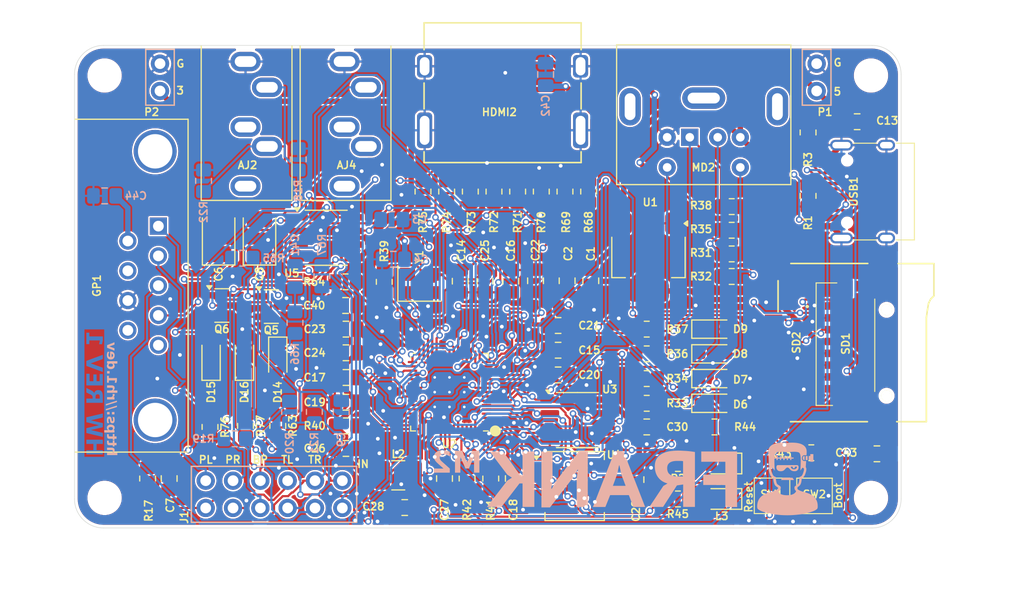
<source format=kicad_pcb>
(kicad_pcb (version 20240108) (generator "pcbnew") (generator_version "8.0")
  (title_block (title "Frank M2") (date "2025-02-02") (rev "1.02") (company "Mikhail Matveev") (comment 1 "https://github.com/xtremespb/frank"))
  (layers (0 "F.Cu" signal) (31 "B.Cu" signal) (34 "B.Paste" user) (35 "F.Paste" user) (36 "B.SilkS" user "B.Silkscreen") (37 "F.SilkS" user "F.Silkscreen") (38 "B.Mask" user) (39 "F.Mask" user) (44 "Edge.Cuts" user))
  (net 0 "")
  (net 1 "GND")
  (net 2 "/Audio Out/L")
  (net 3 "+3V3")
  (net 4 "VBUS")
  (net 5 "/RP2350A/XIN")
  (net 6 "/Audio Out/R")
  (net 7 "/RP2350A/VREG_AVDD")
  (net 8 "Net-(U2-VREG_FB)")
  (net 9 "/Audio Out/L*")
  (net 10 "/Audio Out/R*")
  (net 14 "Net-(C6-Pad1)")
  (net 15 "Net-(C8-Pad1)")
  (net 16 "/Gamepad/+5V")
  (net 17 "/GPIO0")
  (net 18 "/GPIO1")
  (net 19 "/GPIO2")
  (net 20 "/GPIO3")
  (net 21 "Net-(C25-Pad1)")
  (net 22 "/LOAD_IN_D")
  (net 23 "Net-(C41-Pad2)")
  (net 24 "Net-(D14-A)")
  (net 25 "Net-(D14-K)")
  (net 26 "Net-(HDMI2-D2N)")
  (net 28 "/GPIO26")
  (net 29 "Net-(L1-A)")
  (net 30 "/GPIO27")
  (net 31 "/GPIO10")
  (net 32 "/D+")
  (net 33 "/D-")
  (net 34 "/GPIO11")
  (net 35 "/GPIO22")
  (net 36 "Net-(HDMI2-CLKP)")
  (net 37 "Net-(USB1-CC1)")
  (net 38 "Net-(USB1-CC2)")
  (net 39 "/GPIO21")
  (net 40 "/GPIO20")
  (net 41 "/Gamepad/J2_DATA")
  (net 42 "/Gamepad/J1_DATA")
  (net 43 "Net-(HDMI2-CLKN)")
  (net 44 "Net-(HDMI2-D0N)")
  (net 45 "/RP2350A/VREG_LX")
  (net 46 "/RUN")
  (net 47 "/PS2/PS{slash}2 CLK")
  (net 49 "Net-(HDMI2-D0P)")
  (net 50 "/PS2/PS{slash}2 DATA")
  (net 51 "Net-(HDMI2-D1N)")
  (net 52 "Net-(HDMI2-D2P)")
  (net 53 "/RP2350A/QSPI_SD2")
  (net 54 "/RP2350A/QSPI_SD0")
  (net 55 "/GPIO8")
  (net 56 "/RP2350A/QSPI_SD1")
  (net 59 "/RP2350A/QSPI_SD3")
  (net 61 "Net-(HDMI2-D1P)")
  (net 62 "/RP2350A/QSPI_SCLK")
  (net 65 "/RP2350A/XOUT")
  (net 66 "Net-(MD2-Pad6)")
  (net 67 "Net-(MD2-Pad2)")
  (net 68 "Net-(Q5-B)")
  (net 69 "/A_OUTL")
  (net 70 "/A_OUTB")
  (net 71 "/A_OUTR")
  (net 72 "Net-(U2-USB_DP)")
  (net 73 "Net-(U2-USB_DM)")
  (net 74 "/RP2350A/QSPI_SS")
  (net 75 "/RP2350A/~{USB_BOOT}")
  (net 76 "/RP2350A/FLASH_SS")
  (net 77 "/GPIO9")
  (net 78 "/GPIO12")
  (net 79 "/GPIO13")
  (net 80 "/GPIO14")
  (net 81 "/GPIO15")
  (net 82 "/GPIO16")
  (net 83 "/GPIO17")
  (net 84 "/GPIO18")
  (net 85 "/GPIO19")
  (net 86 "/SD Card/DET")
  (net 87 "/SD Card/DAT1")
  (net 88 "/SD Card/POL")
  (net 89 "/GPIO5")
  (net 90 "/GPIO7")
  (net 91 "/GPIO4")
  (net 92 "/A_TDAR")
  (net 93 "/SD Card/DAT2")
  (net 94 "/GPIO6")
  (net 95 "/RP2350A/SWD")
  (net 96 "/RP2350A/GPIO26")
  (net 97 "/RP2350A/GPIO23")
  (net 98 "/RP2350A/SWCLK")
  (net 99 "/RP2350A/GPIO29")
  (net 100 "/RP2350A/GPIO24")
  (net 104 "/A_TDAL")
  (net 105 "Net-(L3-A)")
  (net 106 "GPIO25")
  (net 108 "/RP2350A/GPIO28")
  (net 109 "Net-(U5-FLT)")
  (net 110 "Net-(C15-Pad1)")
  (footprint "FRANK:Resistor (0805)" (layer "F.Cu") (at 194.2 97.5 180)
    (property "Reference" "R33")
    (property "Value" "100R" (hide yes))
  )
  (footprint "FRANK:Mounting Hole (2.7mm)" (layer "F.Cu") (at 143.8 67)
    (property "Reference" "H1" (hide yes))
    (property "Value" "MountingHole" (hide yes))
  )
  (footprint "FRANK:D-SUB (9 pin, male, top mount)" (layer "F.Cu") (at 148.8 81.015 -90)
    (property "Reference" "GP1")
    (property "Value" "Gamepad" (hide yes))
  )
  (footprint "FRANK:Mounting Hole (2.7mm)" (layer "F.Cu") (at 215.05 106.3)
    (property "Reference" "H4" (hide yes))
    (property "Value" "MountingHole" (hide yes))
  )
  (footprint "FRANK:Capacitor (0805)" (layer "F.Cu") (at 166.2375 95.1 180)
    (property "Reference" "C17")
    (property "Value" "100n" (hide yes))
  )
  (footprint "FRANK:SO-8" (layer "F.Cu") (at 187.7625 99.0625)
    (property "Reference" "U3")
    (property "Value" "ESP-PSRAM32" (hide yes))
  )
  (footprint "FRANK:Resistor (0805)" (layer "F.Cu") (at 194.2 92.9 180)
    (property "Reference" "R36")
    (property "Value" "100R" (hide yes))
  )
  (footprint "FRANK:MicroSD (SMD, short)" (layer "F.Cu") (at 212.7 92 90)
    (property "Reference" "SD1")
    (property "Value" "47571-0001" (hide yes))
  )
  (footprint "FRANK:QFN 60 (RP2350A)" (layer "F.Cu") (at 175.8625 96.4625 180)
    (property "Reference" "U2")
    (property "Value" "RP2350A" (hide yes))
  )
  (footprint "FRANK:Jack (3.5mm)" (layer "F.Cu") (at 156.9 65.7)
    (property "Reference" "AJ2")
    (property "Value" "SJ1-353XNG" (hide yes))
  )
  (footprint "FRANK:Resistor (0805)" (layer "F.Cu") (at 166.2375 99.6)
    (property "Reference" "R40")
    (property "Value" "33R" (hide yes))
  )
  (footprint "FRANK:Resistor (0805)" (layer "F.Cu") (at 202.1 85.7)
    (property "Reference" "R32")
    (property "Value" "1K" (hide yes))
  )
  (footprint "FRANK:Capacitor (3528, tantalum, polar)" (layer "F.Cu") (at 158.2 82 90)
    (property "Reference" "C8")
    (property "Value" "10u" (hide yes))
  )
  (footprint "FRANK:Capacitor (0805)" (layer "F.Cu") (at 175.4 104.5 -90)
    (property "Reference" "C27")
    (property "Value" "4.7u" (hide yes))
  )
  (footprint "FRANK:Capacitor (0805)" (layer "F.Cu") (at 166.2375 90.6 180)
    (property "Reference" "C23")
    (property "Value" "100n" (hide yes))
  )
  (footprint "FRANK:Resistor (0805)" (layer "F.Cu") (at 197.1 106.4 180)
    (property "Reference" "R45")
    (property "Value" "1K" (hide yes))
  )
  (footprint "FRANK:Capacitor (0805)" (layer "F.Cu") (at 213.7625 71.3 180)
    (property "Reference" "C13")
    (property "Value" "10u" (hide yes))
  )
  (footprint "FRANK:Resistor (0805)" (layer "F.Cu") (at 194.2 90.6 180)
    (property "Reference" "R37")
    (property "Value" "100R" (hide yes))
  )
  (footprint "FRANK:Resistor (0805)" (layer "F.Cu") (at 184.4 77.8 -90)
    (property "Reference" "R70")
    (property "Value" "270R" (hide yes))
  )
  (footprint "FRANK:Inductor (3225)" (layer "F.Cu") (at 171.1 104.2 180)
    (property "Reference" "L2")
    (property "Value" "3.3uH" (hide yes))
  )
  (footprint "FRANK:Capacitor (0805)" (layer "F.Cu") (at 166.2375 97.4 180)
    (property "Reference" "C19")
    (property "Value" "100n" (hide yes))
  )
  (footprint "FRANK:Resistor (0805)" (layer "F.Cu") (at 182.2 77.8 -90)
    (property "Reference" "R71")
    (property "Value" "270R" (hide yes))
  )
  (footprint "FRANK:MiniDIN (6 Pin, female)" (layer "F.Cu") (at 198.2 72.75 180)
    (property "Reference" "MD2")
    (property "Value" "Mini-DIN-6" (hide yes))
  )
  (footprint "FRANK:Capacitor (0805)" (layer "F.Cu") (at 149.8 104.5 -90)
    (property "Reference" "C7")
    (property "Value" "10n" (hide yes))
  )
  (footprint "FRANK:Capacitor (0805)" (layer "F.Cu") (at 194.2 99.7)
    (property "Reference" "C30")
    (property "Value" "100n" (hide yes))
  )
  (footprint "FRANK:Capacitor (0805)" (layer "F.Cu") (at 176.8625 86.1375 -90)
    (property "Reference" "C14")
    (property "Value" "15p" (hide yes))
  )
  (footprint "FRANK:Jack (3.5mm)" (layer "F.Cu") (at 166.1 65.7)
    (property "Reference" "AJ4")
    (property "Value" "PJ-325C" (hide yes))
  )
  (footprint "FRANK:Diode (SOD-323)" (layer "F.Cu") (at 200.4 97.5)
    (property "Reference" "D6")
    (property "Value" "3V3" (hide yes))
  )
  (footprint "FRANK:Resistor (0805)" (layer "F.Cu") (at 159.9 99.6 90)
    (property "Reference" "R63")
    (property "Value" "10K" (hide yes))
  )
  (footprint "FRANK:LED (0805)" (layer "F.Cu") (at 201.175 103.1 180)
    (property "Reference" "L1")
    (property "Value" "Green" (hide yes))
  )
  (footprint "FRANK:USB Type C" (layer "F.Cu") (at 219.085 77.8 90)
    (property "Reference" "USB1")
    (property "Value" "USB4215-03-A" (hide yes))
  )
  (footprint "FRANK:Capacitor (0805)" (layer "F.Cu") (at 166.2375 101.7 180)
    (property "Reference" "C26")
    (property "Value" "4.7u" (hide yes))
  )
  (footprint "FRANK:Crystal (3225)" (layer "F.Cu") (at 173.0625 86.35)
    (property "Reference" "Y1")
    (property "Value" "ABM8-272-T3 12 MHz" (hide yes))
  )
  (footprint "FRANK:Capacitor (0805)" (layer "F.Cu") (at 171.7 107.2 180)
    (property "Reference" "C28")
    (property "Value" "4.7u" (hide yes))
  )
  (footprint "FRANK:Resistor (0805)" (layer "F.Cu") (at 200.5 99.7 180)
    (property "Reference" "R44")
    (property "Value" "0R" (hide yes))
  )
  (footprint "FRANK:Capacitor (3528, tantalum, polar)" (layer "F.Cu") (at 154.4 82 90)
    (property "Reference" "C6")
    (property "Value" "10u" (hide yes))
  )
  (footprint "FRANK:Diode (SOD-323)" (layer "F.Cu") (at 156.8 93.35 90)
    (property "Reference" "D16")
    (property "Value" "3V3" (hide yes))
  )
  (footprint "FRANK:Capacitor (0805)" (layer "F.Cu") (at 185.9625 94.8625)
    (property "Reference" "C20")
    (property "Value" "100n" (hide yes))
  )
  (footprint "FRANK:Button (SMD, 3x3mm, 1-1)" (layer "F.Cu") (at 204.2 107.76 90)
    (property "Reference" "SW1")
    (property "Value" "Reset" (hide yes))
  )
  (footprint "FRANK:Capacitor (0805)" (layer "F.Cu") (at 166.2375 92.8 180)
    (property "Reference" "C24")
    (property "Value" "100n" (hide yes))
  )
  (footprint "FRANK:HDMI (female)" (layer "F.Cu") (at 180.8 72.1 180)
    (property "Reference" "HDMI2")
    (property "Value" "HDMI Female" (hide yes))
  )
  (footprint "FRANK:Capacitor (0805)" (layer "F.Cu") (at 189 86.1 -90)
    (property "Reference" "C1")
    (property "Value" "10u" (hide yes))
  )
  (footprint "FRANK:Capacitor (0805)" (layer "F.Cu") (at 193.2 104.6 -90)
    (property "Reference" "C29")
    (property "Value" "100n" (hide yes))
  )
  (footprint "FRANK:Resistor (0805)" (layer "F.Cu") (at 194.2 95.2 180)
    (property "Reference" "R34")
    (property "Value" "100R" (hide yes))
  )
  (footprint "FRANK:Resistor (0805)" (layer "F.Cu") (at 173.4 77.8 -90)
    (property "Reference" "R75")
    (property "Value" "270R" (hide yes))
  )
  (footprint "FRANK:SOT-23" (layer "F.Cu") (at 159.3 88.5)
    (property "Reference" "Q5")
    (property "Value" "BC850" (hide yes))
  )
  (footprint "FRANK:Resistor (0805)" (layer "F.Cu") (at 177.5 104.5 90)
    (property "Reference" "R42")
    (property "Value" "27R" (hide yes))
  )
  (footprint "FRANK:SOT-23" (layer "F.Cu") (at 154.7 88.4)
    (property "Reference" "Q6")
    (property "Value" "BC850" (hide yes))
  )
  (footprint "FRANK:Diode (SOD-323)" (layer "F.Cu") (at 200.4 95.2)
    (property "Reference" "D7")
    (property "Value" "3V3" (hide yes))
  )
  (footprint "FRANK:Resistor (0805)" (layer "F.Cu") (at 202.1 79.2 180)
    (property "Reference" "R38")
    (property "Value" "1k" (hide yes))
  )
  (footprint "FRANK:Pin Header (2x06)" (layer "F.Cu") (at 153.2 107.24 90)
    (property "Reference" "J1")
    (property "Value" "Pin Header 2x18" (hide yes))
  )
  (footprint "FRANK:Capacitor (0805)" (layer "F.Cu") (at 166.2 88.4 180)
    (property "Reference" "C40")
    (property "Value" "100n" (hide yes))
  )
  (footprint "FRANK:Capacitor (0805)" (layer "F.Cu") (at 181.5625 86.1375 90)
    (property "Reference" "C16")
    (property "Value" "4.7u" (hide yes))
  )
  (footprint "FRANK:Resistor (0805)" (layer "F.Cu") (at 153.6 99.7 90)
    (property "Reference" "R76")
    (property "Value" "1K" (hide yes))
  )
  (footprint "FRANK:Resistor (0805)" (layer "F.Cu") (at 209.2 72.3 -90)
    (property "Reference" "R3")
    (property "Value" "5.1K" (hide yes))
  )
  (footprint "FRANK:Pin Header (1x02)" (layer "F.Cu") (at 210 65.9)
    (property "Reference" "P1")
    (property "Value" "Power (+5V)" (hide yes))
  )
  (footprint "FRANK:Diode (SOD-323)" (layer "F.Cu") (at 200.4 90.6)
    (property "Reference" "D9")
    (property "Value" "3V3" (hide yes))
  )
  (footprint "FRANK:Capacitor (0805)" (layer "F.Cu") (at 186.8 86.1 -90)
    (property "Reference" "C2")
    (property "Value" "10u" (hide yes))
  )
  (footprint "FRANK:Resistor (0805)" (layer "F.Cu") (at 202.1 83.6 180)
    (property "Reference" "R31")
    (property "Value" "1K" (hide yes))
  )
  (footprint "FRANK:Mounting Hole (2.7mm)" (layer "F.Cu") (at 143.8 106.3)
    (property "Reference" "H3" (hide yes))
    (property "Value" "MountingHole" (hide yes))
  )
  (footprint "FRANK:Mounting Hole (2.7mm)" (layer "F.Cu") (at 215.05 67)
    (property "Reference" "H2" (hide yes))
    (property "Value" "MountingHole" (hide yes))
  )
  (footprint "FRANK:Diode (SOD-323)" (layer "F.Cu") (at 153.7 93.35 90)
    (property "Reference" "D15")
    (property "Value" "3V3" (hide yes))
  )
  (footprint "FRANK:Capacitor (0805)" (layer "F.Cu") (at 185.9625 92.5625)
    (property "Reference" "C15")
    (property "Value" "100n" (hide yes))
  )
  (footprint "FRANK:Resistor (0805)" (layer "F.Cu") (at 197.1 103.1)
    (property "Reference" "R2")
    (property "Value" "1K" (hide yes))
  )
  (footprint "FRANK:MicroSD (SMD, long)" (layer "F.Cu") (at 205.2 91.85 -90)
    (property "Reference" "SD2")
    (property "Value" "104031-0811" (hide yes))
  )
  (footprint "FRANK:Capacitor (0805)" (layer "F.Cu") (at 185.9625 90.2625)
    (property "Reference" "C21")
    (property "Value" "100n" (hide yes))
  )
  (footprint "FRANK:Resistor (0805)" (layer "F.Cu") (at 209.2 78.2 90)
    (property "Reference" "R1")
    (property "Value" "5.1K" (hide yes))
  )
  (footprint "FRANK:SO-8" (layer "F.Cu") (at 164.4 82.1)
    (property "Reference" "U5")
    (property "Value" "TDA1387T" (hide yes))
  )
  (footprint "FRANK:LED (0805)" (layer "F.Cu") (at 201.175 106.4 180)
    (property "Reference" "L3")
    (property "Value" "Blue" (hide yes))
  )
  (footprint "FRANK:Button (SMD, 3x3mm, 1-1)" (layer "F.Cu") (at 208.15 107.765 90)
    (property "Reference" "SW2")
    (property "Value" "Boot" (hide yes))
  )
  (footprint "FRANK:Resistor (0805)" (layer "F.Cu") (at 179.7 104.5 90)
    (property "Reference" "R41")
    (property "Value" "27R" (hide yes))
  )
  (footprint "FRANK:Resistor (0805)" (layer "F.Cu") (at 147.8 104.5 -90)
    (property "Reference" "R17")
    (property "Value" "1K" (hide yes))
  )
  (footprint "FRANK:Diode (SOD-323)" (layer "F.Cu") (at 200.4 92.9)
    (property "Reference" "D8")
    (property "Value" "3V3" (hide yes))
  )
  (footprint "FRANK:Capacitor (0805)" (layer "F.Cu") (at 181.8 104.5 -90)
    (property "Reference" "C18")
    (property "Value" "100n" (hide yes))
  )
  (footprint "FRANK:Resistor (0805)" (layer "F.Cu") (at 180 77.8 -90)
    (property "Reference" "R72")
    (property "Value" "270R" (hide yes))
  )
  (footprint "FRANK:Resistor (0805)" (layer "F.Cu") (at 186.6 77.8 -90)
    (property "Reference" "R69")
    (property "Value" "270R" (hide yes))
  )
  (footprint "FRANK:Resistor (0805)" (layer "F.Cu") (at 209.5 102.1)
    (property "Reference" "R43")
    (property "Value" "1K" (hide yes))
  )
  (footprint "FRANK:Resistor (0805)" (layer "F.Cu") (at 156.9 99.6 90)
    (property "Reference" "R77")
    (property "Value" "1K" (hide yes))
  )
  (footprint "FRANK:SOIC-8" (layer "F.Cu") (at 187.5 105.2)
    (property "Reference" "U4")
    (property "Value" "W25Q128JVSQ" (hide yes))
  )
  (footprint "FRANK:Resistor (0805)" (layer "F.Cu") (at 202.1 81.4 180)
    (property "Reference" "R35")
    (property "Value" "1K" (hide yes))
  )
  (footprint "FRANK:Resistor (0805)" (layer "F.Cu") (at 169.8 86.2 90)
    (property "Reference" "R39")
    (property "Value" "1K" (hide yes))
  )
  (footprint "FRANK:Pin Header (1x02)" (layer "F.Cu") (at 148.95 65.9)
    (property "Reference" "P2")
    (property "Value" "Power (+3.3V)" (hide yes))
  )
  (footprint "FRANK:Capacitor (0805)" (layer "F.Cu") (at 183.8625 86.1 90)
    (property "Reference" "C22")
    (property "Value" "100n" (hide yes))
  )
  (footprint "FRANK:SOT-223" (layer "F.Cu") (at 194.3625 83.9 -90)
    (property "Reference" "U1")
    (property "Value" "NCP1117 3.3" (hide yes))
  )
  (footprint "FRANK:Resistor (0805)" (layer "F.Cu") (at 188.8 77.8 -90)
    (property "Reference" "R68")
    (property "Value" "270R" (hide yes))
  )
  (footprint "FRANK:Capacitor (0805)" (layer "F.Cu") (at 179.1625 86.1375 -90)
    (property "Reference" "C25")
    (property "Value" "15p" (hide yes))
  )
  (footprint "FRANK:Resistor (0805)" (layer "F.Cu") (at 177.8 77.8 -90)
    (property "Reference" "R73")
    (property "Value" "270R" (hide yes))
  )
  (footprint "FRANK:Resistor (0805)" (layer "F.Cu") (at 166.2 86.2 180)
    (property "Reference" "R64")
    (property "Value" "1K" (hide yes))
  )
  (footprint "FRANK:Resistor (0805)" (layer "F.Cu") (at 175.6 77.8 -90)
    (property "Reference" "R74")
    (property "Value" "270R" (hide yes))
  )
  (footprint "FRANK:Diode (SOD-323)" (layer "F.Cu") (at 159.9 93.35 -90)
    (property "Reference" "D14")
    (property "Value" "1N4148" (hide yes))
  )
  (footprint "FRANK:Capacitor (0805)" (layer "F.Cu") (at 215.6 102.2 180)
    (property "Reference" "C43")
    (property "Value" "100n" (hide yes))
  )
  (footprint "FRANK:Resistor (0805)" (layer "B.Cu") (at 153 76.8 90)
    (property "Reference" "R22")
    (property "Value" "330R" (hide yes))
  )
  (footprint "FRANK:Capacitor (0805)" (layer "B.Cu") (at 170.5 80.4)
    (property "Reference" "C3")
    (property "Value" "1u" (hide yes))
  )
  (footprint "FRANK:Resistor (0805)" (layer "B.Cu") (at 161.5 90 -90)
    (property "Reference" "R66")
    (property "Value" "10K" (hide yes))
  )
  (footprint "FRANK:Capacitor (0805)" (layer "B.Cu") (at 170.6375 84.1)
    (property "Reference" "C4")
    (property "Value" "47u" (hide yes))
  )
  (footprint "FRANK:Resistor (0805)" (layer "B.Cu") (at 163.3 98.3 90)
    (property "Reference" "R21")
    (property "Value" "1K" (hide yes))
  )
  (footprint "FRANK:Resistor (0805)" (layer "B.Cu") (at 156.6 84)
    (property "Reference" "R65")
    (property "Value" "10K" (hide yes))
  )
  (footprint "FRANK:Capacitor (0805)" (layer "B.Cu") (at 165.8 98.3 90)
    (property "Reference" "C9")
    (property "Value" "10n" (hide yes))
  )
  (footprint "FRANK:Capacitor (0805)" (layer "B.Cu") (at 184.8 66.9 90)
    (property "Reference" "C42")
    (property "Value" "100n" (hide yes))
  )
  (footprint "FRANK:Resistor (0805)" (layer "B.Cu") (at 161 98.3 90)
    (property "Reference" "R20")
    (property "Value" "2K" (hide yes))
  )
  (footprint "FRANK:Capacitor (0805)" (layer "B.Cu") (at 161.5 85.7 -90)
    (property "Reference" "C41")
    (property "Value" "100n" (hide yes))
  )
  (footprint "FRANK:Resistor (0805)" (layer "B.Cu") (at 164 85.6625 -90)
    (property "Reference" "R67")
    (property "Value" "100R" (hide yes))
  )
  (footprint "FRANK:Resistor (0805)" (layer "B.Cu") (at 161.8 74.8 90)
    (property "Reference" "R18")
    (property "Value" "330R" (hide yes))
  )
  (footprint "FRANK:Capacitor (0805)" (layer "B.Cu") (at 143.8 78.2 180)
    (property "Reference" "C44")
    (property "Value" "100n" (hide yes))
  )
  (footprint "FRANK:Resistor (0805)" (layer "B.Cu") (at 155.9 100.8)
    (property "Reference" "R19")
    (property "Value" "2K" (hide yes))
  )
  (gr_poly (pts (xy 208.976688 102.782376) (xy 209.15925 102.782376) (xy 209.15925 102.401376) (xy 208.976688 102.401376)) (stroke (width -0.000001)) (fill solid) (layer "B.SilkS"))
  (gr_poly (pts (xy 206.674813 104.63975) (xy 207.897188 104.63975) (xy 207.754313 104.425438) (xy 206.817688 104.425438)) (stroke (width -0.000001)) (fill solid) (layer "B.SilkS"))
  (gr_poly (pts (xy 182.655941 104.250813) (xy 182.394002 104.139688) (xy 180.846189 101.980688) (xy 179.6 101.980688) (xy 181.235125 104.139688) (xy 181.66375 104.4175) (xy 181.21925 104.711188) (xy 179.345999 107.140063) (xy 180.695374 107.140063) (xy 182.370189 104.95725) (xy 182.655941 104.95725) (xy 182.655941 107.140063) (xy 183.751315 107.140063) (xy 183.751315 101.980688) (xy 182.655941 101.980688)) (stroke (width -0.000001)) (fill solid) (layer "B.SilkS"))
  (gr_poly (pts (xy 189.196437 107.148001) (xy 190.355313 107.148001) (xy 190.799813 106.044688) (xy 192.538125 106.044688) (xy 192.958812 107.148001) (xy 194.054188 107.148001) (xy 193.288993 105.1795) (xy 192.236501 105.1795) (xy 191.053815 105.1795) (xy 191.450689 104.1) (xy 191.625315 103.282438) (xy 191.665 103.282438) (xy 191.839626 104.107938) (xy 192.236501 105.1795) (xy 193.288993 105.1795) (xy 192.030125 101.941001) (xy 191.228438 101.941001)) (stroke (width -0.000001)) (fill solid) (layer "B.SilkS"))
  (gr_poly (pts (xy 185.791249 104.695313) (xy 185.370565 105.449375) (xy 185.322939 105.449375) (xy 185.442001 104.687376) (xy 185.442001 101.980688) (xy 184.410126 101.980688) (xy 184.410126 107.187688) (xy 185.203877 107.187688) (xy 187.32319 104.449251) (xy 187.76769 103.671376) (xy 187.807378 103.671376) (xy 187.688314 104.457188) (xy 187.688314 107.148001) (xy 188.720188 107.148001) (xy 188.720188 101.941) (xy 187.92644 101.941)) (stroke (width -0.000001)) (fill solid) (layer "B.SilkS"))
  (gr_poly (pts (xy 209.405312 102.401376) (xy 209.2545 102.401376) (xy 209.2545 102.782376) (xy 209.405312 102.782376) (xy 209.405312 102.941126) (xy 209.691062 102.941126) (xy 209.691062 102.226751) (xy 209.405312 102.226751)) (stroke (width -0.000001)) (fill solid) (layer "B.SilkS"))
  (gr_poly (pts (xy 208.827163 102.401629) (xy 208.820614 102.402381) (xy 208.814172 102.403619) (xy 208.807845 102.405329) (xy 208.80164 102.407498) (xy 208.795565 102.410113) (xy 208.789626 102.413162) (xy 208.783831 102.41663) (xy 208.778187 102.420506) (xy 208.772702 102.424775) (xy 208.767382 102.429425) (xy 208.762236 102.434443) (xy 208.75249 102.44553) (xy 208.743524 102.45793) (xy 208.735394 102.47154) (xy 208.72816 102.486254) (xy 208.72188 102.501968) (xy 208.716611 102.518578) (xy 208.712411 102.535978) (xy 208.70934 102.554064) (xy 208.707454 102.572731) (xy 208.706813 102.591876) (xy 208.706974 102.601501) (xy 208.707454 102.61102) (xy 208.708245 102.62042) (xy 208.70934 102.629687) (xy 208.710731 102.638809) (xy 208.712411 102.647773) (xy 208.714373 102.656566) (xy 208.716611 102.665173) (xy 208.719115 102.673584) (xy 208.72188 102.681783) (xy 208.724897 102.689758) (xy 208.72816 102.697497) (xy 208.731662 102.704986) (xy 208.735394 102.712211) (xy 208.739351 102.719161) (xy 208.743524 102.725821) (xy 208.747906 102.732179) (xy 208.75249 102.738221) (xy 208.757269 102.743935) (xy 208.762236 102.749308) (xy 208.767382 102.754326) (xy 208.772702 102.758976) (xy 208.778187 102.763245) (xy 208.783831 102.767121) (xy 208.789626 102.770589) (xy 208.795565 102.773638) (xy 208.80164 102.776253) (xy 208.807845 102.778422) (xy 208.814172 102.780132) (xy 208.820614 102.78137) (xy 208.827163 102.782122) (xy 208.833813 102.782376) (xy 208.881438 102.782376) (xy 208.881438 102.401376) (xy 208.833813 102.401376)) (stroke (width -0.000001)) (fill solid) (layer "B.SilkS"))
  (gr_poly (pts (xy 206.376212 103.252192) (xy 206.357011 103.256581) (xy 206.339402 103.26367) (xy 206.323392 103.273276) (xy 206.308987 103.285212) (xy 206.296193 103.299295) (xy 206.285014 103.315341) (xy 206.275457 103.333164) (xy 206.267529 103.352579) (xy 206.261233 103.373403) (xy 206.256578 103.395451) (xy 206.253567 103.418538) (xy 206.252208 103.44248) (xy 206.252505 103.467091) (xy 206.254465 103.492188) (xy 206.258094 103.517586) (xy 206.263397 103.543101) (xy 206.27038 103.568546) (xy 206.279049 103.593739) (xy 206.28941 103.618495) (xy 206.301468 103.642628) (xy 206.31523 103.665955) (xy 206.330701 103.688291) (xy 206.347887 103.709451) (xy 206.366794 103.72925) (xy 206.387427 103.747504) (xy 206.409793 103.764029) (xy 206.433897 103.77864) (xy 206.459746 103.791152) (xy 206.487344 103.801381) (xy 206.516698 103.809142) (xy 206.547813 103.81425) (xy 206.595301 103.818948) (xy 206.639644 103.82123) (xy 206.681 103.82124) (xy 206.719523 103.819118) (xy 206.755373 103.815009) (xy 206.788705 103.809053) (xy 206.819677 103.801394) (xy 206.848446 103.792174) (xy 206.875168 103.781536) (xy 206.900001 103.769621) (xy 206.923101 103.756573) (xy 206.944626 103.742534) (xy 206.964732 103.727646) (xy 206.983577 103.712051) (xy 207.001317 103.695893) (xy 207.01811 103.679313) (xy 207.04948 103.645458) (xy 207.078943 103.611627) (xy 207.107755 103.578959) (xy 207.137172 103.548592) (xy 207.1525 103.534629) (xy 207.168449 103.521668) (xy 207.185178 103.509852) (xy 207.202843 103.499324) (xy 207.2216 103.490226) (xy 207.241608 103.482701) (xy 207.263022 103.476891) (xy 207.286 103.472938) (xy 207.308934 103.476846) (xy 207.330219 103.482526) (xy 207.350021 103.489847) (xy 207.368507 103.498673) (xy 207.385842 103.508871) (xy 207.402191 103.520307) (xy 207.41772 103.532848) (xy 207.432596 103.54636) (xy 207.461048 103.575761) (xy 207.488872 103.607441) (xy 207.517393 103.640331) (xy 207.547938 103.67336) (xy 207.581831 103.705458) (xy 207.600448 103.720825) (xy 207.620398 103.735557) (xy 207.641849 103.749523) (xy 207.664965 103.762587) (xy 207.689913 103.774616) (xy 207.716858 103.785477) (xy 207.745965 103.795035) (xy 207.7774 103.803158) (xy 207.81133 103.809711) (xy 207.847919 103.81456) (xy 207.887334 103.817573) (xy 207.92974 103.818614) (xy 207.975303 103.817551) (xy 208.024188 103.81425) (xy 208.055303 103.80984) (xy 208.084657 103.802689) (xy 208.112255 103.792986) (xy 208.138103 103.780919) (xy 208.162207 103.766678) (xy 208.184573 103.750452) (xy 208.205207 103.732429) (xy 208.224114 103.712799) (xy 208.2413 103.691751) (xy 208.256771 103.669472) (xy 208.270532 103.646154) (xy 208.282591 103.621983) (xy 208.292951 103.59715) (xy 208.301621 103.571843) (xy 208.308604 103.546251) (xy 208.313907 103.520563) (xy 208.317535 103.494968) (xy 208.319495 103.469655) (xy 208.319793 103.444813) (xy 208.318433 103.420631) (xy 208.315423 103.397298) (xy 208.314643 103.393563) (xy 208.175 103.393563) (xy 208.173791 103.404136) (xy 208.171756 103.416271) (xy 208.168303 103.43201) (xy 208.163082 103.450633) (xy 208.155745 103.471419) (xy 208.145944 103.493646) (xy 208.14001 103.505075) (xy 208.133328 103.516594) (xy 208.125856 103.528114) (xy 208.11755 103.539543) (xy 208.108366 103.550791) (xy 208.098261 103.56177) (xy 208.08719 103.572388) (xy 208.075111 103.582556) (xy 208.061979 103.592182) (xy 208.047752 103.601178) (xy 208.032385 103.609454) (xy 208.015836 103.616918) (xy 207.998059 103.623481) (xy 207.979012 103.629053) (xy 207.958651 103.633543) (xy 207.936933 103.636862) (xy 207.913814 103.63892) (xy 207.88925 103.639626) (xy 207.863942 103.63892) (xy 207.840081 103.636862) (xy 207.817623 103.633543) (xy 207.796527 103.629053) (xy 207.776751 103.623481) (xy 207.758252 103.616918) (xy 207.740989 103.609454) (xy 207.724919 103.601178) (xy 207.71 103.592182) (xy 207.69619 103.582555) (xy 207.683447 103.572388) (xy 207.671729 103.56177) (xy 207.660993 103.550791) (xy 207.651197 103.539543) (xy 207.642299 103.528113) (xy 207.634258 103.516594) (xy 207.62703 103.505075) (xy 207.620575 103.493646) (xy 207.614849 103.482397) (xy 207.60981 103.471419) (xy 207.601626 103.450633) (xy 207.595687 103.43201) (xy 207.591654 103.416271) (xy 207.589191 103.404136) (xy 207.587625 103.393563) (xy 207.786063 103.393563) (xy 207.783102 103.399516) (xy 207.780233 103.405469) (xy 207.777551 103.411422) (xy 207.776309 103.414399) (xy 207.775148 103.417376) (xy 207.774081 103.420352) (xy 207.773118 103.423329) (xy 207.772271 103.426305) (xy 207.771552 103.429282) (xy 207.770972 103.432258) (xy 207.770544 103.435235) (xy 207.770279 103.438211) (xy 207.770188 103.441188) (xy 207.770326 103.446373) (xy 207.770736 103.451503) (xy 207.771411 103.456573) (xy 207.772342 103.461574) (xy 207.773524 103.4665) (xy 207.774949 103.471343) (xy 207.776609 103.476096) (xy 207.778497 103.480751) (xy 207.780606 103.485302) (xy 207.782929 103.489741) (xy 207.785458 103.494061) (xy 207.788186 103.498254) (xy 207.791107 103.502314) (xy 207.794211 103.506232) (xy 207.797493 103.510003) (xy 207.800945 103.513618) (xy 207.80456 103.51707) (xy 207.808331 103.520352) (xy 207.812249 103.523456) (xy 207.816309 103.526377) (xy 207.820502 103.529105) (xy 207.824822 103.531634) (xy 207.829261 103.533957) (xy 207.833812 103.536066) (xy 207.838467 103.537954) (xy 207.84322 103.539614) (xy 207.848063 103.541039) (xy 207.852989 103.54222) (xy 207.85799 103.543152) (xy 207.86306 103.543827) (xy 207.868191 103.544237) (xy 207.873375 103.544375) (xy 207.87856 103.544237) (xy 207.88369 103.543827) (xy 207.88876 103.543152) (xy 207.893762 103.54222) (xy 207.898687 103.541039) (xy 207.90353 103.539614) (xy 207.908283 103.537954) (xy 207.912939 103.536066) (xy 207.91749 103.533957) (xy 207.921928 103.531634) (xy 207.926248 103.529105) (xy 207.930441 103.526377) (xy 207.934501 103.523456) (xy 207.93842 103.520352) (xy 207.94219 103.51707) (xy 207.945805 103.513618) (xy 207.949257 103.510003) (xy 207.952539 103.506232) (xy 207.955644 103.502314) (xy 207.958564 103.498254) (xy 207.961292 103.494061) (xy 207.963821 103.489741) (xy 207.966144 103.485302) (xy 207.968253 103.480751) (xy 207.970141 103.476096) (xy 207.971801 103.471343) (xy 207.973226 103.4665) (xy 207.974408 103.461574) (xy 207.97534 103.456573) (xy 207.976014 103.451503) (xy 207.976424 103.446373) (xy 207.976563 103.441188) (xy 207.976472 103.438212) (xy 207.976206 103.435235) (xy 207.975778 103.432258) (xy 207.975198 103.429282) (xy 207.974479 103.426305) (xy 207.973632 103.423329) (xy 207.972669 103.420352) (xy 207.971602 103.417376) (xy 207.970441 103.414399) (xy 207.969199 103.411423) (xy 207.966517 103.40547) (xy 207.963648 103.399516) (xy 207.960687 103.393563) (xy 208.175 103.393563) (xy 208.314643 103.393563) (xy 208.310767 103.375002) (xy 208.304472 103.353933) (xy 208.296543 103.33428) (xy 208.286987 103.316231) (xy 208.275808 103.299976) (xy 208.263013 103.285703) (xy 208.248608 103.273601) (xy 208.232599 103.26386) (xy 208.21499 103.256668) (xy 208.195789 103.252215) (xy 208.175 103.250688) (xy 206.397 103.250688)) (stroke (width -0.000001)) (fill solid) (layer "B.SilkS"))
  (gr_poly (pts (xy 207.589905 101.161939) (xy 207.442667 101.168077) (xy 207.285999 101.179) (xy 207.129332 101.168077) (xy 206.982094 101.161939) (xy 206.843991 101.160347) (xy 206.714732 101.163063) (xy 206.594025 101.169848) (xy 206.481578 101.180465) (xy 206.377098 101.194674) (xy 206.280294 101.212238) (xy 206.190872 101.232918) (xy 206.108542 101.256476) (xy 206.033011 101.282673) (xy 205.963987 101.311271) (xy 205.901178 101.342032) (xy 205.844291 101.374717) (xy 205.793035 101.409088) (xy 205.747117 101.444906) (xy 205.706245 101.481934) (xy 205.670127 101.519933) (xy 205.638472 101.558664) (xy 205.610986 101.597889) (xy 205.587377 101.63737) (xy 205.567355 101.676869) (xy 205.550625 101.716146) (xy 205.536897 101.754965) (xy 205.525878 101.793086) (xy 205.517276 101.83027) (xy 205.506155 101.900878) (xy 205.501196 101.964882) (xy 205.500062 102.020375) (xy 205.503178 102.13643) (xy 205.511596 102.301412) (xy 205.538757 102.714906) (xy 205.570383 103.134353) (xy 205.595312 103.43325) (xy 205.587374 103.449125) (xy 205.581607 103.458328) (xy 205.576212 103.468054) (xy 205.571189 103.478268) (xy 205.566538 103.488936) (xy 205.56226 103.500023) (xy 205.558353 103.511493) (xy 205.554818 103.523312) (xy 205.551656 103.535445) (xy 205.548865 103.547857) (xy 205.546447 103.560513) (xy 205.5444 103.573379) (xy 205.542726 103.586419) (xy 205.541424 103.599598) (xy 205.540493 103.612882) (xy 205.539935 103.626236) (xy 205.539749 103.639625) (xy 205.540137 103.663825) (xy 205.541362 103.688862) (xy 205.543517 103.71483) (xy 205.546695 103.74182) (xy 205.550989 103.769927) (xy 205.556493 103.799243) (xy 205.563299 103.829861) (xy 205.5715 103.861875) (xy 205.589359 103.922197) (xy 205.607219 103.978333) (xy 205.625078 104.030562) (xy 205.642937 104.079164) (xy 205.660797 104.124417) (xy 205.678656 104.1666) (xy 205.696515 104.205993) (xy 205.714375 104.242875) (xy 205.724797 104.260455) (xy 205.735242 104.277477) (xy 205.745733 104.293941) (xy 205.756295 104.309848) (xy 205.766949 104.325195) (xy 205.77772 104.339985) (xy 205.78863 104.354217) (xy 205.799703 104.367891) (xy 205.810962 104.381006) (xy 205.822431 104.393563) (xy 205.834131 104.405563) (xy 205.846088 104.417004) (xy 205.858324 104.427887) (xy 205.870862 104.438212) (xy 205.883725 104.447979) (xy 205.896938 104.457187) (xy 205.914797 104.46897) (xy 205.923727 104.474628) (xy 205.932656 104.480008) (xy 205.941586 104.485015) (xy 205.946051 104.48735) (xy 205.950516 104.489558) (xy 205.95498 104.491625) (xy 205.959445 104.493542) (xy 205.96391 104.495296) (xy 205.968375 104.496875) (xy 205.974452 104.572653) (xy 205.977723 104.609194) (xy 205.981274 104.644711) (xy 205.985196 104.679112) (xy 205.989583 104.712304) (xy 205.994529 104.744193) (xy 206.000125 104.774687) (xy 206.009055 104.812282) (xy 206.017985 104.847737) (xy 206.026914 104.881146) (xy 206.035844 104.912601) (xy 206.044774 104.942196) (xy 206.053704 104.970024) (xy 206.062633 104.996178) (xy 206.071563 105.02075) (xy 206.080944 105.042522) (xy 206.091174 105.063212) (xy 206.102171 105.082856) (xy 206.113855 105.101489) (xy 206.126143 105.119145) (xy 206.138954 105.135859) (xy 206.152207 105.151666) (xy 206.165821 105.166601) (xy 206.179713 105.180699) (xy 206.193803 105.193995) (xy 206.20801 105.206523) (xy 206.222251 105.218319) (xy 206.236446 105.229417) (xy 206.250513 105.239853) (xy 206.264371 105.24966) (xy 206.277938 105.258875) (xy 206.317997 105.287152) (xy 206.354336 105.312453) (xy 206.38621 105.334777) (xy 206.40024 105.344823) (xy 206.412875 105.354125) (xy 206.412875 105.385875) (xy 206.412829 105.389565) (xy 206.412503 105.394557) (xy 206.412149 105.397483) (xy 206.41162 105.400665) (xy 206.410881 105.404079) (xy 206.409899 105.407703) (xy 206.408637 105.411513) (xy 206.407062 105.415485) (xy 206.405137 105.419598) (xy 206.402829 105.423826) (xy 206.400103 105.428148) (xy 206.396923 105.432539) (xy 206.393254 105.436977) (xy 206.391226 105.439206) (xy 206.389063 105.441438) (xy 206.385813 105.445993) (xy 206.38204 105.450724) (xy 206.377779 105.455617) (xy 206.373064 105.460661) (xy 206.36793 105.465845) (xy 206.362413 105.471157) (xy 206.350368 105.482117) (xy 206.337206 105.49345) (xy 206.323206 105.505061) (xy 206.293813 105.52875) (xy 206.277083 105.540559) (xy 206.259691 105.552159) (xy 206.241717 105.563527) (xy 206.223244 105.574639) (xy 206.185122 105.596002) (xy 206.145977 105.616062) (xy 206.10646 105.634635) (xy 206.067222 105.651533) (xy 206.028914 105.666571) (xy 205.992188 105.679562) (xy 205.966918 105.688508) (xy 205.938858 105.697546) (xy 205.908193 105.70677) (xy 205.87511 105.716273) (xy 205.722313 105.758937) (xy 205.552649 105.808547) (xy 205.506744 105.822345) (xy 205.460003 105.837072) (xy 205.412704 105.852916) (xy 205.365126 105.870062) (xy 205.317342 105.888586) (xy 205.269348 105.908494) (xy 205.221309 105.929867) (xy 205.173385 105.952786) (xy 205.125741 105.977333) (xy 205.078538 106.003589) (xy 205.03194 106.031636) (xy 204.986109 106.061555) (xy 204.941209 106.093427) (xy 204.897402 106.127334) (xy 204.85485 106.163357) (xy 204.813717 106.201577) (xy 204.774165 106.242077) (xy 204.736357 106.284937) (xy 204.700456 106.330238) (xy 204.666625 106.378063) (xy 204.644863 106.411454) (xy 204.62424 106.446136) (xy 204.60478 106.482097) (xy 204.586506 106.519326) (xy 204.569441 106.55781) (xy 204.553609 106.597538) (xy 204.539032 106.638499) (xy 204.525734 106.68068) (xy 204.513739 106.724071) (xy 204.503069 106.768659) (xy 204.493748 106.814434) (xy 204.485799 106.861382) (xy 204.479245 106.909493) (xy 204.47411 106.958756) (xy 204.470416 107.009158) (xy 204.468188 107.060687) (xy 204.468312 107.09653) (xy 204.468607 107.114684) (xy 204.46918 107.133117) (xy 204.470126 107.151922) (xy 204.471537 107.171192) (xy 204.473506 107.191021) (xy 204.476126 107.2115) (xy 204.476308 107.217451) (xy 204.476839 107.223391) (xy 204.477695 107.229307) (xy 204.478854 107.235189) (xy 204.480292 107.241023) (xy 204.481986 107.2468) (xy 204.483912 107.252507) (xy 204.486048 107.258133) (xy 204.488369 107.263665) (xy 204.490853 107.269093) (xy 204.493477 107.274405) (xy 204.496217 107.279589) (xy 204.499051 107.284633) (xy 204.501954 107.289526) (xy 204.504903 107.294257) (xy 204.507876 107.298813) (xy 204.513844 107.307727) (xy 204.519906 107.316548) (xy 204.523001 107.320895) (xy 204.526154 107.325183) (xy 204.529376 107.329402) (xy 204.53268 107.333539) (xy 204.536077 107.337584) (xy 204.539579 107.341523) (xy 204.543197 107.345347) (xy 204.546943 107.349042) (xy 204.550828 107.352598) (xy 204.554865 107.356003) (xy 204.559064 107.359245) (xy 204.563438 107.362313) (xy 204.581685 107.376855) (xy 204.600769 107.390838) (xy 204.620783 107.40445) (xy 204.641821 107.417875) (xy 204.663974 107.431301) (xy 204.687337 107.444912) (xy 204.738063 107.473438) (xy 204.791269 107.500211) (xy 204.849684 107.526892) (xy 204.913308 107.553386) (xy 204.982141 107.579602) (xy 205.056182 107.605445) (xy 205.135433 107.630823) (xy 205.219893 107.655644) (xy 205.309562 107.679813) (xy 205.500279 107.728786) (xy 205.70867 107.773946) (xy 205.933804 107.814456) (xy 206.17475 107.849477) (xy 206.43058 107.878173) (xy 206.700362 107.899706) (xy 206.983166 107.913241) (xy 207.278063 107.917938) (xy 207.461745 107.914804) (xy 207.640614 107.908497) (xy 207.814507 107.899189) (xy 207.98326 107.887056) (xy 208.146711 107.872272) (xy 208.304698 107.855011) (xy 208.457056 107.835449) (xy 208.603625 107.813758) (xy 208.74424 107.790114) (xy 208.87874 107.764691) (xy 209.006961 107.737664) (xy 209.12874 107.709206) (xy 209.243915 107.679493) (xy 209.352323 107.648699) (xy 209.453802 107.616997) (xy 209.548187 107.584563) (xy 209.608835 107.563712) (xy 209.665762 107.542767) (xy 209.718968 107.521637) (xy 209.744175 107.510973) (xy 209.768453 107.500227) (xy 209.7918 107.489389) (xy 209.814218 107.478446) (xy 209.835705 107.467386) (xy 209.856262 107.456199) (xy 209.875888 107.444872) (xy 209.894585 107.433394) (xy 209.912351 107.421753) (xy 209.929187 107.409938) (xy 209.939421 107.403981) (xy 209.949295 107.398001) (xy 209.958819 107.391974) (xy 209.968007 107.385878) (xy 209.976869 107.379688) (xy 209.985417 107.373382) (xy 209.993662 107.366937) (xy 210.001617 107.360329) (xy 210.009293 107.353534) (xy 210.016702 107.346531) (xy 210.023854 107.339295) (xy 210.030763 107.331803) (xy 210.037439 107.324032) (xy 210.043894 107.315959) (xy 210.050139 107.307561) (xy 210.056187 107.298813) (xy 210.06211 107.289852) (xy 210.067846 107.280706) (xy 210.070586 107.276005) (xy 210.07321 107.271187) (xy 210.075694 107.26623) (xy 210.078016 107.26111) (xy 210.080151 107.255804) (xy 210.082077 107.250289) (xy 210.083771 107.244541) (xy 210.085209 107.238538) (xy 210.086368 107.232255) (xy 210.087224 107.22567) (xy 210.087755 107.21876) (xy 210.087937 107.2115) (xy 210.090557 107.1933) (xy 210.092526 107.174542) (xy 210.093937 107.155411) (xy 210.094883 107.136094) (xy 210.095456 107.116778) (xy 210.095751 107.097647) (xy 210.095875 107.060688) (xy 210.095412 107.022274) (xy 210.09403 106.984429) (xy 210.091742 106.947166) (xy 210.088558 106.910495) (xy 210.08449 106.87443) (xy 210.07955 106.83898) (xy 210.07375 106.804159) (xy 210.067102 106.769977) (xy 210.059616 106.736446) (xy 210.051304 106.703578) (xy 210.042179 106.671384) (xy 210.032251 106.639876) (xy 210.021533 106.609066) (xy 210.010035 106.578965) (xy 209.997771 106.549585) (xy 209.98475 106.520938) (xy 209.970989 106.492941) (xy 209.956519 106.465515) (xy 209.941375 106.43867) (xy 209.925591 106.412417) (xy 209.909202 106.38677) (xy 209.892244 106.361738) (xy 209.874751 106.337335) (xy 209.856758 106.313571) (xy 209.8383 106.290458) (xy 209.819411 106.268008) (xy 209.800128 106.246232) (xy 209.780483 106.225142) (xy 209.760514 106.20475) (xy 209.740253 106.185067) (xy 209.719737 106.166105) (xy 209.699 106.147876) (xy 209.6567 106.113256) (xy 209.613238 106.080763) (xy 209.568752 106.050294) (xy 209.523383 106.021744) (xy 209.477269 105.995007) (xy 209.430551 105.96998) (xy 209.383368 105.946557) (xy 209.335859 105.924634) (xy 209.288165 105.904106) (xy 209.240423 105.884869) (xy 209.145359 105.849848) (xy 209.051784 105.818733) (xy 208.960813 105.790688) (xy 208.904723 105.773542) (xy 208.849936 105.757698) (xy 208.7465 105.729173) (xy 208.654971 105.703624) (xy 208.615066 105.6915) (xy 208.579813 105.679563) (xy 208.552341 105.66992) (xy 208.523754 105.658975) (xy 208.494422 105.646914) (xy 208.464719 105.633922) (xy 208.435015 105.620187) (xy 208.405684 105.605893) (xy 208.377096 105.591227) (xy 208.349625 105.576375) (xy 208.334936 105.568841) (xy 208.320666 105.561121) (xy 208.30686 105.553214) (xy 208.293566 105.545122) (xy 208.280831 105.536843) (xy 208.2687 105.528378) (xy 208.25722 105.519728) (xy 208.246437 105.510891) (xy 208.236399 105.501868) (xy 208.227152 105.492659) (xy 208.218741 105.483265) (xy 208.214865 105.478497) (xy 208.211215 105.473684) (xy 208.207797 105.468824) (xy 208.204618 105.463917) (xy 208.201683 105.458964) (xy 208.198998 105.453964) (xy 208.196569 105.448918) (xy 208.194401 105.443825) (xy 208.192501 105.438686) (xy 208.190874 105.4335) (xy 208.185293 105.424927) (xy 208.182782 105.42089) (xy 208.180456 105.417005) (xy 208.178317 105.413259) (xy 208.176363 105.409641) (xy 208.174596 105.406139) (xy 208.173015 105.402742) (xy 208.17162 105.399438) (xy 208.17041 105.396215) (xy 208.169387 105.393062) (xy 208.16855 105.389968) (xy 208.167899 105.386919) (xy 208.167434 105.383906) (xy 208.167155 105.380916) (xy 208.167062 105.377937) (xy 208.167062 105.346187) (xy 208.179697 105.336885) (xy 208.193727 105.326839) (xy 208.225601 105.304515) (xy 208.26194 105.279214) (xy 208.301999 105.250937) (xy 208.329424 105.231915) (xy 208.343491 105.22148) (xy 208.357686 105.210381) (xy 208.371927 105.198586) (xy 208.386134 105.186057) (xy 208.400224 105.172762) (xy 208.414116 105.158664) (xy 208.42773 105.143729) (xy 208.440983 105.127921) (xy 208.453794 105.111207) (xy 208.466082 105.093551) (xy 208.477766 105.074919) (xy 208.488763 105.055275) (xy 208.498993 105.034584) (xy 208.508374 105.012812) (xy 208.514234 105.002026) (xy 208.519908 104.990519) (xy 208.525396 104.978314) (xy 208.530698 104.965435) (xy 208.535814 104.951905) (xy 208.540744 104.937747) (xy 208.550046 104.90764) (xy 208.558604 104.875301) (xy 208.566417 104.840916) (xy 208.573487 104.80467) (xy 208.579812 104.76675) (xy 208.585408 104.733977) (xy 208.590354 104.701017) (xy 208.594741 104.667686) (xy 208.598663 104.633797) (xy 208.605485 104.563599) (xy 208.611562 104.488937) (xy 208.616027 104.487358) (xy 208.620491 104.485604) (xy 208.624956 104.483688) (xy 208.629421 104.48162) (xy 208.633886 104.479413) (xy 208.638351 104.477078) (xy 208.647281 104.47207) (xy 208.65621 104.466691) (xy 208.66514 104.461032) (xy 208.682999 104.44925) (xy 208.691838 104.443202) (xy 208.700502 104.436956) (xy 208.709004 104.430501) (xy 208.717354 104.423825) (xy 208.725565 104.416916) (xy 208.733647 104.409764) (xy 208.741614 104.402355) (xy 208.749476 104.394679) (xy 208.757245 104.386725) (xy 208.764932 104.378479) (xy 208.77255 104.369931) (xy 208.78011 104.361069) (xy 208.787623 104.351882) (xy 208.795101 104.342357) (xy 208.802556 104.332484) (xy 208.809999 104.32225) (xy 208.824611 104.302427) (xy 208.838711 104.281617) (xy 208.852346 104.259759) (xy 208.865562 104.236798) (xy 208.878406 104.212673) (xy 208.890925 104.187328) (xy 208.903164 104.160703) (xy 208.915171 104.132742) (xy 208.938674 104.072575) (xy 208.961804 104.006362) (xy 208.984934 103.933638) (xy 209.008437 103.853937) (xy 209.016638 103.821924) (xy 209.023444 103.791305) (xy 209.028947 103.761989) (xy 209.033241 103.733883) (xy 209.03642 103.706892) (xy 209.038574 103.680925) (xy 209.039799 103.655887) (xy 209.039933 103.647563) (xy 208.817938 103.647563) (xy 208.817891 103.66319) (xy 208.817566 103.680305) (xy 208.816682 103.698908) (xy 208.814961 103.719) (xy 208.8137 103.729604) (xy 208.812124 103.74058) (xy 208.8102 103.751928) (xy 208.807892 103.763648) (xy 208.805166 103.775741) (xy 208.801985 103.788205) (xy 208.798317 103.801041) (xy 208.794126 103.81425) (xy 208.776623 103.871564) (xy 208.759771 103.924507) (xy 208.743477 103.973171) (xy 208.727649 104.017648) (xy 208.712192 104.058034) (xy 208.697015 104.094419) (xy 208.689502 104.111141) (xy 208.682024 104.126898) (xy 208.674569 104.141701) (xy 208.667125 104.155563) (xy 208.659773 104.168589) (xy 208.652584 104.180894) (xy 208.645534 104.192502) (xy 208.6386 104.203436) (xy 208.631759 104.213718) (xy 208.624988 104.223372) (xy 208.618264 104.232422) (xy 208.611563 104.240891) (xy 208.604862 104.248801) (xy 208.598137 104.256177) (xy 208.591366 104.263041) (xy 208.584526 104.269416) (xy 208.577592 104.275327) (xy 208.570542 104.280795) (xy 208.563353 104.285845) (xy 208.556 104.2905) (xy 208.550135 104.294785) (xy 208.54442 104.298732) (xy 208.538821 104.302377) (xy 208.533304 104.305755) (xy 208.527834 104.3089) (xy 208.522375 104.311847) (xy 208.516892 104.314632) (xy 208.511352 104.317289) (xy 208.499957 104.322358) (xy 208.487912 104.327335) (xy 208.46075 104.338125) (xy 208.389313 104.361937) (xy 208.389313 104.441312) (xy 208.3886 104.482938) (xy 208.386584 104.524284) (xy 208.383453 104.565072) (xy 208.379391 104.605023) (xy 208.374585 104.643858) (xy 208.369221 104.681298) (xy 208.363485 104.717063) (xy 208.357563 104.750875) (xy 208.354497 104.767056) (xy 208.351269 104.782842) (xy 208.344416 104.813135) (xy 208.337192 104.841567) (xy 208.329781 104.867953) (xy 208.322371 104.892107) (xy 208.315147 104.913842) (xy 208.308294 104.932972) (xy 208.302 104.949312) (xy 208.29595 104.959637) (xy 208.289691 104.969776) (xy 208.283199 104.979729) (xy 208.276451 104.989496) (xy 208.269425 104.999077) (xy 208.262096 105.008472) (xy 208.254441 105.01768) (xy 208.246438 105.026703) (xy 208.238062 105.03554) (xy 208.229291 105.04419) (xy 208.220102 105.052655) (xy 208.210471 105.060933) (xy 208.200375 105.069026) (xy 208.18979 105.076932) (xy 208.178694 105.084653) (xy 208.167063 105.092187) (xy 208.145188 105.107132) (xy 208.121546 105.122449) (xy 208.096602 105.13851) (xy 208.07082 105.155687) (xy 208.057761 105.164811) (xy 208.044667 105.174353) (xy 208.031596 105.18436) (xy 208.018607 105.194879) (xy 208.005757 105.205956) (xy 207.993104 105.217637) (xy 207.980708 105.22997) (xy 207.968625 105.243) (xy 207.936875 105.27475) (xy 207.936875 105.393812) (xy 207.937241 105.407201) (xy 207.938317 105.420555) (xy 207.940067 105.433839) (xy 207.942456 105.447019) (xy 207.94545 105.460059) (xy 207.949014 105.472924) (xy 207.953113 105.48558) (xy 207.957711 105.497993) (xy 207.962775 105.510125) (xy 207.968269 105.521945) (xy 207.974158 105.533415) (xy 207.980407 105.544501) (xy 207.986983 105.555169) (xy 207.993848 105.565384) (xy 208.00097 105.57511) (xy 208.008313 105.584313) (xy 208.012868 105.590264) (xy 208.017599 105.596203) (xy 208.022492 105.60212) (xy 208.027536 105.608001) (xy 208.03272 105.613836) (xy 208.038032 105.619613) (xy 208.04346 105.62532) (xy 208.048992 105.630945) (xy 208.054618 105.636478) (xy 208.060325 105.641906) (xy 208.066102 105.647218) (xy 208.071937 105.652401) (xy 208.077818 105.657446) (xy 208.083734 105.662339) (xy 208.089674 105.667069) (xy 208.095625 105.671625) (xy 208.070216 105.717762) (xy 208.041551 105.760922) (xy 208.009537 105.801106) (xy 207.974082 105.838313) (xy 207.935092 105.872543) (xy 207.892475 105.903797) (xy 207.846136 105.932075) (xy 207.795984 105.957375) (xy 207.741926 105.9797) (xy 207.683867 105.999047) (xy 207.621716 106.015418) (xy 207.555379 106.028813) (xy 207.484763 106.039231) (xy 207.409775 106.046672) (xy 207.330323 106.051137) (xy 207.246313 106.052625) (xy 207.166498 106.051323) (xy 207.090741 106.047416) (xy 207.019007 106.040905) (xy 206.984637 106.036673) (xy 206.951261 106.031789) (xy 206.918872 106.026255) (xy 206.887468 106.020069) (xy 206.857043 106.013232) (xy 206.827594 106.005744) (xy 206.799115 105.997605) (xy 206.771603 105.988815) (xy 206.745053 105.979374) (xy 206.719461 105.969282) (xy 206.694822 105.958538) (xy 206.671133 105.947143) (xy 206.648388 105.935098) (xy 206.626583 105.922401) (xy 206.605715 105.909053) (xy 206.585778 105.895054) (xy 206.566768 105.880403) (xy 206.548681 105.865102) (xy 206.531513 105.849149) (xy 206.515259 105.832546) (xy 206.499915 105.815291) (xy 206.485476 105.797385) (xy 206.471939 105.778828) (xy 206.459298 105.75962) (xy 206.447549 105.739761) (xy 206.436689 105.71925) (xy 206.457494 105.704337) (xy 206.478113 105.689237) (xy 206.498359 105.673765) (xy 206.508285 105.665831) (xy 206.518048 105.657735) (xy 206.527625 105.649452) (xy 206.536993 105.640961) (xy 206.546128 105.632236) (xy 206.555007 105.623256) (xy 206.563607 105.613997) (xy 206.571905 105.604436) (xy 206.579878 105.594549) (xy 206.587501 105.584313) (xy 206.594844 105.573802) (xy 206.601966 105.563105) (xy 206.608831 105.552222) (xy 206.615407 105.541153) (xy 206.621656 105.529898) (xy 206.627545 105.518456) (xy 206.633039 105.506829) (xy 206.638103 105.495016) (xy 206.642701 105.483017) (xy 206.6468 105.470831) (xy 206.650364 105.45846) (xy 206.653358 105.445903) (xy 206.655747 105.433159) (xy 206.657497 105.42023) (xy 206.658573 105.407115) (xy 206.658939 105.393813) (xy 206.658939 105.27475) (xy 206.627189 105.243) (xy 206.615193 105.22997) (xy 206.603035 105.217637) (xy 206.590738 105.205956) (xy 206.578324 105.194879) (xy 206.565817 105.18436) (xy 206.55324 105.174353) (xy 206.540617 105.164811) (xy 206.52797 105.155688) (xy 206.5027 105.13851) (xy 206.477616 105.122449) (xy 206.428751 105.092188) (xy 206.417033 105.08474) (xy 206.405698 105.077258) (xy 206.394759 105.069706) (xy 206.384227 105.06205) (xy 206.374113 105.054254) (xy 206.36443 105.046283) (xy 206.355188 105.038104) (xy 206.3464 105.02968) (xy 206.338077 105.020977) (xy 206.33023 105.01196) (xy 206.322872 105.002594) (xy 206.316014 104.992845) (xy 206.309667 104.982677) (xy 206.303844 104.972056) (xy 206.298556 104.960946) (xy 206.293814 104.949313) (xy 206.28752 104.935252) (xy 206.280667 104.917191) (xy 206.273443 104.895595) (xy 206.266033 104.87093) (xy 206.258622 104.84366) (xy 206.251398 104.814251) (xy 206.244545 104.783168) (xy 206.238251 104.750875) (xy 206.232329 104.717063) (xy 206.226593 104.681298) (xy 206.221229 104.643858) (xy 206.216423 104.605024) (xy 206.212361 104.565073) (xy 206.209229 104.524284) (xy 206.207214 104.482938) (xy 206.206501 104.441313) (xy 206.206501 104.361938) (xy 206.135063 104.338125) (xy 206.120553 104.332172) (xy 206.106786 104.326219) (xy 206.093764 104.320266) (xy 206.081485 104.314313) (xy 206.069951 104.30836) (xy 206.059161 104.302407) (xy 206.049115 104.296454) (xy 206.039813 104.2905) (xy 206.035348 104.287431) (xy 206.030884 104.284175) (xy 206.026419 104.280733) (xy 206.021954 104.277106) (xy 206.017489 104.273292) (xy 206.013024 104.269292) (xy 206.008559 104.265106) (xy 206.004095 104.260735) (xy 205.99963 104.256177) (xy 205.995165 104.251433) (xy 205.9907 104.246503) (xy 205.986235 104.241387) (xy 205.98177 104.236085) (xy 205.977305 104.230597) (xy 205.972841 104.224923) (xy 205.968376 104.219063) (xy 205.958045 104.205098) (xy 205.947865 104.189948) (xy 205.937802 104.173542) (xy 205.92782 104.155811) (xy 205.907961 104.116092) (xy 205.888009 104.070235) (xy 205.867685 104.01768) (xy 205.846709 103.957869) (xy 205.824803 103.890246) (xy 205.801688 103.81425) (xy 205.796107 103.788205) (xy 205.79127 103.763649) (xy 205.787178 103.740581) (xy 205.783829 103.719001) (xy 205.781224 103.698909) (xy 205.779364 103.680305) (xy 205.778248 103.66319) (xy 205.777876 103.647563) (xy 205.777967 103.640217) (xy 205.778232 103.633068) (xy 205.77866 103.626128) (xy 205.77924 103.61941) (xy 205.779959 103.612924) (xy 205.780806 103.606682) (xy 205.781769 103.600696) (xy 205.782837 103.594977) (xy 205.783997 103.589538) (xy 205.785239 103.584389) (xy 205.786551 103.579542) (xy 205.787921 103.575009) (xy 205.789338 103.570802) (xy 205.790789 103.566932) (xy 205.792264 103.563411) (xy 205.79375 103.560251) (xy 205.795241 103.557365) (xy 205.796742 103.554654) (xy 205.798268 103.552106) (xy 205.799828 103.549708) (xy 205.801434 103.547451) (xy 205.803099 103.545321) (xy 205.804833 103.543308) (xy 205.806649 103.541399) (xy 205.808558 103.539583) (xy 205.810571 103.537849) (xy 205.812701 103.536184) (xy 205.814959 103.534578) (xy 205.817356 103.533018) (xy 205.819904 103.531492) (xy 205.822615 103.529991) (xy 205.825501 103.5285) (xy 205.827755 103.527058) (xy 205.830051 103.525706) (xy 205.832381 103.524441) (xy 205.83474 103.52326) (xy 205.839523 103.52114) (xy 205.844352 103.519323) (xy 205.849181 103.517784) (xy 205.853964 103.516501) (xy 205.858654 103.515451) (xy 205.863204 103.51461) (xy 205.867568 103.513955) (xy 205.8717 103.513463) (xy 205.875552 103.51311) (xy 205.879079 103.512874) (xy 205.88497 103.512656) (xy 205.889001 103.512625) (xy 205.928688 103.512625) (xy 206.103314 103.774563) (xy 206.092508 103.588419) (xy 206.083842 103.416507) (xy 206.077222 103.258176) (xy 206.072555 103.112774) (xy 206.069749 102.97965) (xy 206.068711 102.858154) (xy 206.069346 102.747633) (xy 206.071563 102.647438) (xy 206.270001 102.647438) (xy 206.270001 102.782376) (xy 206.373188 102.782376) (xy 206.373188 102.647438) (xy 206.587501 102.647438) (xy 206.587501 102.782376) (xy 206.690688 102.782376) (xy 206.690688 102.647438) (xy 206.905001 102.647438) (xy 206.905001 102.782376) (xy 207.008188 102.782376) (xy 207.008188 102.647438) (xy 207.222501 102.647438) (xy 207.222501 102.782376) (xy 207.325688 102.782376) (xy 207.325688 102.647438) (xy 207.540001 102.647438) (xy 207.540001 102.782376) (xy 207.643188 102.782376) (xy 207.643188 102.647438) (xy 207.857501 102.647438) (xy 207.857501 102.544251) (xy 207.643188 102.544251) (xy 207.643188 102.409313) (xy 207.540001 102.409313) (xy 207.540001 102.544251) (xy 207.325688 102.544251) (xy 207.325688 102.409313) (xy 207.222501 102.409313) (xy 207.222501 102.544251) (xy 207.008188 102.544251) (xy 207.008188 102.409313) (xy 206.905001 102.409313) (xy 206.905001 102.544251) (xy 206.690688 102.544251) (xy 206.690688 102.409313) (xy 206.587501 102.409313) (xy 206.587501 102.544251) (xy 206.373188 102.544251) (xy 206.373188 102.409313) (xy 206.270001 102.409313) (xy 206.270001 102.544251) (xy 206.079501 102.544251) (xy 206.081872 102.512247) (xy 206.084522 102.481694) (xy 206.087447 102.452558) (xy 206.090647 102.424801) (xy 206.094121 102.398386) (xy 206.097866 102.373278) (xy 206.101881 102.349441) (xy 206.106166 102.326837) (xy 206.110717 102.305432) (xy 206.115535 102.285187) (xy 206.120617 102.266067) (xy 206.125963 102.248036) (xy 206.13157 102.231057) (xy 206.137437 102.215094) (xy 206.143563 102.200111) (xy 206.149946 102.186071) (xy 206.156585 102.172938) (xy 206.163478 102.160675) (xy 206.170624 102.149247) (xy 206.178022 102.138616) (xy 206.185669 102.128748) (xy 206.193565 102.119604) (xy 206.201708 102.111149) (xy 206.210097 102.103347) (xy 206.21873 102.096161) (xy 206.227606 102.089555) (xy 206.236723 102.083493) (xy 206.246079 102.077938) (xy 206.255675 102.072854) (xy 206.265507 102.068204) (xy 206.275574 102.063953) (xy 206.285875 102.060063) (xy 206.316003 102.050286) (xy 206.348211 102.04175) (xy 206.382299 102.034395) (xy 206.418069 102.028158) (xy 206.493857 102.018798) (xy 206.573982 102.013182) (xy 206.656851 102.010822) (xy 206.740871 102.011229) (xy 206.824449 102.013915) (xy 206.905993 102.018391) (xy 207.056604 102.030763) (xy 207.17996 102.044436) (xy 207.293938 102.060063) (xy 207.406799 102.044436) (xy 207.529179 102.030763) (xy 207.678907 102.018391) (xy 207.843517 102.011229) (xy 207.927508 102.010822) (xy 208.010545 102.013182) (xy 208.091072 102.018798) (xy 208.167528 102.028158) (xy 208.238357 102.04175) (xy 208.302001 102.060063) (xy 208.336316 102.074258) (xy 208.367795 102.093999) (xy 208.39639 102.12074) (xy 208.422055 102.155933) (xy 208.444744 102.201033) (xy 208.464409 102.257493) (xy 208.481005 102.326766) (xy 208.494485 102.410305) (xy 208.504802 102.509565) (xy 208.51191 102.625997) (xy 208.515763 102.761057) (xy 208.516313 102.916197) (xy 208.507321 103.29253) (xy 208.484563 103.766625) (xy 208.659188 103.504688) (xy 208.698875 103.504688) (xy 208.702224 103.504704) (xy 208.706317 103.504812) (xy 208.711154 103.505107) (xy 208.716735 103.50568) (xy 208.72306 103.506626) (xy 208.726502 103.507267) (xy 208.730129 103.508037) (xy 208.733943 103.508946) (xy 208.737943 103.510006) (xy 208.742129 103.511228) (xy 208.7465 103.512625) (xy 208.762996 103.523415) (xy 208.770359 103.528392) (xy 208.773861 103.530897) (xy 208.777258 103.533461) (xy 208.780562 103.536118) (xy 208.783785 103.538903) (xy 208.786938 103.54185) (xy 208.790033 103.544995) (xy 208.793081 103.548373) (xy 208.796094 103.552018) (xy 208.799084 103.555966) (xy 208.802063 103.56025) (xy 208.805024 103.566606) (xy 208.807892 103.573893) (xy 208.809262 103.577943) (xy 208.810574 103.582295) (xy 208.811816 103.586973) (xy 208.812977 103.592) (xy 208.814045 103.597399) (xy 208.815008 103.603193) (xy 208.815855 103.609406) (xy 208.816574 103.616061) (xy 208.817153 103.623181) (xy 208.817581 103.630789) (xy 208.817847 103.638908) (xy 208.817938 103.647563) (xy 209.039933 103.647563) (xy 209.040187 103.631687) (xy 209.040001 103.618386) (xy 209.039443 103.60527) (xy 209.038512 103.592341) (xy 209.03721 103.579597) (xy 209.035536 103.56704) (xy 209.03349 103.554669) (xy 209.031071 103.542483) (xy 209.028281 103.530484) (xy 209.025118 103.518671) (xy 209.021583 103.507044) (xy 209.017677 103.495602) (xy 209.013398 103.484347) (xy 209.008747 103.473278) (xy 209.003724 103.462395) (xy 208.998329 103.451698) (xy 208.992562 103.441187) (xy 208.992221 103.441172) (xy 208.991829 103.441135) (xy 208.991322 103.441063) (xy 208.990721 103.440945) (xy 208.99005 103.440769) (xy 208.989333 103.440522) (xy 208.988965 103.44037) (xy 208.988593 103.440195) (xy 208.988221 103.439997) (xy 208.987853 103.439774) (xy 208.98749 103.439526) (xy 208.987136 103.439249) (xy 208.986793 103.438944) (xy 208.986465 103.438608) (xy 208.986155 103.43824) (xy 208.985865 103.437839) (xy 208.985598 103.437402) (xy 208.985357 103.43693) (xy 208.985145 103.436419) (xy 208.984965 103.43587) (xy 208.98482 103.435279) (xy 208.984713 103.434647) (xy 208.984647 103.433971) (xy 208.984624 103.43325) (xy 209.024312 102.869687) (xy 208.833812 102.869687) (xy 208.822744 102.869341) (xy 208.811873 102.868313) (xy 208.801208 102.86662) (xy 208.79076 102.864277) (xy 208.780539 102.8613) (xy 208.770554 102.857705) (xy 208.760817 102.853509) (xy 208.751336 102.848727) (xy 208.742123 102.843376) (xy 208.733188 102.83747) (xy 208.724541 102.831027) (xy 208.716191 102.824062) (xy 208.70815 102.816591) (xy 208.700427 102.808631) (xy 208.693032 102.800197) (xy 208.685976 102.791304) (xy 208.67292 102.772211) (xy 208.661342 102.751477) (xy 208.651321 102.729233) (xy 208.64294 102.705604) (xy 208.636279 102.68072) (xy 208.631421 102.654708) (xy 208.628446 102.627696) (xy 208.627437 102.599812) (xy 208.627713 102.585769) (xy 208.628534 102.571928) (xy 208.629883 102.558305) (xy 208.631747 102.544917) (xy 208.63411 102.531778) (xy 208.636959 102.518905) (xy 208.640279 102.506313) (xy 208.644056 102.49402) (xy 208.648274 102.482041) (xy 208.65292 102.470392) (xy 208.657978 102.459089) (xy 208.663435 102.448147) (xy 208.669275 102.437584) (xy 208.675484 102.427414) (xy 208.682048 102.417654) (xy 208.688952 102.40832) (xy 208.696182 102.399428) (xy 208.703723 102.390994) (xy 208.71156 102.383033) (xy 208.719679 102.375563) (xy 208.728066 102.368598) (xy 208.736705 102.362154) (xy 208.745583 102.356249) (xy 208.754685 102.350897) (xy 208.763996 102.346115) (xy 208.773501 102.341919) (xy 208.783187 102.338325) (xy 208.793039 102.335348) (xy 208.803042 102.333005) (xy 208.813181 102.331311) (xy 208.823443 102.330284) (xy 208.833812 102.329937) (xy 209.056062 102.329937) (xy 209.066976 102.148367) (xy 209.070573 102.076558) (xy 209.07158 102.046373) (xy 209.071937 102.020375) (xy 209.065844 101.900878) (xy 209.054723 101.83027) (xy 209.035102 101.754965) (xy 209.004644 101.676869) (xy 208.961013 101.597889) (xy 208.933527 101.558664) (xy 208.901872 101.519933) (xy 208.865754 101.481934) (xy 208.824882 101.444906) (xy 208.778964 101.409088) (xy 208.727708 101.374717) (xy 208.670821 101.342032) (xy 208.608012 101.311271) (xy 208.538988 101.282673) (xy 208.463457 101.256476) (xy 208.381127 101.232918) (xy 208.291705 101.212238) (xy 208.194901 101.194674) (xy 208.090421 101.180465) (xy 207.977974 101.169848) (xy 207.857267 101.163063) (xy 207.728008 101.160347)) (stroke (width -0.000001)) (fill solid) (layer "B.SilkS"))
  (gr_poly (pts (xy 196.972569 101.902414) (xy 196.87535 101.905654) (xy 196.778689 101.91094) (xy 196.682494 101.91818) (xy 196.58667 101.92728) (xy 196.491126 101.938148) (xy 196.395767 101.95069) (xy 196.300502 101.964813) (xy 196.206709 101.98382) (xy 196.115707 102.005245) (xy 196.027309 102.029274) (xy 195.94133 102.056094) (xy 195.857583 102.085891) (xy 195.775882 102.11885) (xy 195.735741 102.136574) (xy 195.696042 102.155158) (xy 195.656762 102.174626) (xy 195.617877 102.195) (xy 195.581133 102.216212) (xy 195.545307 102.238192) (xy 195.510389 102.260961) (xy 195.476366 102.284545) (xy 195.443226 102.308966) (xy 195.410959 102.334248) (xy 195.379551 102.360413) (xy 195.348993 102.387485) (xy 195.319272 102.415487) (xy 195.290377 102.444443) (xy 195.262295 102.474375) (xy 195.235016 102.505307) (xy 195.208527 102.537263) (xy 195.182817 102.570264) (xy 195.157875 102.604336) (xy 195.133689 102.639501) (xy 195.112017 102.675777) (xy 195.09166 102.71317) (xy 195.072628 102.75168) (xy 195.054933 102.791305) (xy 195.038587 102.832047) (xy 195.023602 102.873905) (xy 195.009988 102.916879) (xy 194.997758 102.960969) (xy 194.986924 103.006176) (xy 194.977496 103.052498) (xy 194.969487 103.099937) (xy 194.962908 103.148493) (xy 194.957771 103.198164) (xy 194.954087 103.248952) (xy 194.951868 103.300855) (xy 194.951126 103.353875) (xy 194.952337 103.431917) (xy 194.955978 103.508284) (xy 194.962061 103.582978) (xy 194.970597 103.655996) (xy 194.981599 103.727341) (xy 194.995077 103.797011) (xy 195.011043 103.865007) (xy 195.029509 103.931328) (xy 195.050486 103.995976) (xy 195.073987 104.058949) (xy 195.100022 104.120247) (xy 195.128603 104.179871) (xy 195.159743 104.237821) (xy 195.193452 104.294097) (xy 195.229743 104.348698) (xy 195.268626 104.401625) (xy 195.308341 104.451293) (xy 195.350078 104.499077) (xy 195.393816 104.544954) (xy 195.43953 104.588901) (xy 195.487198 104.630894) (xy 195.536795 104.670911) (xy 195.5883 104.708928) (xy 195.641688 104.744922) (xy 195.696937 104.77887) (xy 195.754022 104.810748) (xy 195.812922 104.840533) (xy 195.873612 104.868202) (xy 195.936069 104.893731) (xy 196.000271 104.917098) (xy 196.066193 104.938279) (xy 196.133813 104.95725) (xy 195.744875 105.187438) (xy 194.451062 107.140063) (xy 195.721062 107.140063) (xy 197.006938 105.139813) (xy 197.586375 105.052501) (xy 197.586375 107.140063) (xy 198.681751 107.140063) (xy 198.681751 102.885563) (xy 197.578438 102.885563) (xy 197.578438 104.306375) (xy 197.110127 104.306375) (xy 197.052828 104.305722) (xy 196.997017 104.303755) (xy 196.942695 104.300463) (xy 196.889861 104.295833) (xy 196.838515 104.289855) (xy 196.788658 104.282516) (xy 196.740289 104.273806) (xy 196.693408 104.263711) (xy 196.648015 104.252222) (xy 196.604111 104.239325) (xy 196.561695 104.22501) (xy 196.520767 104.209265) (xy 196.481327 104.192078) (xy 196.443376 104.173438) (xy 196.406913 104.153332) (xy 196.371938 104.13175) (xy 196.355102 104.120333) (xy 196.338822 104.108405) (xy 196.323098 104.095968) (xy 196.307927 104.083025) (xy 196.293308 104.069575) (xy 196.279241 104.055621) (xy 196.265722 104.041165) (xy 196.252752 104.026206) (xy 196.240328 104.010748) (xy 196.228449 103.994792) (xy 196.217114 103.978338) (xy 196.206321 103.961389) (xy 196.196068 103.943945) (xy 196.186355 103.926009) (xy 196.177179 103.907582) (xy 196.16854 103.888664) (xy 196.160436 103.869259) (xy 196.152865 103.849366) (xy 196.145826 103.828989) (xy 196.139317 103.808127) (xy 196.127886 103.764957) (xy 196.118559 103.719869) (xy 196.111325 103.672873) (xy 196.106172 103.623983) (xy 196.103089 103.573209) (xy 196.102064 103.520563) (xy 196.102992 103.480939) (xy 196.105769 103.442444) (xy 196.110383 103.405087) (xy 196.116822 103.368882) (xy 196.125076 103.33384) (xy 196.135131 103.299972) (xy 196.146978 103.267289) (xy 196.160603 103.235805) (xy 196.175995 103.20553) (xy 196.193143 103.176475) (xy 196.212036 103.148653) (xy 196.23266 103.122075) (xy 196.255006 103.096753) (xy 196.279061 103.072699) (xy 196.304813 103.049923) (xy 196.332251 103.028438) (xy 196.362761 103.008253) (xy 196.394759 102.98937) (xy 196.428245 102.97179) (xy 196.46322 102.955512) (xy 196.499683 102.940536) (xy 196.537634 102.926863) (xy 196.577073 102.914491) (xy 196.618001 102.903422) (xy 196.660417 102.893656) (xy 196.704321 102.885191) (xy 196.749714 102.878029) (xy 196.796595 102.872168) (xy 196.844964 102.867611) (xy 196.894821 102.864355) (xy 196.946167 102.862402) (xy 196.999001 102.86175) (xy 197.324439 102.86175) (xy 197.362375 102.862123) (xy 197.398729 102.863239) (xy 197.433409 102.865099) (xy 197.466321 102.867704) (xy 197.497374 102.871052) (xy 197.526473 102.875145) (xy 197.553525 102.879982) (xy 197.578438 102.885563) (xy 198.681751 102.885563) (xy 198.681751 102.028313) (xy 198.673813 102.028313) (xy 198.582904 102.015167) (xy 198.488274 102.000532) (xy 198.38918 101.985897) (xy 198.337726 101.979045) (xy 198.284877 101.972751) (xy 198.178961 101.960968) (xy 198.074533 101.94993) (xy 197.970105 101.94038) (xy 197.917426 101.936396) (xy 197.864188 101.933063) (xy 197.443501 101.909251) (xy 197.393287 101.906631) (xy 197.34391 101.904662) (xy 197.24804 101.902305) (xy 197.156635 101.901437) (xy 197.070439 101.901313)) (stroke (width -0.000001)) (fill solid) (layer "B.SilkS"))
  (gr_poly (pts (xy 199.269126 102.941126) (xy 201.507501 102.941126) (xy 201.507501 104.139688) (xy 199.451689 104.139688) (xy 199.451689 105.100125) (xy 201.507501 105.100125) (xy 201.507501 107.148) (xy 202.602877 107.148) (xy 202.602877 101.980688) (xy 199.269126 101.980688)) (stroke (width -0.000001)) (fill solid) (layer "B.SilkS"))
  (gr_arc (start 141 66.9) (mid 141.790812 64.990812) (end 143.7 64.2) (stroke (width 0.05)) (layer "Edge.Cuts"))
  (gr_line (start 215.15 109.1) (end 143.7 109.1) (stroke (width 0.05)) (layer "Edge.Cuts"))
  (gr_line (start 141 66.9) (end 141 106.4) (stroke (width 0.05)) (layer "Edge.Cuts"))
  (gr_line (start 143.7 64.2) (end 215.15 64.2) (stroke (width 0.05)) (layer "Edge.Cuts"))
  (gr_arc (start 143.7 109.1) (mid 141.790812 108.309188) (end 141 106.4) (stroke (width 0.05)) (layer "Edge.Cuts"))
  (gr_arc (start 217.85 106.4) (mid 217.059188 108.309188) (end 215.15 109.1) (stroke (width 0.05)) (layer "Edge.Cuts"))
  (gr_line (start 217.85 66.9) (end 217.85 106.4) (stroke (width 0.05)) (layer "Edge.Cuts"))
  (gr_arc (start 215.15 64.2) (mid 217.059188 64.990812) (end 217.85 66.9) (stroke (width 0.05)) (layer "Edge.Cuts"))
  (gr_text "HW REV 1.02" (at 141.85 102.45 270) (layer "B.Cu") (effects (font (size 1.5 1.5) (thickness 0.2) (bold yes)) (justify left bottom mirror)))
  (gr_text "https://rh1.dev" (at 143.875 102.425 270) (layer "B.SilkS") (effects (font (size 0.9 0.9) (thickness 0.2) (bold yes)) (justify left bottom mirror)))
  (gr_text "M2" (at 178.9 104.294983 0) (layer "B.SilkS") (effects (font (size 2 2) (thickness 0.5) (bold yes)) (justify left bottom mirror)))
  (gr_text "G" (at 211.5 65.8 0) (layer "F.SilkS") (effects (font (size 0.7 0.7) (thickness 0.14) (bold yes)) (justify left)))
  (gr_text "PR" (at 155.725 102.75 0) (layer "F.SilkS") (effects (font (size 0.7 0.7) (thickness 0.14) (bold yes))))
  (gr_text "TR" (at 163.35 102.75 0) (layer "F.SilkS") (effects (font (size 0.7 0.7) (thickness 0.14) (bold yes))))
  (gr_text "3" (at 150.4 68.4 0) (layer "F.SilkS") (effects (font (size 0.7 0.7) (thickness 0.14) (bold yes)) (justify left)))
  (gr_text "TL" (at 160.775 102.75 0) (layer "F.SilkS") (effects (font (size 0.7 0.7) (thickness 0.14) (bold yes))))
  (gr_text "5" (at 211.5 68.5 0) (layer "F.SilkS") (effects (font (size 0.7 0.7) (thickness 0.14) (bold yes)) (justify left)))
  (gr_text "BP" (at 158.275 102.75 0) (layer "F.SilkS") (effects (font (size 0.7 0.7) (thickness 0.14) (bold yes))))
  (gr_text "IN" (at 167.825 103.15 0) (layer "F.SilkS") (effects (font (size 0.7 0.7) (thickness 0.14) (bold yes))))
  (gr_text "Boot" (at 212 106.1 90) (layer "F.SilkS") (effects (font (size 0.7 0.7) (thickness 0.13) (bold yes))))
  (gr_text "G" (at 150.4 65.9 0) (layer "F.SilkS") (effects (font (size 0.7 0.7) (thickness 0.14) (bold yes)) (justify left)))
  (gr_text "PL" (at 153.2 102.75 0) (layer "F.SilkS") (effects (font (size 0.7 0.7) (thickness 0.14) (bold yes))))
  (gr_text "Reset" (at 203.675 106.225 90) (layer "F.SilkS") (effects (font (size 0.7 0.7) (thickness 0.13) (bold yes))))
  (segment (start 211.39 74.575) (end 211.39 74.395) (width 0.5) (layer "F.Cu") (net 1))
  (segment (start 211.39 74.395) (end 212.305 73.48) (width 0.5) (layer "F.Cu") (net 1))
  (segment (start 170.975 102.075) (end 170.9 102.15) (width 0.5) (layer "F.Cu") (net 1))
  (segment (start 212.305 81.94) (end 211.39 81.025) (width 0.5) (layer "F.Cu") (net 1))
  (segment (start 170.9 102.15) (end 169.35 102.15) (width 0.5) (layer "F.Cu") (net 1))
  (via (at 186.2 75.4) (size 0.6) (drill 0.35) (layers "F.Cu" "B.Cu") (net 1))
  (via (at 170.975 102.075) (size 0.6) (drill 0.35) (layers "F.Cu" "B.Cu") (net 1))
  (via (at 204.2 89.8) (size 0.6) (drill 0.35) (layers "F.Cu" "B.Cu") (net 1))
  (via (at 149.9 87.8) (size 0.6) (drill 0.35) (layers "F.Cu" "B.Cu") (net 1))
  (via (at 179.539448 100.309496) (size 0.6) (drill 0.35) (layers "F.Cu" "B.Cu") (net 1))
  (via (at 164.68 108.072) (size 0.6) (drill 0.35) (layers "F.Cu" "B.Cu") (net 1))
  (via (at 176.2 89.4) (size 0.6) (drill 0.35) (layers "F.Cu" "B.Cu") (net 1))
  (via (at 189.1 100.3) (size 0.6) (drill 0.35) (layers "F.Cu" "B.Cu") (net 1))
  (via (at 158.7 96.3) (size 0.6) (drill 0.35) (layers "F.Cu" "B.Cu") (net 1))
  (via (at 169.35 102.15) (size 0.6) (drill 0.35) (layers "F.Cu" "B.Cu") (net 1))
  (via (at 211.1 106.1) (size 0.6) (drill 0.35) (layers "F.Cu" "B.Cu") (net 1))
  (via (at 171.4 78.1) (size 0.6) (drill 0.35) (layers "F.Cu" "B.Cu") (net 1))
  (via (at 182.9 92.6) (size 0.6) (drill 0.35) (layers "F.Cu" "B.Cu") (net 1))
  (via (at 181.2 83.1) (size 0.6) (drill 0.35) (layers "F.Cu" "B.Cu") (net 1))
  (via (at 163.9 81.4) (size 0.6) (drill 0.35) (layers "F.Cu" "B.Cu") (net 1))
  (via (at 187.6 100.176964) (size 0.6) (drill 0.35) (layers "F.Cu" "B.Cu") (net 1))
  (via (at 163.662 87.7627) (size 0.6) (drill 0.35) (layers "F.Cu" "B.Cu") (net 1))
  (via (at 169.1 89.5) (size 0.6) (drill 0.35) (layers "F.Cu" "B.Cu") (net 1))
  (via (at 182.25 102.3) (size 0.6) (drill 0.35) (layers "F.Cu" "B.Cu") (net 1))
  (via (at 160.71 87.719) (size 0.6) (drill 0.35) (layers "F.Cu" "B.Cu") (net 1))
  (via (at 155.7 85.7) (size 0.6) (drill 0.35) (layers "F.Cu" "B.Cu") (net 1))
  (via (at 169.2 100.8) (size 0.6) (drill 0.35) (layers "F.Cu" "B.Cu") (net 1))
  (via (at 183.070559 95.8125) (size 0.6) (drill 0.35) (layers "F.Cu" "B.Cu") (net 1))
  (via (at 180.937 94.1294) (size 0.6) (drill 0.35) (layers "F.Cu" "B.Cu") (net 1))
  (via (at 167.243 105.911) (size 0.6) (drill 0.35) (layers "F.Cu" "B.Cu") (net 1))
  (via (at 156.6 90.6) (size 0.6) (drill 0.35) (layers "F.Cu" "B.Cu") (net 1))
  (via (at 209.6 89.9) (size 0.6) (drill 0.35) (layers "F.Cu" "B.Cu") (net 1))
  (via (at 169.6 75.3) (size 0.6) (drill 0.35) (layers "F.Cu" "B.Cu") (net 1))
  (via (at 185.8 106.2) (size 0.6) (drill 0.35) (layers "F.Cu" "B.Cu") (net 1))
  (via (at 178.8 106.7) (size 0.6) (drill 0.35) (layers "F.Cu" "B.Cu") (net 1))
  (via (at 170 88.6) (size 0.6) (drill 0.35) (layers "F.Cu" "B.Cu") (net 1))
  (via (at 180.905859 96.38339) (size 0.6) (drill 0.35) (layers "F.Cu" "B.Cu") (net 1))
  (via (at 164.1 80.2) (size 0.6) (drill 0.35) (layers "F.Cu" "B.Cu") (net 1))
  (via (at 179.35 75.1378) (size 0.6) (drill 0.35) (layers "F.Cu" "B.Cu") (net 1))
  (via (at 148.7 95.2) (size 0.6) (drill 0.35) (layers "F.Cu" "B.Cu") (net 1))
  (via (at 182.7 107.4) (size 0.6) (drill 0.35) (layers "F.Cu" "B.Cu") (net 1))
  (via (at 164.8 105.9) (size 0.6) (drill 0.35) (layers "F.Cu" "B.Cu") (net 1))
  (via (at 167.1 108.4) (size 0.6) (drill 0.35) (layers "F.Cu" "B.Cu") (net 1))
  (via (at 165.3 103.3) (size 0.6) (drill 0.35) (layers "F.Cu" "B.Cu") (net 1))
  (via (at 154 102.6) (size 0.6) (drill 0.35) (layers "F.Cu" "B.Cu") (net 1))
  (via (at 206.1 108.5) (size 0.6) (drill 0.35) (layers "F.Cu" "B.Cu") (net 1))
  (via (at 167.7 75.9) (size 0.6) (drill 0.35) (layers "F.Cu" "B.Cu") (net 1))
  (via (at 179 81.6) (size 0.6) (drill 0.35) (layers "F.Cu" "B.Cu") (net 1))
  (via (at 181.05 66.75) (size 0.6) (drill 0.35) (layers "F.Cu" "B.Cu") (net 1))
  (via (at 173.55 106.05) (size 0.6) (drill 0.35) (layers "F.Cu" "B.Cu") (net 1))
  (via (at 182.9 82.6) (size 0.6) (drill 0.35) (layers "F.Cu" "B.Cu") (net 1))
  (via (at 179.3 91.3) (size 0.6) (drill 0.35) (layers "F.Cu" "B.Cu") (net 1))
  (via (at 208.2 93.3) (size 0.6) (drill 0.35) (layers "F.Cu" "B.Cu") (net 1))
  (via (at 207.394 90.915) (size 0.6) (drill 0.35) (layers "F.Cu" "B.Cu") (net 1))
  (via (at 160 103.5) (size 0.6) (drill 0.35) (layers "F.Cu" "B.Cu") (net 1))
  (via (at 169.45 92) (size 0.6) (drill 0.35) (layers "F.Cu" "B.Cu") (net 1))
  (via (at 181.851749 99.3125) (size 0.6) (drill 0.35) (layers "F.Cu" "B.Cu") (net 1))
  (via (at 168.3 99.4) (size 0.6) (drill 0.35) (layers "F.Cu" "B.Cu") (net 1))
  (via (at 168.6 93.2) (size 0.6) (drill 0.35) (layers "F.Cu" "B.Cu") (net 1))
  (via (at 163.5 94.2) (size 0.6) (drill 0.35) (layers "F.Cu" "B.Cu") (net 1))
  (via (at 161.6 94.3) (size 0.6) (drill 0.35) (layers "F.Cu" "B.Cu") (net 1))
  (via (at 205.3 88.1) (size 0.6) (drill 0.35) (layers "F.Cu" "B.Cu") (net 1))
  (via (at 184.750451 101.901074) (size 0.6) (drill 0.35) (layers "F.Cu" "B.Cu") (net 1))
  (via (at 173.871 88.4629) (size 0.6) (drill 0.35) (layers "F.Cu" "B.Cu") (net 1))
  (via (at 198.75 88.3969) (size 0.6) (drill 0.35) (layers "F.Cu" "B.Cu") (net 1))
  (via (at 176 82.8) (size 0.6) (drill 0.35) (layers "F.Cu" "B.Cu") (net 1))
  (via (at 162.825 101.65) (size 0.6) (drill 0.35) (layers "F.Cu" "B.Cu") (net 1))
  (via (at 204.864052 104.913766) (size 0.6) (drill 0.35) (layers "F.Cu" "B.Cu") (net 1))
  (via (at 171.38 105.029) (size 0.6) (drill 0.35) (layers "F.Cu" "B.Cu") (net 1))
  (via (at 183.215 90.6413) (size 0.6) (drill 0.35) (layers "F.Cu" "B.Cu") (net 1))
  (via (at 161.7 102.7) (size 0.6) (drill 0.35) (layers "F.Cu" "B.Cu") (net 1))
  (via (at 179 89.4) (size 0.6) (drill 0.35) (layers "F.Cu" "B.Cu") (net 1))
  (via (at 169.7 98.2) (size 0.6) (drill 0.35) (layers "F.Cu" "B.Cu") (net 1))
  (via (at 172.3 90.6) (size 0.6) (drill 0.35) (layers "F.Cu" "B.Cu") (net 1))
  (via (at 150.8 93) (size 0.6) (drill 0.35) (layers "F.Cu" "B.Cu") (net 1))
  (via (at 209.8 88.4) (size 0.6) (drill 0.35) (layers "F.Cu" "B.Cu") (net 1))
  (via (at 174.488 102.491) (size 0.6) (drill 0.35) (layers "F.Cu" "B.Cu") (net 1))
  (via (at 170.3 96.1) (size 0.6) (drill 0.35) (layers "F.Cu" "B.Cu") (net 1))
  (via (at 181.26837 101.077008) (size 0.6) (drill 0.35) (layers "F.Cu" "B.Cu") (net 1))
  (via (at 202.35 101.65) (size 0.6) (drill 0.35) (layers "F.Cu" "B.Cu") (net 1))
  (via (at 156.984 106.548) (size 0.6) (drill 0.35) (layers "F.Cu" "B.Cu") (net 1))
  (via (at 162.195 87.7434) (size 0.6) (drill 0.35) (layers "F.Cu" "B.Cu") (net 1))
  (via (at 207.8 108.5) (size 0.6) (drill 0.35) (layers "F.Cu" "B.Cu") (net 1))
  (via (at 209.8 108.5) (size 0.6) (drill 0.35) (layers "F.Cu" "B.Cu") (net 1))
  (via (at 204.6 102.9) (size 0.6) (drill 0.35) (layers "F.Cu" "B.Cu") (net 1))
  (via (at 172.119 88.6092) (size 0.6) (drill 0.35) (layers "F.Cu" "B.Cu") (net 1))
  (via (at 194.2 101.3) (size 0.6) (drill 0.35) (layers "F.Cu" "B.Cu") (net 1))
  (via (at 189.379183 106.67683) (size 0.6) (drill 0.35) (layers "F.Cu" "B.Cu") (net 1))
  (via (at 183.8 94.1) (size 0.6) (drill 0.35) (layers "F.Cu" "B.Cu") (net 1))
  (via (at 165.4 81.4) (size 0.6) (drill 0.35) (layers "F.Cu" "B.Cu") (net 1))
  (via (at 169.172 108.496) (size 0.6) (drill 0.35) (layers "F.Cu" "B.Cu") (net 1))
  (via (at 188.7 98) (size 0.6) (drill 0.35) (layers "F.Cu" "B.Cu") (net 1))
  (via (at 194.6 103.5) (size 0.6) (drill 0.35) (layers "F.Cu" "B.Cu") (net 1))
  (via (at 203.8 95.2) (size 0.6) (drill 0.35) (layers "F.Cu" "B.Cu") (net 1))
  (via (at 212.8 76.4) (size 0.6) (drill 0.35) (layers "F.Cu" "B.Cu") (net 1))
  (via (at 167.965 107.667) (size 0.6) (drill 0.35) (layers "F.Cu" "B.Cu") (net 1))
  (via (at 156.9 96.7) (size 0.6) (drill 0.35) (layers "F.Cu" "B.Cu") (net 1))
  (via (at 180 83) (size 0.6) (drill 0.35) (layers "F.Cu" "B.Cu") (net 1))
  (via (at 166.8 79.2) (size 0.6) (drill 0.35) (layers "F.Cu" "B.Cu") (net 1))
  (via (at 187.9 105.6) (size 0.6) (drill 0.35) (layers "F.Cu" "B.Cu") (net 1))
  (via (at 191.266005 102.147313) (size 0.6) (drill 0.35) (layers "F.Cu" "B.Cu") (net 1))
  (via (at 188.6 95.8) (size 0.6) (drill 0.35) (layers "F.Cu" "B.Cu") (net 1))
  (via (at 190.8 95.5) (size 0.6) (drill 0.35) (layers "F.Cu" "B.Cu") (net 1))
  (via (at 175.35 98.8) (size 0.6) (drill 0.35) (layers "F.Cu" "B.Cu") (net 1))
  (via (at 197.9 101) (size 0.6) (drill 0.35) (layers "F.Cu" "B.Cu") (net 1))
  (via (at 170.8 100.7) (size 0.6) (drill 0.35) (layers "F.Cu" "B.Cu") (net 1))
  (via (at 211.8 103.2) (size 0.6) (drill 0.35) (layers "F.Cu" "B.Cu") (net 1))
  (via (at 191.6 89.6) (size 0.6) (drill 0.35) (layers "F.Cu" "B.Cu") (net 1))
  (via (at 189.040281 103.104286) (size 0.6) (drill 0.35) (layers "F.Cu" "B.Cu") (net 1))
  (via (at 160 85.5) (size 0.6) (drill 0.35) (layers "F.Cu" "B.Cu") (net 1))
  (via (at 169.9 94.7) (size 0.6) (drill 0.35) (layers "F.Cu" "B.Cu") (net 1))
  (via (at 159 82.3) (size 0.6) (drill 0.35) (layers "F.Cu" "B.Cu") (net 1))
  (via (at 180.728 90.3698) (size 0.6) (drill 0.35) (layers "F.Cu" "B.Cu") (net 1))
  (via (at 176.429 106.946) (size 0.6) (drill 0.35) (layers "F.Cu" "B.Cu") (net 1))
  (via (at 203.7 108.4) (size 0.6) (drill 0.35) (layers "F.Cu" "B.Cu") (net 1))
  (via (at 189.3 88.8) (size 0.6) (drill 0.35) (layers "F.Cu" "B.Cu") (net 1))
  (via (at 169.6 90.8) (size 0.6) (drill 0.35) (layers "F.Cu" "B.Cu") (net 1))
  (via (at 183.016909 99.339091) (size 0.6) (drill 0.35) (layers "F.Cu" "B.Cu") (net 1))
  (via (at 200.35 93.75) (size 0.6) (drill 0.35) (layers "F.Cu" "B.Cu") (net 1))
  (via (at 208.8 96.2) (size 0.6) (drill 0.35) (layers "F.Cu" "B.Cu") (net 1))
  (via (at 184.3 80) (size 0.6) (drill 0.35) (layers "F.Cu" "B.Cu") (net 1))
  (via (at 174.1 104.5) (size 0.6) (drill 0.35) (layers "F.Cu" "B.Cu") (net 1))
  (via (at 203.75 96.95) (size 0.6) (drill 0.35) (layers "F.Cu" "B.Cu") (net 1))
  (via (at 184.2 75.6) (size 0.6) (drill 0.35) (layers "F.Cu" "B.Cu") (net 1))
  (segment (start 165.8 97.2625) (end 165.8 96.5) (width 0.2) (layer "B.Cu") (net 1))
  (segment (start 165.8 96.5) (end 163.5 94.2) (width 0.2) (layer "B.Cu") (net 1))
  (segment (start 160.803 79.0406) (end 161.563 79.0406) (width 0.2) (layer "F.Cu") (net 2))
  (segment (start 160.468 79.375) (end 160.803 79.0406) (width 0.2) (layer "F.Cu") (net 2))
  (segment (start 154.4 80.375) (end 155.4 79.375) (width 0.2) (layer "F.Cu") (net 2))
  (segment (start 155.4 79.375) (end 160.468 79.375) (width 0.2) (layer "F.Cu") (net 2))
  (via (at 161.563 79.0406) (size 0.6) (drill 0.35) (layers "F.Cu" "B.Cu") (net 2))
  (segment (start 158.9 68.1) (end 160.552 68.1) (width 0.2) (layer "B.Cu") (net 2))
  (segment (start 161.8 75.8) (end 161.8 78.8035) (width 0.2) (layer "B.Cu") (net 2))
  (segment (start 160.552 68.1) (end 160.552 74.5517) (width 0.2) (layer "B.Cu") (net 2))
  (segment (start 161.8 78.8035) (end 161.563 79.0406) (width 0.2) (layer "B.Cu") (net 2))
  (segment (start 160.552 74.5517) (end 161.8 75.8) (width 0.2) (layer "B.Cu") (net 2))
  (segment (start 174.26 103.203) (end 174.153 103.203) (width 0.2) (layer "F.Cu") (net 3))
  (segment (start 174.153 103.203) (end 173.65 102.7) (width 0.2) (layer "F.Cu") (net 3))
  (segment (start 177.062 92.5626) (end 177.099 92.5261) (width 0.2) (layer "F.Cu") (net 3))
  (segment (start 175.862 102.7281) (end 175.4 103.1901) (width 0.2) (layer "F.Cu") (net 3))
  (segment (start 193.05 86.15) (end 187.888 86.15) (width 0.5) (layer "F.Cu") (net 3))
  (segment (start 176.438 104.5) (end 181.262 104.5) (width 0.5) (layer "F.Cu") (net 3))
  (segment (start 167.2375 89.1758) (end 167.2375 88.4) (width 0.2) (layer "F.Cu") (net 3))
  (segment (start 167.275 92.8) (end 166.288 93.7875) (width 0.5) (layer "F.Cu") (net 3))
  (segment (start 175.4 103.462) (end 174.519 103.462) (width 0.2) (layer "F.Cu") (net 3))
  (segment (start 167.2 90.9691) (end 167.2 91.847) (width 0.5) (layer "F.Cu") (net 3))
  (segment (start 174.262 100.241) (end 174.2625 100.2405) (width 0.2) (layer "F.Cu") (net 3))
  (segment (start 194.362 84.4382) (end 193.05 85.7502) (width 0.2) (layer "F.Cu") (net 3))
  (segment (start 184.526 88.373) (end 184.705 88.373) (width 0.5) (layer "F.Cu") (net 3))
  (segment (start 206.85 92.9) (end 206 92.9) (width 0.5) (layer "F.Cu") (net 3))
  (segment (start 180.024 89.6) (end 177.099 92.5249) (width 0.2) (layer "F.Cu") (net 3))
  (segment (start 171.938 98.8625) (end 172.425 98.8625) (width 0.2) (layer "F.Cu") (net 3))
  (segment (start 194.362 84.4382) (end 194.362 87.05) (width 0.5) (layer "F.Cu") (net 3))
  (segment (start 164.8745 100.2369) (end 165.3747 99.7367) (width 0.2) (layer "F.Cu") (net 3))
  (segment (start 176.438 104.5) (end 176.438 106.0717) (width 0.2) (layer "F.Cu") (net 3))
  (segment (start 193.162 99.5955) (end 190.724 97.1575) (width 0.5) (layer "F.Cu") (net 3))
  (segment (start 168 104.264) (end 166.2 102.464) (width 0.5) (layer "F.Cu") (net 3))
  (segment (start 193.95 87.05) (end 193.05 86.15) (width 0.5) (layer "F.Cu") (net 3))
  (segment (start 194.3625 87.05) (end 198.393 87.05) (width 0.5) (layer "F.Cu") (net 3))
  (segment (start 181.7 102.862) (end 182.3 103.462) (width 0.2) (layer "F.Cu") (net 3))
  (segment (start 184.705 88.373) (end 185.115 88.7831) (width 0.5) (layer "F.Cu") (net 3))
  (segment (start 209.474 92.3756) (end 208.724 92.3756) (width 0.5) (layer "F.Cu") (net 3))
  (segment (start 213.9 93.39) (end 213.9 101.538) (width 0.5) (layer "F.Cu") (net 3))
  (segment (start 165.238 99.6) (end 167.275 97.5625) (width 0.5) (layer "F.Cu") (net 3))
  (segment (start 168.926 94.2707) (end 168.926 94.7263) (width 0.2) (layer "F.Cu") (net 3))
  (segment (start 205.735 87.385) (end 210.1 91.75) (width 0.5) (layer "F.Cu") (net 3))
  (segment (start 193.5 100.2169) (end 193.162 99.8789) (width 0.5) (layer "F.Cu") (net 3))
  (segment (start 182.227 101.227) (end 182.237 101.227) (width 0.2) (layer "F.Cu") (net 3))
  (segment (start 214.0655 101.7035) (end 214.231 101.869) (width 0.5) (layer "F.Cu") (net 3))
  (segment (start 169.268 92.8184) (end 167.275 90.825) (width 0.2) (layer "F.Cu") (net 3))
  (segment (start 179.3 95.2625) (end 184.525 95.2625) (width 0.2) (layer "F.Cu") (net 3))
  (segment (start 185.938 85.0625) (end 183.862 87.1375) (width 0.5) (layer "F.Cu") (net 3))
  (segment (start 172.425 96.4625) (end 171.867 96.4625) (width 0.2) (layer "F.Cu") (net 3))
  (segment (start 169.05 88.95) (end 169.328 88.95) (width 0.2) (layer "F.Cu") (net 3))
  (segment (start 166.288 96.4125) (end 167.275 97.4) (width 0.5) (layer "F.Cu") (net 3))
  (segment (start 167.2 89.2133) (end 167.2375 89.1758) (width 0.2) (layer "F.Cu") (net 3))
  (segment (start 176.262 99.9) (end 175.8625 99.9) (width 0.2) (layer "F.Cu") (net 3))
  (segment (start 177.099 92.5249) (end 177.062 92.5619) (width 0.2) (layer "F.Cu") (net 3))
  (segment (start 183.644 90.2625) (end 184.925 90.2625) (width 0.2) (layer "F.Cu") (net 3))
  (segment (start 176.438 106.0717) (end 178.9163 108.55) (width 0.2) (layer "F.Cu") (net 3))
  (segment (start 203.401 87.85) (end 203.866 87.385) (width 0.5) (layer "F.Cu") (net 3))
  (segment (start 179.3 99.2625) (end 180.262 99.2625) (width 0.2) (layer "F.Cu") (net 3))
  (segment (start 182.237 101.227) (end 181.7 101.764) (width 0.2) (layer "F.Cu") (net 3))
  (segment (start 181.262 104.5) (end 181.8 103.962) (width 0.5) (layer "F.Cu") (net 3))
  (segment (start 214.0655 101.7035) (end 214.066 101.7035) (width 0.2) (layer "F.Cu") (net 3))
  (segment (start 193.095 103.458) (end 191.037 103.458) (width 0.2) (layer "F.Cu") (net 3))
  (segment (start 210.1 91.75) (end 211.26 91.75) (width 0.5) (layer "F.Cu") (net 3))
  (segment (start 168.604 93.9485) (end 168.926 94.2707) (width 0.2) (layer "F.Cu") (net 3))
  (segment (start 170.758 94.5342) (end 170.758 95.354) (width 0.2) (layer "F.Cu") (net 3))
  (segment (start 183.644 90.2625) (end 183.83 90.0771) (width 0.2) (layer "F.Cu") (net 3))
  (segment (start 198.1 103.1) (end 197 102) (width 0.5) (layer "F.Cu") (net 3))
  (segment (start 175.919 103.981) (end 175.918 103.981) (width 0.2) (layer "F.Cu") (net 3))
  (segment (start 164.8745 100.2369) (end 165.238 99.8738) (width 0.5) (layer "F.Cu") (net 3))
  (segment (start 159.9 100.6) (end 164.511 100.6) (width 0.5) (layer "F.Cu") (net 3))
  (segment (start 173.65 101.194) (end 174.262 100.582) (width 0.2) (layer "F.Cu") (net 3))
  (segment (start 167.2 91.847) (end 167.2 92.725) (width 0.5) (layer "F.Cu") (net 3))
  (segment (start 167.825 97.95) (end 167.275 97.4) (width 0.2) (layer "F.Cu") (net 3))
  (segment (start 167.2 87.1) (end 167.2 89.2133) (width 0.5) (layer "F.Cu") (net 3))
  (segment (start 204.315 106.5) (end 202.265 108.55) (width 0.5) (layer "F.Cu") (net 3))
  (segment (start 167.2 86.2) (end 167.2 87.1) (width 0.2) (layer "F.Cu") (net 3))
  (segment (start 193.162 103.0515) (end 193.096 103.1175) (width 0.2) (layer "F.Cu") (net 3))
  (segment (start 167.275 91.922) (end 167.275 92.8) (width 0.2) (layer "F.Cu") (net 3))
  (segment (start 166.2 100.562) (end 165.3747 99.7367) (width 0.5) (layer "F.Cu") (net 3))
  (segment (start 169.578 92.8184) (end 169.268 92.8184) (width 0.2) (layer "F.Cu") (net 3))
  (segment (start 194.362 79.1257) (end 194.362 84.4382) (width 0.5) (layer "F.Cu") (net 3))
  (segment (start 170.758 95.354) (end 171.154 95.75) (width 0.2) (layer "F.Cu") (net 3))
  (segment (start 187.556 97.1575) (end 185.261 94.8625) (width 0.5) (layer "F.Cu") (net 3))
  (segment (start 194.362 79.1257) (end 194.3625 79.1262) (width 0.2) (layer "F.Cu") (net 3))
  (segment (start 173.062 92.7067) (end 173.062 93.025) (width 0.2) (layer "F.Cu") (net 3))
  (segment (start 193.55 75.1) (end 194.362 75.9125) (width 0.5) (layer "F.Cu") (net 3))
  (segment (start 184.526 87.801) (end 184.526 88.373) (width 0.5) (layer "F.Cu") (net 3))
  (segment (start 168.075 97.95) (end 168.2 97.825) (width 0.2) (layer "F.Cu") (net 3))
  (segment (start 180.262 99.2625) (end 182.227 101.227) (width 0.2) (layer "F.Cu") (net 3))
  (segment (start 171.867 96.4625) (end 171.154 95.75) (width 0.2) (layer "F.Cu") (net 3))
  (segment (start 167.2 91.847) (end 167.275 91.922) (width 0.2) (layer "F.Cu") (net 3))
  (segment (start 194.362 75.9125) (end 194.362 79.1257) (width 0.5) (layer "F.Cu") (net 3))
  (segment (start 175.919 103.981) (end 176.438 104.5) (width 0.5) (layer "F.Cu") (net 3))
  (segment (start 173.65 102.7) (end 173.65 101.194) (width 0.2) (layer "F.Cu") (net 3))
  (segment (start 214.3935 102.3685) (end 212.8 103.962) (width 0.5) (layer "F.Cu") (net 3))
  (segment (start 212.8 106.1) (end 212.3 106.6) (width 0.5) (layer "F.Cu") (net 3))
  (segment (start 177.099 92.5261) (end 177.099 92.5249) (width 0.2) (layer "F.Cu") (net 3))
  (segment (start 177.062 92.5619) (end 177.062 92.5626) (width 0.2) (layer "F.Cu") (net 3))
  (segment (start 202.265 108.55) (end 178.9163 108.55) (width 0.5) (layer "F.Cu") (net 3))
  (segment (start 183.644 89.7) (end 183.192 89.7) (width 0.2) (layer "F.Cu") (net 3))
  (segment (start 175.918 103.981) (end 175.659 103.722) (width 0.2) (layer "F.Cu") (net 3))
  (segment (start 181.8 103.962) (end 182.3 103.462) (width 0.5) (layer "F.Cu") (net 3))
  (segment (start 190.3375 97.1575) (end 187.556 97.1575) (width 0.5) (layer "F.Cu") (net 3))
  (segment (start 169.575 99.2) (end 171.6 99.2) (width 0.2) (layer "F.Cu") (net 3))
  (segment (start 193.5 102.7135) (end 193.5 100.2169) (width 0.5) (layer "F.Cu") (net 3))
  (segment (start 178.9163 108.55) (end 170.274 108.55) (width 0.5) (layer "F.Cu") (net 3))
  (segment (start 183.8623 87.1377) (end 184.526 87.801) (width 0.5) (layer "F.Cu") (net 3))
  (segment (start 212.8 103.962) (end 212.8 106.1) (width 0.5) (layer "F.Cu") (net 3))
  (segment (start 168 106.55) (end 168 104.264) (width 0.5) (layer "F.Cu") (net 3))
  (segment (start 149.8 69.4) (end 172.581 69.4) (width 0.5) (layer "F.Cu") (net 3))
  (segment (start 203.866 87.385) (end 205.735 87.385) (width 0.5) (layer "F.Cu") (net 3))
  (segment (start 185.912 93.875) (end 184.925 94.8625) (width 0.5) (layer "F.Cu") (net 3))
  (segment (start 169.65 89.55) (end 172.488 92.3885) (width 0.2) (layer "F.Cu") (net 3))
  (segment (start 170.758 94.5342) (end 169.9 93.6766) (width 0.2) (layer "F.Cu") (net 3))
  (segment (start 207.45 92.3) (end 206.85 92.9) (width 0.5) (layer "F.Cu") (net 3))
  (segment (start 181.8 103.962) (end 181.8 103.4625) (width 0.2) (layer "F.Cu") (net 3))
  (segment (start 166.2 102.464) (end 166.2 100.562) (width 0.5) (layer "F.Cu") (net 3))
  (segment (start 174.262 100.582) (end 174.262 100.241) (width 0.2) (layer "F.Cu") (net 3))
  (segment (start 171.6 99.2) (end 171.938 98.8625) (width 0.2) (layer "F.Cu") (net 3))
  (segment (start 175.4 103.462) (end 175.919 103.981) (width 0.5) (layer "F.Cu") (net 3))
  (segment (start 213.9 101.538) (end 214.0655 101.7035) (width 0.5) (layer "F.Cu") (net 3))
  (segment (start 181.796 89.3913) (end 181.587 89.6) (width 0.2) (layer "F.Cu") (net 3))
  (segment (start 183.862 87.138) (end 184.526 87.801) (width 0.2) (layer "F.Cu") (net 3))
  (segment (start 208.724 92.3756) (end 208.648 92.3) (width 0.5) (layer "F.Cu") (net 3))
  (segment (start 169.65 89.2722) (end 169.65 89.55) (width 0.2) (layer "F.Cu") (net 3))
  (segment (start 169.52 107.796) (end 169.246 107.796) (width 0.5) (layer "F.Cu") (net 3))
  (segment (start 212.26 91.75) (end 213.9 93.39) (width 0.5) (layer "F.Cu") (net 3))
  (segment (start 212.3 107.2) (end 209 107.2) (width 0.5) (layer "F.Cu") (net 3))
  (segment (start 208.3 106.5) (end 204.315 106.5) (width 0.5) (layer "F.Cu") (net 3))
  (segment (start 169.9 93.1406) (end 169.578 92.8184) (width 0.2) (layer "F.Cu") (net 3))
  (segment (start 168.2 97.825) (end 169.575 99.2) (width 0.2) (layer "F.Cu") (net 3))
  (segment (start 174.2625 100.2405) (end 174.2625 99.9) (width 0.2) (layer "F.Cu") (net 3))
  (segment (start 210.1 91.75) (end 209.474 92.3756) (width 0.5) (layer "F.Cu") (net 3))
  (segment (start 148.95 68.55) (end 149.8 69.4) (width 0.5) (layer "F.Cu") (net 3))
  (segment (start 193.162 103.0515) (end 193.5 102.7135) (width 0.5) (layer "F.Cu") (net 3))
  (segment (start 197 102) (end 194.762 102) (width 0.5) (layer "F.Cu") (net 3))
  (segment (start 172.488 92.3885) (end 173.062 92.3885) (width 0.2) (layer "F.Cu") (net 3))
  (segment (start 194.3625 79.1262) (end 194.3625 80.75) (width 0.2) (layer "F.Cu") (net 3))
  (segment (start 177.062 92.7934) (end 177.062 92.5626) (width 0.2) (layer "F.Cu") (net 3))
  (segment (start 170.274 108.55) (end 169.52 107.796) (width 0.5) (layer "F.Cu") (net 3))
  (segment (start 182.085 89.3913) (end 181.796 89.3913) (width 0.2) (layer "F.Cu") (net 3))
  (segment (start 175.862 102.7281) (end 175.862 103) (width 0.2) (layer "F.Cu") (net 3))
  (segment (start 185.115 88.7831) (end 185.115 89.2801) (width 0.5) (layer "F.Cu") (net 3))
  (segment (start 169.246 107.796) (end 168 106.55) (width 0.5) (layer "F.Cu") (net 3))
  (segment (start 185.912 90.0771) (end 185.912 93.875) (width 0.5) (layer "F.Cu") (net 3))
  (segment (start 193.162 103.525) (end 193.162 103.0515) (width 0.5) (layer "F.Cu") (net 3))
  (segment (start 167.2 87.1) (end 169.05 88.95) (width 0.2) (layer "F.Cu") (net 3))
  (segment (start 164.511 100.6) (end 164.8745 100.2369) (width 0.5) (layer "F.Cu") (net 3))
  (segment (start 166.288 93.7875) (end 166.288 96.4125) (width 0.5) (layer "F.Cu") (net 3))
  (segment (start 193.05 85.7502) (end 193.05 86.15) (width 0.2) (layer "F.Cu") (net 3))
  (segment (start 199.193 87.85) (end 203.401 87.85) (width 0.5) (layer "F.Cu") (net 3))
  (segment (start 172.581 69.4) (end 176.681 65.3) (width 0.5) (layer "F.Cu") (net 3))
  (segment (start 181.7 101.764) (end 181.7 102.862) (width 0.2) (layer "F.Cu") (net 3))
  (segment (start 183.83 90.0771) (end 185.912 90.0771) (width 0.2) (layer "F.Cu") (net 3))
  (segment (start 183.192 89.7) (end 183.021 89.8712) (width 0.2) (layer "F.Cu") (net 3))
  (segment (start 193.85 67.7) (end 194.95 68.8) (width 0.5) (layer "F.Cu") (net 3))
  (segment (start 183.021 89.8712) (end 182.565 89.8712) (width 0.2) (layer "F.Cu") (net 3))
  (segment (start 214.066 101.7035) (end 214.5625 102.2) (width 0.2) (layer "F.Cu") (net 3))
  (segment (start 174.262 100.241) (end 174.262 99.9) (width 0.2) (layer "F.Cu") (net 3))
  (segment (start 177.062 93.025) (end 177.062 92.9092) (width 0.2) (layer "F.Cu") (net 3))
  (segment (start 167.2 86.2) (end 167.2 87.1) (width 0.5) (layer "F.Cu") (net 3))
  (segment (start 176.681 65.3) (end 184.951 65.3) (width 0.5) (layer "F.Cu") (net 3))
  (segment (start 167.825 97.95) (end 168.075 97.95) (width 0.2) (layer "F.Cu") (net 3))
  (segment (start 185.115 89.2801) (end 185.912 90.0771) (width 0.5) (layer "F.Cu") (net 3))
  (segment (start 172.425 99.2625) (end 172.138 99.55) (width 0.2) (layer "F.Cu") (net 3))
  (segment (start 212.3 106.6) (end 212.3 107.2) (width 0.5) (layer "F.Cu") (net 3))
  (segment (start 209 107.2) (end 208.3 106.5) (width 0.5) (layer "F.Cu") (net 3))
  (segment (start 169.328 88.95) (end 169.65 89.2722) (width 0.2) (layer "F.Cu") (net 3))
  (segment (start 208.648 92.3) (end 207.45 92.3) (width 0.5) (layer "F.Cu") (net 3))
  (segment (start 168.926 94.7263) (end 168.2 95.4523) (width 0.2) (layer "F.Cu") (net 3))
  (segment (start 183.644 90.2625) (end 183.644 89.7) (width 0.2) (layer "F.Cu") (net 3))
  (segment (start 172.138 99.55) (end 169.425 99.55) (width 0.2) (layer "F.Cu") (net 3))
  (segment (start 168.448 93.9485) (end 168.604 93.9485) (width 0.2) (layer "F.Cu") (net 3))
  (segment (start 187.351 67.7) (end 193.85 67.7) (width 0.5) (layer "F.Cu") (net 3))
  (segment (start 175.862 99.9) (end 175.862 102.7281) (width 0.2) (layer "F.Cu") (net 3))
  (segment (start 186.8 85.0625) (end 185.938 85.0625) (width 0.5) (layer "F.Cu") (net 3))
  (segment (start 167.3 92.8) (end 168.448 93.9485) (width 0.2) (layer "F.Cu") (net 3))
  (segment (start 182.565 89.8712) (end 182.085 89.3913) (width 0.2) (layer "F.Cu") (net 3))
  (segment (start 168.2 95.4523) (end 168.2 97.825) (width 0.2) (layer "F.Cu") (net 3))
  (segment (start 167.2 89.2133) (end 167.2 90.9691) (width 0.5) (layer "F.Cu") (net 3))
  (segment (start 181.587 89.6) (end 180.024 89.6) (width 0.2) (layer "F.Cu") (net 3))
  (segment (start 187.888 86.15) (end 186.8 85.0625) (width 0.5) (layer "F.Cu") (net 3))
  (segment (start 173.062 92.3885) (end 173.062 92.7067) (width 0.2) (layer "F.Cu") (net 3))
  (segment (start 184.951 65.3) (end 187.351 67.7) (width 0.5) (layer "F.Cu") (net 3))
  (segment (start 198.393 87.05) (end 199.193 87.85) (width 0.5) (layer "F.Cu") (net 3))
  (segment (start 169.9 93.6766) (end 169.9 93.1406) (width 0.2) (layer "F.Cu") (net 3))
  (segment (start 211.26 91.75) (end 212.26 91.75) (width 0.5) (layer "F.Cu") (net 3))
  (segment (start 169.425 99.55) (end 167.825 97.95) (width 0.2) (layer "F.Cu") (net 3))
  (segment (start 194.762 102) (end 193.2 103.562) (width 0.5) (layer "F.Cu") (net 3))
  (segment (start 177.062 92.9092) (end 177.062 92.7934) (width 0.2) (layer "F.Cu") (net 3))
  (segment (start 174.519 103.462) (end 174.26 103.203) (width 0.2) (layer "F.Cu") (net 3))
  (via (at 193.55 75.1) (size 0.6) (drill 0.35) (layers "F.Cu" "B.Cu") (net 3))
  (via (at 194.95 68.8) (size 0.6) (drill 0.35) (layers "F.Cu" "B.Cu") (net 3))
  (segment (start 194.95 68.8) (end 194.9 68.85) (width 0.5) (layer "B.Cu") (net 3))
  (segment (start 194.9 68.85) (end 194.9 73.75) (width 0.5) (layer "B.Cu") (net 3))
  (segment (start 194.9 73.75) (end 193.55 75.1) (width 0.5) (layer "B.Cu") (net 3))
  (segment (start 195.3 70.5) (end 193.9002 71.8996) (width 0.5) (layer "F.Cu") (net 4))
  (segment (start 192.062 80.75) (end 192.062 82) (width 0.5) (layer "F.Cu") (net 4))
  (segment (start 192.062 73.7375) (end 192.062 73.9862) (width 0.5) (layer "F.Cu") (net 4))
  (segment (start 214.3 76.8) (end 214.3 78.75) (width 0.3) (layer "F.Cu") (net 4))
  (segment (start 204.1 78.2) (end 204.1 73.95) (width 0.5) (layer "F.Cu") (net 4))
  (segment (start 201.1 85.6) (end 203.1 83.6) (width 0.5) (layer "F.Cu") (net 4))
  (segment (start 202.9 70) (end 202.9 72.75) (width 0.5) (layer "F.Cu") (net 4))
  (segment (start 193.9002 71.8996) (end 192.062 73.7375) (width 0.5) (layer "F.Cu") (net 4))
  (segment (start 192.062 73.7375) (end 192.062 73.4018) (width 0.5) (layer "F.Cu") (net 4))
  (segment (start 204.1 73.95) (end 202.9 72.75) (width 0.5) (layer "F.Cu") (net 4))
  (segment (start 184.8 72.86) (end 184.8 69.8607) (width 0.2) (layer "F.Cu") (net 4))
  (segment (start 210.855 73.345) (end 210.855 69.295) (width 0.5) (layer "F.Cu") (net 4))
  (segment (start 210.855 69.295) (end 210 68.44) (width 0.5) (layer "F.Cu") (net 4))
  (segment (start 203.1 83.6) (end 203.1 79.2) (width 0.5) (layer "F.Cu") (net 4))
  (segment (start 186.361 68.3) (end 174.6 68.3) (width 0.5) (layer "F.Cu") (net 4))
  (segment (start 192.062 79.3096) (end 192.062 79.3101) (width 0.2) (layer "F.Cu") (net 4))
  (segment (start 212.165 75.35) (end 212.45 75.635) (width 0.3) (layer "F.Cu") (net 4))
  (segment (start 169.75 81.75) (end 171.05 81.75) (width 0.5) (layer "F.Cu") (net 4))
  (segment (start 203.1 79.2) (end 204.1 78.2) (width 0.5) (layer "F.Cu") (net 4))
  (segment (start 192.062 79.3101) (end 192.062 80.03) (width 0.2) (layer "F.Cu") (net 4))
  (segment (start 210.265 75.275) (end 210.265 73.935) (width 0.5) (layer "F.Cu") (net 4))
  (segment (start 213.085 79.965) (end 212.535 79.965) (width 0.3) (layer "F.Cu") (net 4))
  (segment (start 192.062 79.3101) (end 192.062 80.03) (width 0.5) (layer "F.Cu") (net 4))
  (segment (start 184.8 69.8607) (end 186.361 68.3) (width 0.2) (layer "F.Cu") (net 4))
  (segment (start 209.15 67.59) (end 205.31 67.59) (width 0.5) (layer "F.Cu") (net 4))
  (segment (start 192.062 73.4018) (end 186.661 68) (width 0.5) (layer "F.Cu") (net 4))
  (segment (start 192.062 82) (end 189 85.0625) (width 0.5) (layer "F.Cu") (net 4))
  (segment (start 172.3 79.2) (end 169.75 81.75) (width 0.5) (layer "F.Cu") (net 4))
  (segment (start 192.062 77.8687) (end 192.062 77.8692) (width 0.2) (layer "F.Cu") (net 4))
  (segment (start 169.75 81.75) (end 167.495 84.005) (width 0.5) (layer "F.Cu") (net 4))
  (segment (start 192.062 73.9862) (end 192.062 77.8687) (width 0.5) (layer "F.Cu") (net 4))
  (segment (start 192.062 77.8692) (end 192.062 79.3096) (width 0.5) (layer "F.Cu") (net 4))
  (segment (start 212.45 75.635) (end 212.535 75.635) (width 0.3) (layer "F.Cu") (net 4))
  (segment (start 174.6 68.3) (end 172.3 70.6) (width 0.5) (layer "F.Cu") (net 4))
  (segment (start 186.661 68) (end 186.6 68) (width 0.5) (layer "F.Cu") (net 4))
  (segment (start 172.3 70.6) (end 172.3 79.2) (width 0.5) (layer "F.Cu") (net 4))
  (segment (start 186.361 68.3) (end 186.661 68) (width 0.2) (layer "F.Cu") (net 4))
  (segment (start 212.25 80.25) (end 211.39 80.25) (width 0.3) (layer "F.Cu") (net 4))
  (segment (start 210.265 73.935) (end 210.855 73.345) (width 0.5) (layer "F.Cu") (net 4))
  (segment (start 212.25 75.35) (end 212.165 75.35) (width 0.3) (layer "F.Cu") (net 4))
  (segment (start 210.34 75.35) (end 210.265 75.275) (width 0.5) (layer "F.Cu") (net 4))
  (segment (start 202.9 72.75) (end 200.65 70.5) (width 0.5) (layer "F.Cu") (net 4))
  (segment (start 214.3 78.75) (end 213.085 79.965) (width 0.3) (layer "F.Cu") (net 4))
  (segment (start 212.535 75.635) (end 212.25 75.35) (width 0.3) (layer "F.Cu") (net 4))
  (segment (start 186.661 68) (end 186.361 68.3) (width 0.5) (layer "F.Cu") (net 4))
  (segment (start 213.135 75.635) (end 214.3 76.8) (width 0.3) (layer "F.Cu") (net 4))
  (segment (start 192.062 77.8692) (end 192.062 79.3096) (width 0.2) (layer "F.Cu") (net 4))
  (segment (start 213.135 75.635) (end 212.535 75.635) (width 0.3) (layer "F.Cu") (net 4))
  (segment (start 211.128 75.35) (end 210.34 75.35) (width 0.5) (layer "F.Cu") (net 4))
  (segment (start 171.05 81.75) (end 171.7 82.4) (width 0.5) (layer "F.Cu") (net 4))
  (segment (start 193.9002 72.148) (end 193.9002 71.8996) (width 0.2) (layer "F.Cu") (net 4))
  (segment (start 205.31 67.59) (end 202.9 70) (width 0.5) (layer "F.Cu") (net 4))
  (segment (start 192.062 77.8687) (end 192.062 77.8692) (width 0.5) (layer "F.Cu") (net 4))
  (segment (start 192.062 73.9862) (end 193.9002 72.148) (width 0.2) (layer "F.Cu") (net 4))
  (segment (start 210 68.44) (end 209.15 67.59) (width 0.5) (layer "F.Cu") (net 4))
  (segment (start 212.535 79.965) (end 212.25 80.25) (width 0.3) (layer "F.Cu") (net 4))
  (segment (start 200.65 70.5) (end 195.3 70.5) (width 0.5) (layer "F.Cu") (net 4))
  (segment (start 214.8 73.9703) (end 213.135 75.635) (width 0.3) (layer "F.Cu") (net 4))
  (segment (start 214.8 71.3) (end 214.8 73.9703) (width 0.3) (layer "F.Cu") (net 4))
  (segment (start 192.062 79.3096) (end 192.062 79.3101) (width 0.5) (layer "F.Cu") (net 4))
  (via (at 186.661 68) (size 0.6) (drill 0.35) (layers "F.Cu" "B.Cu") (net 4))
  (via (at 171.7 82.4) (size 0.6) (drill 0.35) (layers "F.Cu" "B.Cu") (net 4))
  (segment (start 186.661 68) (end 184.862 68) (width 0.5) (layer "B.Cu") (net 4))
  (segment (start 171.7 82.4) (end 171.7 84.075) (width 0.5) (layer "B.Cu") (net 4))
  (segment (start 179.896 84.2405) (end 178.365 84.2405) (width 0.2) (layer "F.Cu") (net 5))
  (segment (start 179.495 86.3195) (end 180.188 85.6264) (width 0.2) (layer "F.Cu") (net 5))
  (segment (start 175.409 87.053) (end 176.143 86.3195) (width 0.2) (layer "F.Cu") (net 5))
  (segment (start 171.962 88.0592) (end 172.347 88.0592) (width 0.2) (layer "F.Cu") (net 5))
  (segment (start 173.688 89.4) (end 175.1 89.4) (width 0.2) (layer "F.Cu") (net 5))
  (segment (start 176.862 85.1) (end 176.862 84.5378) (width 0.2) (layer "F.Cu") (net 5))
  (segment (start 175.1 89.4) (end 175.409 89.091) (width 0.2) (layer "F.Cu") (net 5))
  (segment (start 180.188 85.6264) (end 180.188 84.5331) (width 0.2) (layer "F.Cu") (net 5))
  (segment (start 176.6625 91.9778) (end 176.6625 93.025) (width 0.2) (layer "F.Cu") (net 5))
  (segment (start 171.962 87.8425) (end 171.962 88.0592) (width 0.2) (layer "F.Cu") (net 5))
  (segment (start 178.365 84.2405) (end 177.506 85.1) (width 0.2) (layer "F.Cu") (net 5))
  (segment (start 176.862 84.5378) (end 176.341 84.0161) (width 0.2) (layer "F.Cu") (net 5))
  (segment (start 176.662 91.9773) (end 176.6625 91.9778) (width 0.2) (layer "F.Cu") (net 5))
  (segment (start 177.506 85.1) (end 176.8625 85.1) (width 0.2) (layer "F.Cu") (net 5))
  (segment (start 172.347 88.0592) (end 173.688 89.4) (width 0.2) (layer "F.Cu") (net 5))
  (segment (start 171.962 87.6258) (end 171.962 87.8425) (width 0.2) (layer "F.Cu") (net 5))
  (segment (start 177.237 91.0539) (end 176.662 91.6281) (width 0.2) (layer "F.Cu") (net 5))
  (segment (start 171.9625 87.842) (end 171.9625 87.2) (width 0.2) (layer "F.Cu") (net 5))
  (segment (start 176.143 86.3195) (end 179.495 86.3195) (width 0.2) (layer "F.Cu") (net 5))
  (segment (start 180.188 84.5331) (end 179.896 84.2405) (width 0.2) (layer "F.Cu") (net 5))
  (segment (start 171.962 87.8425) (end 171.9625 87.842) (width 0.2) (layer "F.Cu") (net 5))
  (segment (start 175.409 89.091) (end 175.409 87.053) (width 0.2) (layer "F.Cu") (net 5))
  (segment (start 176.662 91.6281) (end 176.662 91.9773) (width 0.2) (layer "F.Cu") (net 5))
  (via (at 176.341 84.0161) (size 0.6) (drill 0.35) (layers "F.Cu" "B.Cu") (net 5))
  (via (at 177.237 91.0539) (size 0.6) (drill 0.35) (layers "F.Cu" "B.Cu") (net 5))
  (segment (start 176.341 84.0161) (end 177.451 85.1261) (width 0.2) (layer "B.Cu") (net 5))
  (segment (start 177.451 90.8399) (end 177.237 91.0539) (width 0.2) (layer "B.Cu") (net 5))
  (segment (start 177.451 85.1261) (end 177.451 90.8399) (width 0.2) (layer "B.Cu") (net 5))
  (segment (start 162.123 78.7242) (end 162.123 79.3124) (width 0.2) (layer "F.Cu") (net 6))
  (segment (start 161.79 79.645) (end 160.693 79.645) (width 0.2) (layer "F.Cu") (net 6))
  (segment (start 160.552 73.6) (end 160.552 77.1529) (width 0.2) (layer "F.Cu") (net 6))
  (segment (start 160.552 77.1529) (end 162.123 78.7242) (width 0.2) (layer "F.Cu") (net 6))
  (segment (start 160.693 79.645) (end 160.391 79.9473) (width 0.2) (layer "F.Cu") (net 6))
  (segment (start 158.9 73.6) (end 160.552 73.6) (width 0.2) (layer "F.Cu") (net 6))
  (segment (start 160.391 79.9473) (end 158.628 79.9473) (width 0.2) (layer "F.Cu") (net 6))
  (segment (start 162.123 79.3124) (end 161.79 79.645) (width 0.2) (layer "F.Cu") (net 6))
  (segment (start 153 77.8) (end 157.2 73.6) (width 0.2) (layer "B.Cu") (net 6))
  (segment (start 157.2 73.6) (end 158.9 73.6) (width 0.2) (layer "B.Cu") (net 6))
  (segment (start 167.2375 99.6005) (end 168.15 100.513) (width 0.2) (layer "F.Cu") (net 7))
  (segment (start 173.062 99.9) (end 168.763 99.9) (width 0.2) (layer "F.Cu") (net 7))
  (segment (start 168.763 99.9) (end 168.15 100.513) (width 0.2) (layer "F.Cu") (net 7))
  (segment (start 167.694 100.056) (end 168.15 100.513) (width 0.2) (layer "F.Cu") (net 7))
  (segment (start 168.15 100.513) (end 167.275 101.388) (width 0.2) (layer "F.Cu") (net 7))
  (segment (start 174.662 99.6282) (end 174.662 99.9) (width 0.2) (layer "F.Cu") (net 8))
  (segment (start 174.662 99.3564) (end 174.662 99.6282) (width 0.2) (layer "F.Cu") (net 8))
  (segment (start 172.738 105.7716) (end 172.7375 105.7721) (width 0.2) (layer "F.Cu") (net 8))
  (segment (start 173.909 98.6033) (end 174.662 99.3564) (width 0.2) (layer "F.Cu") (net 8))
  (segment (start 173.585 104.2) (end 172.588 104.2) (width 0.2) (layer "F.Cu") (net 8))
  (segment (start 174.032 103.753) (end 173.585 104.2) (width 0.2) (layer "F.Cu") (net 8))
  (segment (start 172.738 104.8408) (end 172.738 105.7716) (width 0.2) (layer "F.Cu") (net 8))
  (segment (start 172.7375 105.7721) (end 172.7375 107.2) (width 0.2) (layer "F.Cu") (net 8))
  (via (at 174.032 103.753) (size 0.6) (drill 0.35) (layers "F.Cu" "B.Cu") (net 8))
  (via (at 173.909 98.6033) (size 0.6) (drill 0.35) (layers "F.Cu" "B.Cu") (net 8))
  (segment (start 173.783 103.504) (end 173.783 101.975) (width 0.2) (layer "B.Cu") (net 8))
  (segment (start 173.783 101.975) (end 173.5 101.692) (width 0.2) (layer "B.Cu") (net 8))
  (segment (start 173.5 101.692) (end 173.5 99.0123) (width 0.2) (layer "B.Cu") (net 8))
  (segment (start 173.5 99.0123) (end 173.909 98.6033) (width 0.2) (layer "B.Cu") (net 8))
  (segment (start 174.032 103.753) (end 173.783 103.504) (width 0.2) (layer "B.Cu") (net 8))
  (segment (start 149.8 103.462) (end 151.398 101.864) (width 0.2) (layer "F.Cu") (net 14))
  (segment (start 147.8 103.5) (end 149.762 103.5) (width 0.2) (layer "F.Cu") (net 14))
  (segment (start 151.398 101.864) (end 151.585 101.864) (width 0.2) (layer "F.Cu") (net 14))
  (segment (start 151.39 84.8466) (end 153.178 84.8466) (width 0.2) (layer "F.Cu") (net 14))
  (segment (start 153.178 84.8466) (end 154.4 83.625) (width 0.2) (layer "F.Cu") (net 14))
  (via (at 151.39 84.8466) (size 0.6) (drill 0.35) (layers "F.Cu" "B.Cu") (net 14))
  (via (at 151.585 101.864) (size 0.6) (drill 0.35) (layers "F.Cu" "B.Cu") (net 14))
  (segment (start 152.117 101.332) (end 152.117 100.8) (width 0.2) (layer "B.Cu") (net 14))
  (segment (start 154.9 100.8) (end 152.117 100.8) (width 0.2) (layer "B.Cu") (net 14))
  (segment (start 151.39 84.8466) (end 151.934 85.3898) (width 0.2) (layer "B.Cu") (net 14))
  (segment (start 151.934 100.617) (end 152.117 100.8) (width 0.2) (layer "B.Cu") (net 14))
  (segment (start 151.585 101.864) (end 152.117 101.332) (width 0.2) (layer "B.Cu") (net 14))
  (segment (start 151.934 85.3898) (end 151.934 100.617) (width 0.2) (layer "B.Cu") (net 14))
  (segment (start 158.2 83.625) (end 158.2 85.2896) (width 0.2) (layer "F.Cu") (net 15))
  (segment (start 158.2 85.2896) (end 158.299 85.3888) (width 0.2) (layer "F.Cu") (net 15))
  (via (at 158.299 85.3888) (size 0.6) (drill 0.35) (layers "F.Cu" "B.Cu") (net 15))
  (segment (start 164.005 96.4402) (end 164.663 97.0988) (width 0.2) (layer "B.Cu") (net 15))
  (segment (start 162.006 96.4402) (end 161.913 96.4402) (width 0.2) (layer "B.Cu") (net 15))
  (segment (start 162.006 96.4402) (end 164.005 96.4402) (width 0.2) (layer "B.Cu") (net 15))
  (segment (start 158.004 85.6835) (end 158.299 85.3888) (width 0.2) (layer "B.Cu") (net 15))
  (segment (start 164.663 98.2008) (end 165.8 99.3375) (width 0.2) (layer "B.Cu") (net 15))
  (segment (start 161 99.3) (end 162.006 99.3) (width 0.2) (layer "B.Cu") (net 15))
  (segment (start 158.063 86.5978) (end 158.263 86.3978) (width 0.2) (layer "B.Cu") (net 15))
  (segment (start 158.263 85.9422) (end 158.004 85.6835) (width 0.2) (layer "B.Cu") (net 15))
  (segment (start 161.913 96.4402) (end 158.063 92.5902) (width 0.2) (layer "B.Cu") (net 15))
  (segment (start 158.263 86.3978) (end 158.263 85.9422) (width 0.2) (layer "B.Cu") (net 15))
  (segment (start 158.063 92.5902) (end 158.063 86.5978) (width 0.2) (layer "B.Cu") (net 15))
  (segment (start 164.663 97.0988) (end 164.663 98.2008) (width 0.2) (layer "B.Cu") (net 15))
  (segment (start 162.006 96.4402) (end 162.006 99.3) (width 0.2) (layer "B.Cu") (net 15))
  (segment (start 162.006 99.3) (end 163.3 99.3) (width 0.2) (layer "B.Cu") (net 15))
  (segment (start 145.238 78.6005) (end 145.638 79.001) (width 0.2) (layer "B.Cu") (net 16))
  (segment (start 145.638 79.001) (end 145.639 79.001) (width 0.2) (layer "B.Cu") (net 16))
  (segment (start 145.96 79.3225) (end 145.639 79.001) (width 0.5) (layer "B.Cu") (net 16))
  (segment (start 145.639 79.001) (end 144.838 78.2) (width 0.5) (layer "B.Cu") (net 16))
  (segment (start 145.96 82.4) (end 145.96 79.3225) (width 0.5) (layer "B.Cu") (net 16))
  (segment (start 194.37 98.466) (end 194.37 100.392) (width 0.2) (layer "F.Cu") (net 17))
  (segment (start 192.8 101.859018) (end 192.790982 101.85) (width 0.2) (layer "F.Cu") (net 17))
  (segment (start 191.232342 101.5175) (end 190.6115 101.5175) (width 0.2) (layer "F.Cu") (net 17))
  (segment (start 195.748 98.466) (end 194.37 98.466) (width 0.2) (layer "F.Cu") (net 17))
  (segment (start 191.722182 101.5) (end 191.249842 101.5) (width 0.2) (layer "F.Cu") (net 17))
  (segment (start 194.37 100.392) (end 195.224 101.247) (width 0.2) (layer "F.Cu") (net 17))
  (segment (start 185.9 102.65) (end 185.876 102.674) (width 0.2) (layer "F.Cu") (net 17))
  (segment (start 195.224 101.247) (end 195.496 101.247) (width 0.2) (layer "F.Cu") (net 17))
  (segment (start 182.946 102.021) (end 182.504 101.579) (width 0.2) (layer "F.Cu") (net 17))
  (segment (start 182.504 101.579) (end 182.504 101.454) (width 0.2) (layer "F.Cu") (net 17))
  (segment (start 187.426149 102.351669) (end 187.127818 102.65) (width 0.2) (layer "F.Cu") (net 17))
  (segment (start 194.37 98.466) (end 194.166 98.466) (width 0.2) (layer "F.Cu") (net 17))
  (segment (start 180.357 98.8625) (end 179.3 98.8625) (width 0.2) (layer "F.Cu") (net 17))
  (segment (start 189.777331 102.351669) (end 187.426149 102.351669) (width 0.2) (layer "F.Cu") (net 17))
  (segment (start 196.05 98.164) (end 195.748 98.466) (width 0.2) (layer "F.Cu") (net 17))
  (segment (start 194.166 98.466) (end 193.2 97.5) (width 0.2) (layer "F.Cu") (net 17))
  (segment (start 191.249842 101.5) (end 191.232342 101.5175) (width 0.2) (layer "F.Cu") (net 17))
  (segment (start 182.382 100.877) (end 182.372 100.877) (width 0.2) (layer "F.Cu") (net 17))
  (segment (start 192.790982 101.85) (end 192.072182 101.85) (width 0.2) (layer "F.Cu") (net 17))
  (segment (start 197.501 97.6203) (end 196.05 97.6203) (width 0.2) (layer "F.Cu") (net 17))
  (segment (start 192.072182 101.85) (end 191.722182 101.5) (width 0.2) (layer "F.Cu") (net 17))
  (segment (start 197.701 97.8203) (end 197.501 97.6203) (width 0.2) (layer "F.Cu") (net 17))
  (segment (start 182.372 100.877) (end 180.357 98.8625) (width 0.2) (layer "F.Cu") (net 17))
  (segment (start 198.8297 97.8203) (end 197.701 97.8203) (width 0.2) (layer "F.Cu") (net 17))
  (segment (start 182.587 101.372) (end 182.587 101.082) (width 0.2) (layer "F.Cu") (net 17))
  (segment (start 196.05 97.6203) (end 196.05 98.164) (width 0.2) (layer "F.Cu") (net 17))
  (segment (start 187.127818 102.65) (end 185.9 102.65) (width 0.2) (layer "F.Cu") (net 17))
  (segment (start 190.6115 101.5175) (end 189.777331 102.351669) (width 0.2) (layer "F.Cu") (net 17))
  (segment (start 182.587 101.082) (end 182.382 100.877) (width 0.2) (layer "F.Cu") (net 17))
  (segment (start 182.504 101.454) (end 182.587 101.372) (width 0.2) (layer "F.Cu") (net 17))
  (via (at 192.8 101.859018) (size 0.6) (drill 0.35) (layers "F.Cu" "B.Cu") (net 17))
  (via (at 185.876 102.674) (size 0.6) (drill 0.35) (layers "F.Cu" "B.Cu") (net 17))
  (via (at 182.946 102.021) (size 0.6) (drill 0.35) (layers "F.Cu" "B.Cu") (net 17))
  (via (at 195.496 101.247) (size 0.6) (drill 0.35) (layers "F.Cu" "B.Cu") (net 17))
  (segment (start 194.883982 101.859018) (end 195.496 101.247) (width 0.2) (layer "B.Cu") (net 17))
  (segment (start 182.946 102.021) (end 183.599 102.674) (width 0.2) (layer "B.Cu") (net 17))
  (segment (start 183.599 102.674) (end 185.876 102.674) (width 0.2) (layer "B.Cu") (net 17))
  (segment (start 192.8 101.859018) (end 194.883982 101.859018) (width 0.2) (layer "B.Cu") (net 17))
  (segment (start 182.013 98.4625) (end 179.3 98.4625) (width 0.2) (layer "F.Cu") (net 18))
  (segment (start 199.0911 95.2589) (end 196.5256 95.2589) (width 0.2) (layer "F.Cu") (net 18))
  (segment (start 189.221 93.957) (end 189.221 93.4595) (width 0.2) (layer "F.Cu") (net 18))
  (segment (start 193.2 94.2487) (end 192.801 93.85) (width 0.2) (layer "F.Cu") (net 18))
  (segment (start 195.8327 96.187) (end 194.187 96.187) (width 0.2) (layer "F.Cu") (net 18))
  (segment (start 193.2 95.2) (end 193.2 94.2487) (width 0.2) (layer "F.Cu") (net 18))
  (segment (start 189.443 99.1475) (end 191.651 99.1475) (width 0.2) (layer "F.Cu") (net 18))
  (segment (start 196.1023 95.6822) (end 196.1023 95.9174) (width 0.2) (layer "F.Cu") (net 18))
  (segment (start 187.345456 98.454544) (end 188.290912 99.4) (width 0.2) (layer "F.Cu") (net 18))
  (segment (start 182.456 98.9062) (end 182.013 98.4625) (width 0.2) (layer "F.Cu") (net 18))
  (segment (start 191.336 93.613) (end 190.663 93.613) (width 0.2) (layer "F.Cu") (net 18))
  (segment (start 196.5256 95.2589) (end 196.1023 95.6822) (width 0.2) (layer "F.Cu") (net 18))
  (segment (start 183.68 99.7059) (end 183.4859 99.9) (width 0.2) (layer "F.Cu") (net 18))
  (segment (start 191.573 93.85) (end 191.336 93.613) (width 0.2) (layer "F.Cu") (net 18))
  (segment (start 182.8 99.9) (end 182.456 99.556) (width 0.2) (layer "F.Cu") (net 18))
  (segment (start 196.1023 95.9174) (end 195.8327 96.187) (width 0.2) (layer "F.Cu") (net 18))
  (segment (start 189.212 99.4) (end 189.212 99.3777) (width 0.2) (layer "F.Cu") (net 18))
  (segment (start 194.187 96.187) (end 193.2 95.2) (width 0.2) (layer "F.Cu") (net 18))
  (segment (start 189.212 99.3777) (end 189.443 99.1475) (width 0.2) (layer "F.Cu") (net 18))
  (segment (start 190.663 93.613) (end 190.029 94.2469) (width 0.2) (layer "F.Cu") (net 18))
  (segment (start 198.173 94.1162) (end 193.332 94.1162) (width 0.2) (layer "F.Cu") (net 18))
  (segment (start 188.290912 99.4) (end 189.212 99.4) (width 0.2) (layer "F.Cu") (net 18))
  (segment (start 191.651 99.1475) (end 191.665 99.1618) (width 0.2) (layer "F.Cu") (net 18))
  (segment (start 183.4859 99.9) (end 182.8 99.9) (width 0.2) (layer "F.Cu") (net 18))
  (segment (start 199.15 95.0928) (end 198.173 94.1162) (width 0.2) (layer "F.Cu") (net 18))
  (segment (start 189.767 92.913) (end 191.909 92.913) (width 0.2) (layer "F.Cu") (net 18))
  (segment (start 189.511 94.2469) (end 189.221 93.957) (width 0.2) (layer "F.Cu") (net 18))
  (segment (start 193.332 94.1162) (end 193.2 94.2487) (width 0.2) (layer "F.Cu") (net 18))
  (segment (start 192.801 93.85) (end 191.573 93.85) (width 0.2) (layer "F.Cu") (net 18))
  (segment (start 182.456 99.556) (end 182.456 98.9062) (width 0.2) (layer "F.Cu") (net 18))
  (segment (start 190.029 94.2469) (end 189.511 94.2469) (width 0.2) (layer "F.Cu") (net 18))
  (segment (start 189.221 93.4595) (end 189.767 92.913) (width 0.2) (layer "F.Cu") (net 18))
  (via (at 191.909 92.913) (size 0.6) (drill 0.35) (layers "F.Cu" "B.Cu") (net 18))
  (via (at 183.68 99.7059) (size 0.6) (drill 0.35) (layers "F.Cu" "B.Cu") (net 18))
  (via (at 187.345456 98.454544) (size 0.6) (drill 0.35) (layers "F.Cu" "B.Cu") (net 18))
  (via (at 191.665 99.1618) (size 0.6) (drill 0.35) (layers "F.Cu" "B.Cu") (net 18))
  (segment (start 187.345456 99.454544) (end 187.15 99.65) (width 0.2) (layer "B.Cu") (net 18))
  (segment (start 185.572182 99.05) (end 184.672793 99.05) (width 0.2) (layer "B.Cu") (net 18))
  (segment (start 187.345456 98.454544) (end 187.345456 99.454544) (width 0.2) (layer "B.Cu") (net 18))
  (segment (start 191.909 98.9177) (end 191.665 99.1618) (width 0.2) (layer "B.Cu") (net 18))
  (segment (start 184.016893 99.7059) (end 183.68 99.7059) (width 0.2) (layer "B.Cu") (net 18))
  (segment (start 187.15 99.65) (end 186.172182 99.65) (width 0.2) (layer "B.Cu") (net 18))
  (segment (start 184.672793 99.05) (end 184.016893 99.7059) (width 0.2) (layer "B.Cu") (net 18))
  (segment (start 191.909 92.913) (end 191.909 98.9177) (width 0.2) (layer "B.Cu") (net 18))
  (segment (start 186.172182 99.65) (end 185.572182 99.05) (width 0.2) (layer "B.Cu") (net 18))
  (segment (start 187.175208 101.025183) (end 187.05 100.899975) (width 0.2) (layer "F.Cu") (net 19))
  (segment (start 191.681 93.463) (end 191.481 93.263) (width 0.2) (layer "F.Cu") (net 19))
  (segment (start 187.05 98.9395) (end 186.656 98.5455) (width 0.2) (layer "F.Cu") (net 19))
  (segment (start 189.547818 101.803001) (end 187.49739 101.803001) (width 0.2) (layer "F.Cu") (net 19))
  (segment (start 189.54915 101.801669) (end 189.547818 101.803001) (width 0.2) (layer "F.Cu") (net 19))
  (segment (start 191.481 93.263) (end 190.235 93.263) (width 0.2) (layer "F.Cu") (net 19))
  (segment (start 192.637 93.463) (end 191.681 93.463) (width 0.2) (layer "F.Cu") (net 19))
  (segment (start 183.182 97.8752) (end 182.994 98.0625) (width 0.2) (layer "F.Cu") (net 19))
  (segment (start 186.656 98.3914) (end 186.14 97.8752) (width 0.2) (layer "F.Cu") (net 19))
  (segment (start 199.15 92.9) (end 198.144 91.8936) (width 0.2) (layer "F.Cu") (net 19))
  (segment (start 182.994 98.0625) (end 179.3 98.0625) (width 0.2) (layer "F.Cu") (net 19))
  (segment (start 187.05 100.899975) (end 187.05 98.9395) (width 0.2) (layer "F.Cu") (net 19))
  (segment (start 187.175208 101.480819) (end 187.175208 101.025183) (width 0.2) (layer "F.Cu") (net 19))
  (segment (start 193.2 92.9) (end 192.637 93.463) (width 0.2) (layer "F.Cu") (net 19))
  (segment (start 198.144 91.8936) (end 194.206 91.8936) (width 0.2) (layer "F.Cu") (net 19))
  (segment (start 187.49739 101.803001) (end 187.175208 101.480819) (width 0.2) (layer "F.Cu") (net 19))
  (segment (start 186.656 98.5455) (end 186.656 98.3914) (width 0.2) (layer "F.Cu") (net 19))
  (segment (start 186.14 97.8752) (end 183.182 97.8752) (width 0.2) (layer "F.Cu") (net 19))
  (segment (start 190.235 93.263) (end 189.801 93.6969) (width 0.2) (layer "F.Cu") (net 19))
  (segment (start 194.206 91.8936) (end 193.2 92.9) (width 0.2) (layer "F.Cu") (net 19))
  (via (at 189.54915 101.801669) (size 0.6) (drill 0.35) (layers "F.Cu" "B.Cu") (net 19))
  (via (at 189.801 93.6969) (size 0.6) (drill 0.35) (layers "F.Cu" "B.Cu") (net 19))
  (segment (start 189.54915 101.801669) (end 188.5 100.752519) (width 0.2) (layer "B.Cu") (net 19))
  (segment (start 188.5 100.752519) (end 188.5 99.4) (width 0.2) (layer "B.Cu") (net 19))
  (segment (start 188.957 99.4) (end 189.801 98.556) (width 0.2) (layer "B.Cu") (net 19))
  (segment (start 189.801 98.556) (end 189.801 93.6969) (width 0.2) (layer "B.Cu") (net 19))
  (segment (start 188.5 99.4) (end 188.957 99.4) (width 0.2) (layer "B.Cu") (net 19))
  (segment (start 189.472 90.977) (end 192.823 90.977) (width 0.2) (layer "F.Cu") (net 20))
  (segment (start 181.952 97.7125) (end 179.35 97.7125) (width 0.2) (layer "F.Cu") (net 20))
  (segment (start 186.935 88.4403) (end 189.472 90.977) (width 0.2) (layer "F.Cu") (net 20))
  (segment (start 199.15 90.6) (end 198.197 89.6469) (width 0.2) (layer "F.Cu") (net 20))
  (segment (start 194.153 89.6469) (end 193.2 90.6) (width 0.2) (layer "F.Cu") (net 20))
  (segment (start 198.197 89.6469) (end 194.153 89.6469) (width 0.2) (layer "F.Cu") (net 20))
  (segment (start 182.152 97.5125) (end 181.952 97.7125) (width 0.2) (layer "F.Cu") (net 20))
  (segment (start 186.935 88.3038) (end 186.935 88.4403) (width 0.2) (layer "F.Cu") (net 20))
  (segment (start 179.35 97.7125) (end 179.3 97.6625) (width 0.2) (layer "F.Cu") (net 20))
  (via (at 186.935 88.3038) (size 0.6) (drill 0.35) (layers "F.Cu" "B.Cu") (net 20))
  (via (at 182.152 97.5125) (size 0.6) (drill 0.35) (layers "F.Cu" "B.Cu") (net 20))
  (segment (start 186.583274 88.3038) (end 186.935 88.3038) (width 0.2) (layer "B.Cu") (net 20))
  (segment (start 182.518 94.418674) (end 184.473 92.463674) (width 0.2) (layer "B.Cu") (net 20))
  (segment (start 181.493637 95.898663) (end 182.518 94.8743) (width 0.2) (layer "B.Cu") (net 20))
  (segment (start 181.493637 96.854137) (end 181.493637 95.898663) (width 0.2) (layer "B.Cu") (net 20))
  (segment (start 184.473 90.414074) (end 186.583274 88.3038) (width 0.2) (layer "B.Cu") (net 20))
  (segment (start 184.473 92.463674) (end 184.473 90.414074) (width 0.2) (layer "B.Cu") (net 20))
  (segment (start 182.518 94.8743) (end 182.518 94.418674) (width 0.2) (layer "B.Cu") (net 20))
  (segment (start 182.152 97.5125) (end 181.493637 96.854137) (width 0.2) (layer "B.Cu") (net 20))
  (segment (start 175.114 85.5) (end 174.439 86.175) (width 0.2) (layer "F.Cu") (net 21))
  (segment (start 174.1625 85.5) (end 175.114 85.5) (width 0.2) (layer "F.Cu") (net 21))
  (segment (start 172.767 84.6483) (end 170.352 84.6483) (width 0.2) (layer "F.Cu") (net 21))
  (segment (start 173.173 86.1166) (end 173.173 85.0543) (width 0.2) (layer "F.Cu") (net 21))
  (segment (start 170.352 84.6483) (end 169.8 85.2) (width 0.2) (layer "F.Cu") (net 21))
  (segment (start 178.5115 85.7508) (end 178.295 85.9678) (width 0.2) (layer "F.Cu") (net 21))
  (segment (start 174.439 86.175) (end 173.231 86.175) (width 0.2) (layer "F.Cu") (net 21))
  (segment (start 178.295 85.9678) (end 175.582 85.9678) (width 0.2) (layer "F.Cu") (net 21))
  (segment (start 175.582 85.9678) (end 175.114 85.5) (width 0.2) (layer "F.Cu") (net 21))
  (segment (start 178.728 85.5339) (end 178.5115 85.7508) (width 0.2) (layer "F.Cu") (net 21))
  (segment (start 173.231 86.175) (end 173.173 86.1166) (width 0.2) (layer "F.Cu") (net 21))
  (segment (start 178.5117 85.7508) (end 179.1625 85.1) (width 0.2) (layer "F.Cu") (net 21))
  (segment (start 173.173 85.0543) (end 172.767 84.6483) (width 0.2) (layer "F.Cu") (net 21))
  (segment (start 178.5115 85.7508) (end 178.5117 85.7508) (width 0.2) (layer "F.Cu") (net 21))
  (segment (start 165.2 86.2) (end 165.2 85.2882) (width 0.2) (layer "F.Cu") (net 22))
  (segment (start 160.238 88.5) (end 163.8 88.5) (width 0.2) (layer "F.Cu") (net 22))
  (segment (start 164.325 87.711) (end 164.611 87.425) (width 0.2) (layer "F.Cu") (net 22))
  (segment (start 163.8 88.5) (end 164.325 87.975) (width 0.2) (layer "F.Cu") (net 22))
  (segment (start 165.2 87.1) (end 165.2 86.2) (width 0.2) (layer "F.Cu") (net 22))
  (segment (start 164.611 87.425) (end 164.875 87.425) (width 0.2) (layer "F.Cu") (net 22))
  (segment (start 164.325 87.975) (end 164.325 87.711) (width 0.2) (layer "F.Cu") (net 22))
  (segment (start 165.2 85.2882) (end 165.758 84.7307) (width 0.2) (layer "F.Cu") (net 22))
  (segment (start 164.875 87.425) (end 165.2 87.1) (width 0.2) (layer "F.Cu") (net 22))
  (via (at 165.758 84.7307) (size 0.6) (drill 0.35) (layers "F.Cu" "B.Cu") (net 22))
  (segment (start 165.001 79.0306) (end 165.001 79.4876) (width 0.2) (layer "B.Cu") (net 22))
  (segment (start 164.712 84.3581) (end 165.084 84.7307) (width 0.2) (layer "B.Cu") (net 22))
  (segment (start 165.9 106.288) (end 165.9 107.24) (width 0.2) (layer "B.Cu") (net 22))
  (segment (start 165.001 79.4876) (end 165.5 79.9866) (width 0.2) (layer "B.Cu") (net 22))
  (segment (start 163.929 84.5917) (end 161.571 84.5917) (width 0.2) (layer "B.Cu") (net 22))
  (segment (start 166.448 68.1) (end 163.714 70.834) (width 0.2) (layer "B.Cu") (net 22))
  (segment (start 164.304 84.3581) (end 164.712 84.3581) (width 0.2) (layer "B.Cu") (net 22))
  (segment (start 168.1 68.1) (end 166.448 68.1) (width 0.2) (layer "B.Cu") (net 22))
  (segment (start 165.5 79.9866) (end 165.5 80.5222) (width 0.2) (layer "B.Cu") (net 22))
  (segment (start 165.5 80.5222) (end 164.712 81.3102) (width 0.2) (layer "B.Cu") (net 22))
  (segment (start 167.185 105.003) (end 165.9 106.288) (width 0.2) (layer "B.Cu") (net 22))
  (segment (start 167.185 87.5385) (end 167.185 105.003) (width 0.2) (layer "B.Cu") (net 22))
  (segment (start 164.712 81.3102) (end 164.712 84.3581) (width 0.2) (layer "B.Cu") (net 22))
  (segment (start 165.758 84.7307) (end 165.275 85.2137) (width 0.2) (layer "B.Cu") (net 22))
  (segment (start 163.714 70.834) (end 163.714 77.7436) (width 0.2) (layer "B.Cu") (net 22))
  (segment (start 165.084 84.7307) (end 165.758 84.7307) (width 0.2) (layer "B.Cu") (net 22))
  (segment (start 163.714 77.7436) (end 165.001 79.0306) (width 0.2) (layer "B.Cu") (net 22))
  (segment (start 165.275 85.6285) (end 167.185 87.5385) (width 0.2) (layer "B.Cu") (net 22))
  (segment (start 165.275 85.2137) (end 165.275 85.6285) (width 0.2) (layer "B.Cu") (net 22))
  (segment (start 161.5 86.7375) (end 161.5 89) (width 0.2) (layer "B.Cu") (net 23))
  (segment (start 153.827 88.4) (end 155.6375 88.4) (width 0.2) (layer "F.Cu") (net 24))
  (segment (start 159.9 94.6) (end 159.9 98.6) (width 0.2) (layer "F.Cu") (net 24))
  (segment (start 155.638 88.4) (end 158.35 91.1125) (width 0.2) (layer "F.Cu") (net 24))
  (segment (start 158.35 93.05) (end 159.9 94.6) (width 0.2) (layer "F.Cu") (net 24))
  (segment (start 158.35 91.1125) (end 158.35 93.05) (width 0.2) (layer "F.Cu") (net 24))
  (via (at 153.827 88.4) (size 0.6) (drill 0.35) (layers "F.Cu" "B.Cu") (net 24))
  (segment (start 155.6 84) (end 153.827 85.7733) (width 0.2) (layer "B.Cu") (net 24))
  (segment (start 153.827 85.7733) (end 153.827 88.4) (width 0.2) (layer "B.Cu") (net 24))
  (segment (start 154.83 87.9) (end 154.88 87.85) (width 0.2) (layer "F.Cu") (net 25))
  (segment (start 154.88 87.85) (end 156.677 87.85) (width 0.2) (layer "F.Cu") (net 25))
  (segment (start 156.927 88.1) (end 159.225 88.1) (width 0.2) (layer "F.Cu") (net 25))
  (segment (start 159.25 88.125) (end 159.25 88.8198) (width 0.2) (layer "F.Cu") (net 25))
  (segment (start 153.7625 87.4505) (end 154.212 87.9) (width 0.2) (layer "F.Cu") (net 25))
  (segment (start 154.212 87.9) (end 154.83 87.9) (width 0.2) (layer "F.Cu") (net 25))
  (segment (start 156.677 87.85) (end 156.927 88.1) (width 0.2) (layer "F.Cu") (net 25))
  (segment (start 159.9 89.4698) (end 159.9 92.1) (width 0.2) (layer "F.Cu") (net 25))
  (segment (start 160.1705 92.3705) (end 161.024 92.3705) (width 0.2) (layer "F.Cu") (net 25))
  (segment (start 159.25 88.8198) (end 159.9 89.4698) (width 0.2) (layer "F.Cu") (net 25))
  (segment (start 159.225 88.1) (end 159.25 88.125) (width 0.2) (layer "F.Cu") (net 25))
  (via (at 161.024 92.3705) (size 0.6) (drill 0.35) (layers "F.Cu" "B.Cu") (net 25))
  (segment (start 161.024 91.4756) (end 161.024 92.3705) (width 0.2) (layer "B.Cu") (net 25))
  (segment (start 176.85 76.25) (end 176.3 76.8) (width 0.2) (layer "F.Cu") (net 26))
  (segment (start 177.3 72.86) (end 177.3 75.8) (width 0.2) (layer "F.Cu") (net 26))
  (segment (start 177.15 75.95) (end 177.136 75.95) (width 0.2) (layer "F.Cu") (net 26))
  (segment (start 176.85 76.236) (end 176.85 76.25) (width 0.2) (layer "F.Cu") (net 26))
  (segment (start 176.3 76.8) (end 175.6 76.8) (width 0.2) (layer "F.Cu") (net 26))
  (segment (start 177.3 75.8) (end 177.15 75.95) (width 0.2) (layer "F.Cu") (net 26))
  (segment (start 177.136 75.95) (end 176.85 76.236) (width 0.2) (layer "F.Cu") (net 26))
  (segment (start 154.56 95.4603) (end 154.56 99.7397) (width 0.2) (layer "F.Cu") (net 28))
  (segment (start 153.7 94.6) (end 154.56 95.4603) (width 0.2) (layer "F.Cu") (net 28))
  (segment (start 154.56 99.7397) (end 153.6 100.7) (width 0.2) (layer "F.Cu") (net 28))
  (segment (start 197.25 104.55) (end 196.1 103.4) (width 0.2) (layer "F.Cu") (net 29))
  (segment (start 200.15 103.1) (end 198.7 104.55) (width 0.2) (layer "F.Cu") (net 29))
  (segment (start 198.7 104.55) (end 197.25 104.55) (width 0.2) (layer "F.Cu") (net 29))
  (segment (start 155.94 99.6397) (end 156.9 100.6) (width 0.2) (layer "F.Cu") (net 30))
  (segment (start 157.865 101.821) (end 156.9681 100.9241) (width 0.2) (layer "F.Cu") (net 30))
  (segment (start 168.02 108.5) (end 167.002 107.482) (width 0.2) (layer "F.Cu") (net 30))
  (segment (start 163.663 105.987) (end 162.001 105.987) (width 0.2) (layer "F.Cu") (net 30))
  (segment (start 165.444 106.14) (end 164.984 106.6) (width 0.2) (layer "F.Cu") (net 30))
  (segment (start 155.94 95.4603) (end 155.94 99.6397) (width 0.2) (layer "F.Cu") (net 30))
  (segment (start 164.276 106.6) (end 163.663 105.987) (width 0.2) (layer "F.Cu") (net 30))
  (segment (start 167.002 107.482) (end 167.002 106.727) (width 0.2) (layer "F.Cu") (net 30))
  (segment (start 172.94 97.6625) (end 172.425 97.6625) (width 0.2) (layer "F.Cu") (net 30))
  (segment (start 173.379 97.0396) (end 173.379 97.2234) (width 0.2) (layer "F.Cu") (net 30))
  (segment (start 164.984 106.6) (end 164.276 106.6) (width 0.2) (layer "F.Cu") (net 30))
  (segment (start 168.3 108.5) (end 168.02 108.5) (width 0.2) (layer "F.Cu") (net 30))
  (segment (start 167.002 106.727) (end 166.415 106.14) (width 0.2) (layer "F.Cu") (net 30))
  (segment (start 173.379 97.2234) (end 172.94 97.6625) (width 0.2) (layer "F.Cu") (net 30))
  (segment (start 156.8 94.6) (end 155.94 95.4603) (width 0.2) (layer "F.Cu") (net 30))
  (segment (start 166.415 106.14) (end 165.444 106.14) (width 0.2) (layer "F.Cu") (net 30))
  (via (at 157.865 101.821) (size 0.6) (drill 0.35) (layers "F.Cu" "B.Cu") (net 30))
  (via (at 168.3 108.5) (size 0.6) (drill 0.35) (layers "F.Cu" "B.Cu") (net 30))
  (via (at 173.379 97.0396) (size 0.6) (drill 0.35) (layers "F.Cu" "B.Cu") (net 30))
  (via (at 162.001 105.987) (size 0.6) (drill 0.35) (layers "F.Cu" "B.Cu") (net 30))
  (segment (start 170.45 104.741) (end 170.45 103.45) (width 0.2) (layer "B.Cu") (net 30))
  (segment (start 171.82 102.158) (end 171.82 98.5989) (width 0.2) (layer "B.Cu") (net 30))
  (segment (start 158.791 102.746) (end 160.434 102.746) (width 0.2) (layer "B.Cu") (net 30))
  (segment (start 168.55 106.641) (end 170.45 104.741) (width 0.2) (layer "B.Cu") (net 30))
  (segment (start 160.434 102.746) (end 162.001 104.314) (width 0.2) (layer "B.Cu") (net 30))
  (segment (start 157.865 101.821) (end 158.791 102.746) (width 0.2) (layer "B.Cu") (net 30))
  (segment (start 171.82 98.5989) (end 173.379 97.0396) (width 0.2) (layer "B.Cu") (net 30))
  (segment (start 168.55 108.25) (end 168.55 106.641) (width 0.2) (layer "B.Cu") (net 30))
  (segment (start 162.001 104.314) (end 162.001 105.987) (width 0.2) (layer "B.Cu") (net 30))
  (segment (start 171.1 102.8) (end 171.178 102.8) (width 0.2) (layer "B.Cu") (net 30))
  (segment (start 170.45 103.45) (end 171.1 102.8) (width 0.2) (layer "B.Cu") (net 30))
  (segment (start 171.178 102.8) (end 171.82 102.158) (width 0.2) (layer "B.Cu") (net 30))
  (segment (start 168.3 108.5) (end 168.55 108.25) (width 0.2) (layer "B.Cu") (net 30))
  (segment (start 181.684 92.1734) (end 180.978 92.8796) (width 0.2) (layer "F.Cu") (net 31))
  (segment (start 165.368 74.8) (end 162.26 77.9075) (width 0.2) (layer "F.Cu") (net 31))
  (segment (start 179.988 93.8368) (end 179.762 94.0625) (width 0.2) (layer "F.Cu") (net 31))
  (segment (start 167.849 74.8) (end 165.368 74.8) (width 0.2) (layer "F.Cu") (net 31))
  (segment (start 180.29 93.2688) (end 179.988 93.5713) (width 0.2) (layer "F.Cu") (net 31))
  (segment (start 180.475 93.075) (end 180.29 93.26) (width 0.2) (layer "F.Cu") (net 31))
  (segment (start 180.695 92.8796) (end 180.5 93.075) (width 0.2) (layer "F.Cu") (net 31))
  (segment (start 181.672 91.2131) (end 181.684 91.2248) (width 0.2) (layer "F.Cu") (net 31))
  (segment (start 162.26 78.3643) (end 162.515 78.6188) (width 0.2) (layer "F.Cu") (net 31))
  (segment (start 180.978 92.8796) (end 180.695 92.8796) (width 0.2) (layer "F.Cu") (net 31))
  (segment (start 181.684 91.2248) (end 181.684 92.1734) (width 0.2) (layer "F.Cu") (net 31))
  (segment (start 179.988 93.5713) (end 179.988 93.8368) (width 0.2) (layer "F.Cu") (net 31))
  (segment (start 162.515 79.5051) (end 161.825 80.195) (width 0.2) (layer "F.Cu") (net 31))
  (segment (start 160.163 80.4973) (end 161.523 80.4973) (width 0.2) (layer "F.Cu") (net 31))
  (segment (start 179.762 94.0625) (end 179.3 94.0625) (width 0.2) (layer "F.Cu") (net 31))
  (segment (start 162.515 78.6188) (end 162.515 79.5051) (width 0.2) (layer "F.Cu") (net 31))
  (segment (start 180.29 93.26) (end 180.29 93.2688) (width 0.2) (layer "F.Cu") (net 31))
  (segment (start 171.292 76.7838) (end 169.833 76.7838) (width 0.2) (layer "F.Cu") (net 31))
  (segment (start 162.26 77.9075) (end 162.26 78.3643) (width 0.2) (layer "F.Cu") (net 31))
  (segment (start 169.833 76.7837) (end 167.849 74.8) (width 0.2) (layer "F.Cu") (net 31))
  (segment (start 161.523 80.4973) (end 161.825 80.195) (width 0.2) (layer "F.Cu") (net 31))
  (segment (start 180.5 93.075) (end 180.475 93.075) (width 0.2) (layer "F.Cu") (net 31))
  (segment (start 169.833 76.7838) (end 169.833 76.7837) (width 0.2) (layer "F.Cu") (net 31))
  (via (at 160.163 80.4973) (size 0.6) (drill 0.35) (layers "F.Cu" "B.Cu") (net 31))
  (via (at 171.292 76.7838) (size 0.6) (drill 0.35) (layers "F.Cu" "B.Cu") (net 31))
  (via (at 181.672 91.2131) (size 0.6) (drill 0.35) (layers "F.Cu" "B.Cu") (net 31))
  (segment (start 181.82 91.065) (end 181.672 91.2131) (width 0.2) (layer "B.Cu") (net 31))
  (segment (start 156.803 101.917) (end 156.636 101.75) (width 0.2) (layer "B.Cu") (net 31))
  (segment (start 172.506 76.7838) (end 176.932 81.2097) (width 0.2) (layer "B.Cu") (net 31))
  (segment (start 155.82 101.094) (end 155.82 87.6292) (width 0.2) (layer "B.Cu") (net 31))
  (segment (start 156.5515 104.4485) (end 156.803 104.197) (width 0.2) (layer "B.Cu") (net 31))
  (segment (start 157.399 85.2112) (end 157.399 84.95) (width 0.2) (layer "B.Cu") (net 31))
  (segment (start 155.82 87.6292) (end 156.776 86.6732) (width 0.2) (layer "B.Cu") (net 31))
  (segment (start 156.776 85.8342) (end 157.399 85.2112) (width 0.2) (layer "B.Cu") (net 31))
  (segment (start 181.82 86.5072) (end 181.82 91.065) (width 0.2) (layer "B.Cu") (net 31))
  (segment (start 176.932 81.2097) (end 176.932 81.6189) (width 0.2) (layer "B.Cu") (net 31))
  (segment (start 157.399 84.95) (end 157.036 84.95) (width 0.2) (layer "B.Cu") (net 31))
  (segment (start 157.036 84.95) (end 156.75 84.664) (width 0.2) (layer "B.Cu") (net 31))
  (segment (start 156.75 84.664) (end 156.75 83.3163) (width 0.2) (layer "B.Cu") (net 31))
  (segment (start 156.636 101.75) (end 156.336 101.75) (width 0.2) (layer "B.Cu") (net 31))
  (segment (start 156.3 104.7) (end 156.5515 104.4485) (width 0.2) (layer "B.Cu") (net 31))
  (segment (start 156.776 86.6732) (end 156.776 85.8342) (width 0.2) (layer "B.Cu") (net 31))
  (segment (start 155.75 101.164) (end 155.82 101.094) (width 0.2) (layer "B.Cu") (net 31))
  (segment (start 171.292 76.7838) (end 172.506 76.7838) (width 0.2) (layer "B.Cu") (net 31))
  (segment (start 159.569 80.4973) (end 160.163 80.4973) (width 0.2) (layer "B.Cu") (net 31))
  (segment (start 156.75 83.3163) (end 159.569 80.4973) (width 0.2) (layer "B.Cu") (net 31))
  (segment (start 156.5515 104.4485) (end 155.9915 104.4485) (width 0.2) (layer "B.Cu") (net 31))
  (segment (start 176.932 81.6189) (end 181.82 86.5072) (width 0.2) (layer "B.Cu") (net 31))
  (segment (start 156.336 101.75) (end 155.75 101.164) (width 0.2) (layer "B.Cu") (net 31))
  (segment (start 156.803 104.197) (end 156.803 101.917) (width 0.2) (layer "B.Cu") (net 31))
  (segment (start 180.465642 107.500001) (end 180.1 107.134359) (width 0.2) (layer "F.Cu") (net 32))
  (segment (start 212.315 77.05) (end 212.4 77.135) (width 0.2) (layer "F.Cu") (net 32))
  (segment (start 211.39 77.05) (end 212.315 77.05) (width 0.2) (layer "F.Cu") (net 32))
  (segment (start 212.315 78.05) (end 211.39 78.05) (width 0.2) (layer "F.Cu") (net 32))
  (segment (start 212.315 78.05) (end 212.7 78.435) (width 0.2) (layer "F.Cu") (net 32))
  (segment (start 212.4 77.135) (end 212.4 77.965) (width 0.2) (layer "F.Cu") (net 32))
  (segment (start 175.236 107.4) (end 174.4 107.4) (width 0.2) (layer "F.Cu") (net 32))
  (segment (start 180.1 107.134359) (end 180.1 105.9625) (width 0.2) (layer "F.Cu") (net 32))
  (segment (start 212.7 78.435) (end 212.7 79) (width 0.2) (layer "F.Cu") (net 32))
  (segment (start 175.499 107.663) (end 175.236 107.4) (width 0.2) (layer "F.Cu") (net 32))
  (segment (start 212.4 77.965) (end 212.315 78.05) (width 0.2) (layer "F.Cu") (net 32))
  (via (at 175.499 107.663) (size 0.6) (drill 0.35) (layers "F.Cu" "B.Cu") (net 32))
  (via (at 174.4 107.4) (size 0.6) (drill 0.35) (layers "F.Cu" "B.Cu") (net 32))
  (via (at 180.465642 107.500001) (size 0.6) (drill 0.35) (layers "F.Cu" "B.Cu") (net 32))
  (via (at 212.7 79) (size 0.6) (drill 0.35) (layers "F.Cu" "B.Cu") (net 32))
  (segment (start 174.45 108.7) (end 174.45 107.45) (width 0.2) (layer "B.Cu") (net 32))
  (segment (start 205.271 102.321) (end 205.271 103.729) (width 0.2) (layer "B.Cu") (net 32))
  (segment (start 179.965643 108) (end 175.836 108) (width 0.2) (layer "B.Cu") (net 32))
  (segment (start 175.836 108) (end 175.499 107.663) (width 0.2) (layer "B.Cu") (net 32))
  (segment (start 211 98) (end 209.592 98) (width 0.2) (layer "B.Cu") (net 32))
  (segment (start 174.45 107.45) (end 174.4 107.4) (width 0.2) (layer "B.Cu") (net 32))
  (segment (start 205.271 103.729) (end 200.3 108.7) (width 0.2) (layer "B.Cu") (net 32))
  (segment (start 209.592 98) (end 205.271 102.321) (width 0.2) (layer "B.Cu") (net 32))
  (segment (start 200.3 108.7) (end 174.45 108.7) (width 0.2) (layer "B.Cu") (net 32))
  (segment (start 211 80.7) (end 211 98) (width 0.2) (layer "B.Cu") (net 32))
  (segment (start 180.465642 107.500001) (end 179.965643 108) (width 0.2) (layer "B.Cu") (net 32))
  (segment (start 212.7 79) (end 211 80.7) (width 0.2) (layer "B.Cu") (net 32))
  (segment (start 210.149964 105.9) (end 213.288 102.761964) (width 0.2) (layer "F.Cu") (net 33))
  (segment (start 213.288 102.761964) (end 213.288 94.988) (width 0.2) (layer "F.Cu") (net 33))
  (segment (start 210.413 78.55) (end 210.413 77.55) (width 0.2) (layer "F.Cu") (net 33))
  (segment (start 202.05 108.05) (end 204.2 105.9) (width 0.2) (layer "F.Cu") (net 33))
  (segment (start 178.911274 108.05) (end 202.05 108.05) (width 0.2) (layer "F.Cu") (net 33))
  (segment (start 210.413 76.898966) (end 210.413 77.55) (width 0.2) (layer "F.Cu") (net 33))
  (segment (start 177.5 106.638726) (end 178.911274 108.05) (width 0.2) (layer "F.Cu") (net 33))
  (segment (start 211.39 78.55) (end 210.413 78.55) (width 0.2) (layer "F.Cu") (net 33))
  (segment (start 177.5 105.5) (end 177.5 106.638726) (width 0.2) (layer "F.Cu") (net 33))
  (segment (start 210.413 77.55) (end 211.39 77.55) (width 0.2) (layer "F.Cu") (net 33))
  (segment (start 213.288 94.988) (end 212.8 94.5) (width 0.2) (layer "F.Cu") (net 33))
  (segment (start 209.1 75.8) (end 209.314034 75.8) (width 0.2) (layer "F.Cu") (net 33))
  (segment (start 209.314034 75.8) (end 210.413 76.898966) (width 0.2) (layer "F.Cu") (net 33))
  (segment (start 204.2 105.9) (end 210.149964 105.9) (width 0.2) (layer "F.Cu") (net 33))
  (via (at 209.1 75.8) (size 0.6) (drill 0.35) (layers "F.Cu" "B.Cu") (net 33))
  (via (at 212.8 94.5) (size 0.6) (drill 0.35) (layers "F.Cu" "B.Cu") (net 33))
  (segment (start 210.277818 75.8) (end 209.1 75.8) (width 0.2) (layer "B.Cu") (net 33))
  (segment (start 213.605 93.695) (end 213.605 79.127182) (width 0.2) (layer "B.Cu") (net 33))
  (segment (start 213.605 79.127182) (end 210.277818 75.8) (width 0.2) (layer "B.Cu") (net 33))
  (segment (start 212.8 94.5) (end 213.605 93.695) (width 0.2) (layer "B.Cu") (net 33))
  (segment (start 168.8 80.7546) (end 162.535 80.7546) (width 0.2) (layer "F.Cu") (net 34))
  (segment (start 151.184 85.9566) (end 154.246 85.9566) (width 0.2) (layer "F.Cu") (net 34))
  (segment (start 157.925 81.375) (end 159.339 81.375) (width 0.2) (layer "F.Cu") (net 34))
  (segment (start 156.078 84.1241) (end 156.078 83.222) (width 0.2) (layer "F.Cu") (net 34))
  (segment (start 179.3 93.6625) (end 179.74 93.2227) (width 0.2) (layer "F.Cu") (net 34))
  (segment (start 179.74 93.2227) (end 179.74 93.041) (width 0.2) (layer "F.Cu") (net 34))
  (segment (start 156.078 83.222) (end 157.925 81.375) (width 0.2) (layer "F.Cu") (net 34))
  (segment (start 159.414 81.3) (end 161.66 81.3) (width 0.2) (layer "F.Cu") (net 34))
  (segment (start 154.246 85.9566) (end 156.078 84.1241) (width 0.2) (layer "F.Cu") (net 34))
  (segment (start 159.339 81.375) (end 159.414 81.3) (width 0.2) (layer "F.Cu") (net 34))
  (segment (start 162.535 80.7546) (end 161.9569 81.333) (width 0.2) (layer "F.Cu") (net 34))
  (segment (start 170.238 79.3164) (end 168.8 80.7546) (width 0.2) (layer "F.Cu") (net 34))
  (via (at 170.238 79.3164) (size 0.6) (drill 0.35) (layers "F.Cu" "B.Cu") (net 34))
  (via (at 179.74 93.041) (size 0.6) (drill 0.35) (layers "F.Cu" "B.Cu") (net 34))
  (via (at 151.184 85.9566) (size 0.6) (drill 0.35) (layers "F.Cu" "B.Cu") (net 34))
  (segment (start 170.238 79.3164) (end 174.542 79.3164) (width 0.2) (layer "B.Cu") (net 34))
  (segment (start 153.2 104.7) (end 153.2 103.598) (width 0.2) (layer "B.Cu") (net 34))
  (segment (start 179.863 86.0161) (end 179.863 86.4717) (width 0.2) (layer "B.Cu") (net 34))
  (segment (start 174.542 79.3164) (end 176.58 81.3553) (width 0.2) (layer "B.Cu") (net 34))
  (segment (start 151.584 100.762) (end 151.584 86.3566) (width 0.2) (layer "B.Cu") (net 34))
  (segment (start 179.85 91.0722) (end 179.85 92.931) (width 0.2) (layer "B.Cu") (net 34))
  (segment (start 151.035 101.311) (end 151.584 100.762) (width 0.2) (layer "B.Cu") (net 34))
  (segment (start 179.85 92.931) (end 179.74 93.041) (width 0.2) (layer "B.Cu") (net 34))
  (segment (start 153.2 103.598) (end 152.502 103.598) (width 0.2) (layer "B.Cu") (net 34))
  (segment (start 151.584 86.3566) (end 151.184 85.9566) (width 0.2) (layer "B.Cu") (net 34))
  (segment (start 180 85.1845) (end 180 85.8791) (width 0.2) (layer "B.Cu") (net 34))
  (segment (start 176.58 81.7645) (end 180 85.1845) (width 0.2) (layer "B.Cu") (net 34))
  (segment (start 179.8 86.5347) (end 179.8 91.0222) (width 0.2) (layer "B.Cu") (net 34))
  (segment (start 151.035 102.131) (end 151.035 101.311) (width 0.2) (layer "B.Cu") (net 34))
  (segment (start 179.863 86.4717) (end 179.8 86.5347) (width 0.2) (layer "B.Cu") (net 34))
  (segment (start 179.8 91.0222) (end 179.85 91.0722) (width 0.2) (layer "B.Cu") (net 34))
  (segment (start 180 85.8791) (end 179.863 86.0161) (width 0.2) (layer "B.Cu") (net 34))
  (segment (start 152.502 103.598) (end 151.035 102.131) (width 0.2) (layer "B.Cu") (net 34))
  (segment (start 176.58 81.3553) (end 176.58 81.7645) (width 0.2) (layer "B.Cu") (net 34))
  (segment (start 163.233 86.17) (end 157.713 86.17) (width 0.2) (layer "F.Cu") (net 35))
  (segment (start 164.798 104.472) (end 162.083 101.756) (width 0.2) (layer "F.Cu") (net 35))
  (segment (start 158.328 100.425) (end 158.08 100.178) (width 0.2) (layer "F.Cu") (net 35))
  (segment (start 158.08 100.178) (end 158.08 99.3218) (width 0.2) (layer "F.Cu") (net 35))
  (segment (start 164.798 104.7) (end 164.798 104.472) (width 0.2) (layer "F.Cu") (net 35))
  (segment (start 172.941 94.8625) (end 172.425 94.8625) (width 0.2) (layer "F.Cu") (net 35))
  (segment (start 162.083 101.756) (end 159.35 101.756) (width 0.2) (layer "F.Cu") (net 35))
  (segment (start 165.268 84.1345) (end 163.233 86.17) (width 0.2) (layer "F.Cu") (net 35))
  (segment (start 173.139 94.6642) (end 172.941 94.8625) (width 0.2) (layer "F.Cu") (net 35))
  (segment (start 173.4 94.6642) (end 173.139 94.6642) (width 0.2) (layer "F.Cu") (net 35))
  (segment (start 165.9 104.7) (end 164.798 104.7) (width 0.2) (layer "F.Cu") (net 35))
  (via (at 173.4 94.6642) (size 0.6) (drill 0.35) (layers "F.Cu" "B.Cu") (net 35))
  (via (at 158.328 100.425) (size 0.6) (drill 0.35) (layers "F.Cu" "B.Cu") (net 35))
  (via (at 159.35 101.756) (size 0.6) (drill 0.35) (layers "F.Cu" "B.Cu") (net 35))
  (via (at 157.713 86.17) (size 0.6) (drill 0.35) (layers "F.Cu" "B.Cu") (net 35))
  (via (at 158.08 99.3218) (size 0.6) (drill 0.35) (layers "F.Cu" "B.Cu") (net 35))
  (via (at 165.268 84.1345) (size 0.6) (drill 0.35) (layers "F.Cu" "B.Cu") (net 35))
  (segment (start 165.986 85.2807) (end 166.308 84.9585) (width 0.2) (layer "B.Cu") (net 35))
  (segment (start 165.625 85.4835) (end 165.625 85.3587) (width 0.2) (layer "B.Cu") (net 35))
  (segment (start 157.713 86.17) (end 157.713 98.954) (width 0.2) (layer "B.Cu") (net 35))
  (segment (start 168.85 95.7) (end 168.8 95.7) (width 0.2) (layer "B.Cu") (net 35))
  (segment (start 171.574 95.8137) (end 171.574 96.7899) (width 0.2) (layer "B.Cu") (net 35))
  (segment (start 171.574 96.7899) (end 171.774 96.9899) (width 0.2) (layer "B.Cu") (net 35))
  (segment (start 167.535 87.3935) (end 165.625 85.4835) (width 0.2) (layer "B.Cu") (net 35))
  (segment (start 158.328 100.425) (end 159.35 101.447) (width 0.2) (layer "B.Cu") (net 35))
  (segment (start 166.308 84.5029) (end 165.94 84.1345) (width 0.2) (layer "B.Cu") (net 35))
  (segment (start 169.956 97.2278) (end 169.956 96.8063) (width 0.2) (layer "B.Cu") (net 35))
  (segment (start 165.625 85.3587) (end 165.703 85.2807) (width 0.2) (layer "B.Cu") (net 35))
  (segment (start 165.703 85.2807) (end 165.986 85.2807) (width 0.2) (layer "B.Cu") (net 35))
  (segment (start 170.496 97.7677) (end 169.956 97.2278) (width 0.2) (layer "B.Cu") (net 35))
  (segment (start 171.774 96.9899) (end 171.774 97.4455) (width 0.2) (layer "B.Cu") (net 35))
  (segment (start 167.535 94.4353) (end 167.535 87.3935) (width 0.2) (layer "B.Cu") (net 35))
  (segment (start 172.723 94.6642) (end 171.574 95.8137) (width 0.2) (layer "B.Cu") (net 35))
  (segment (start 157.713 98.954) (end 158.08 99.3218) (width 0.2) (layer "B.Cu") (net 35))
  (segment (start 169.956 96.8063) (end 168.85 95.7) (width 0.2) (layer "B.Cu") (net 35))
  (segment (start 165.94 84.1345) (end 165.268 84.1345) (width 0.2) (layer "B.Cu") (net 35))
  (segment (start 171.452 97.7677) (end 170.496 97.7677) (width 0.2) (layer "B.Cu") (net 35))
  (segment (start 168.8 95.7) (end 167.535 94.4353) (width 0.2) (layer "B.Cu") (net 35))
  (segment (start 173.4 94.6642) (end 172.723 94.6642) (width 0.2) (layer "B.Cu") (net 35))
  (segment (start 171.774 97.4455) (end 171.452 97.7677) (width 0.2) (layer "B.Cu") (net 35))
  (segment (start 159.35 101.447) (end 159.35 101.756) (width 0.2) (layer "B.Cu") (net 35))
  (segment (start 166.308 84.9585) (end 166.308 84.5029) (width 0.2) (layer "B.Cu") (net 35))
  (segment (start 180.8 72.86) (end 180.8 74.4117) (width 0.2) (layer "F.Cu") (net 36))
  (segment (start 184.562 74.7617) (end 186.6 76.8) (width 0.2) (layer "F.Cu") (net 36))
  (segment (start 181.15 74.7617) (end 184.562 74.7617) (width 0.2) (layer "F.Cu") (net 36))
  (segment (start 180.8 74.4117) (end 181.15 74.7617) (width 0.2) (layer "F.Cu") (net 36))
  (segment (start 209.568 80.4064) (end 208.37 80.4064) (width 0.2) (layer "F.Cu") (net 37))
  (segment (start 208.37 80.4064) (end 208.37 80.4065) (width 0.2) (layer "F.Cu") (net 37))
  (segment (start 211.39 79.05) (end 210.413 79.05) (width 0.2) (layer "F.Cu") (net 37))
  (segment (start 210.413 79.5608) (end 209.568 80.4064) (width 0.2) (layer "F.Cu") (net 37))
  (segment (start 210.413 79.05) (end 210.413 79.5608) (width 0.2) (layer "F.Cu") (net 37))
  (segment (start 207.896 76.2125) (end 208.884 77.2) (width 0.2) (layer "F.Cu") (net 37))
  (via (at 207.896 76.2125) (size 0.6) (drill 0.35) (layers "F.Cu" "B.Cu") (net 37))
  (via (at 208.37 80.4065) (size 0.6) (drill 0.35) (layers "F.Cu" "B.Cu") (net 37))
  (segment (start 208.37 80.4065) (end 208.37 76.6859) (width 0.2) (layer "B.Cu") (net 37))
  (segment (start 208.37 76.6859) (end 207.896 76.2125) (width 0.2) (layer "B.Cu") (net 37))
  (segment (start 210.328 76.05) (end 209.2 74.9224) (width 0.2) (layer "F.Cu") (net 38))
  (segment (start 211.39 76.05) (end 210.328 76.05) (width 0.2) (layer "F.Cu") (net 38))
  (segment (start 209.2 74.9224) (end 209.2 73.3) (width 0.2) (layer "F.Cu") (net 38))
  (segment (start 168.55 95.5973) (end 168.55 96.2281) (width 0.2) (layer "F.Cu") (net 39))
  (segment (start 171.653 94.4625) (end 172.425 94.4625) (width 0.2) (layer "F.Cu") (net 39))
  (segment (start 169.35 94.7973) (end 168.55 95.5973) (width 0.2) (layer "F.Cu") (net 39))
  (segment (start 168.55 96.2281) (end 168.75 96.4281) (width 0.2) (layer "F.Cu") (net 39))
  (segment (start 169.35 93.3684) (end 169.35 94.7973) (width 0.2) (layer "F.Cu") (net 39))
  (segment (start 171.308 94.8075) (end 171.653 94.4625) (width 0.2) (layer "F.Cu") (net 39))
  (via (at 171.308 94.8075) (size 0.6) (drill 0.35) (layers "F.Cu" "B.Cu") (net 39))
  (via (at 168.75 96.4281) (size 0.6) (drill 0.35) (layers "F.Cu" "B.Cu") (net 39))
  (via (at 169.35 93.3684) (size 0.6) (drill 0.35) (layers "F.Cu" "B.Cu") (net 39))
  (segment (start 168.75 98.45) (end 170.1 99.8) (width 0.2) (layer "B.Cu") (net 39))
  (segment (start 169.35 93.3684) (end 169.9 93.3684) (width 0.2) (layer "B.Cu") (net 39))
  (segment (start 166.408 108.692) (end 152.692 108.692) (width 0.2) (layer "B.Cu") (net 39))
  (segment (start 169.9 93.6766) (end 170.222 93.9988) (width 0.2) (layer "B.Cu") (net 39))
  (segment (start 147.75 91.6601) (end 147.75 87.605) (width 0.2) (layer "B.Cu") (net 39))
  (segment (start 146.25 93.1601) (end 147.75 91.6601) (width 0.2) (layer "B.Cu") (net 39))
  (segment (start 170.505 93.9988) (end 171.308 94.8013) (width 0.2) (layer "B.Cu") (net 39))
  (segment (start 170.1 104.596) (end 166.55 108.146) (width 0.2) (layer "B.Cu") (net 39))
  (segment (start 170.222 93.9988) (end 170.505 93.9988) (width 0.2) (layer "B.Cu") (net 39))
  (segment (start 147.75 87.605) (end 148.8 86.555) (width 0.2) (layer "B.Cu") (net 39))
  (segment (start 166.55 108.146) (end 166.55 108.55) (width 0.2) (layer "B.Cu") (net 39))
  (segment (start 169.9 93.3684) (end 169.9 93.6766) (width 0.2) (layer "B.Cu") (net 39))
  (segment (start 168.75 96.4281) (end 168.75 98.45) (width 0.2) (layer "B.Cu") (net 39))
  (segment (start 152.692 108.692) (end 146.25 102.25) (width 0.2) (layer "B.Cu") (net 39))
  (segment (start 146.25 102.25) (end 146.25 93.1601) (width 0.2) (layer "B.Cu") (net 39))
  (segment (start 170.1 99.8) (end 170.1 104.596) (width 0.2) (layer "B.Cu") (net 39))
  (segment (start 171.308 94.8013) (end 171.308 94.8075) (width 0.2) (layer "B.Cu") (net 39))
  (segment (start 166.55 108.55) (end 166.408 108.692) (width 0.2) (layer "B.Cu") (net 39))
  (segment (start 172.425 94.0625) (end 171.841 94.0625) (width 0.2) (layer "F.Cu") (net 40))
  (segment (start 163.152 78.4762) (end 162.812 78.1359) (width 0.2) (layer "F.Cu") (net 40))
  (segment (start 151.222 89.325) (end 152.485 88.0617) (width 0.2) (layer "F.Cu") (net 40))
  (segment (start 167.162 78.4762) (end 163.152 78.4762) (width 0.2) (layer "F.Cu") (net 40))
  (segment (start 168.954 76.6846) (end 167.162 78.4762) (width 0.2) (layer "F.Cu") (net 40))
  (segment (start 171.841 94.0625) (end 171.263 93.484) (width 0.2) (layer "F.Cu") (net 40))
  (segment (start 148.8 89.325) (end 151.222 89.325) (width 0.2) (layer "F.Cu") (net 40))
  (via (at 152.485 88.0617) (size 0.6) (drill 0.35) (layers "F.Cu" "B.Cu") (net 40))
  (via (at 171.263 93.484) (size 0.6) (drill 0.35) (layers "F.Cu" "B.Cu") (net 40))
  (via (at 162.812 78.1359) (size 0.6) (drill 0.35) (layers "F.Cu" "B.Cu") (net 40))
  (via (at 168.954 76.6846) (size 0.6) (drill 0.35) (layers "F.Cu" "B.Cu") (net 40))
  (segment (start 170.933 92.8979) (end 170.933 92.633) (width 0.2) (layer "B.Cu") (net 40))
  (segment (start 171.255 93.2201) (end 170.933 92.8979) (width 0.2) (layer "B.Cu") (net 40))
  (segment (start 169.65 91.35) (end 169.372 91.35) (width 0.2) (layer "B.Cu") (net 40))
  (segment (start 167.885 89.8628) (end 167.885 83.5327) (width 0.2) (layer "B.Cu") (net 40))
  (segment (start 161.86 79.5924) (end 162.812 78.6401) (width 0.2) (layer "B.Cu") (net 40))
  (segment (start 171.263 93.2201) (end 171.255 93.2201) (width 0.2) (layer "B.Cu") (net 40))
  (segment (start 169.372 91.35) (end 167.885 89.8628) (width 0.2) (layer "B.Cu") (net 40))
  (segment (start 171.263 93.484) (end 171.263 93.2201) (width 0.2) (layer "B.Cu") (net 40))
  (segment (start 152.485 85.5882) (end 158.481 79.5924) (width 0.2) (layer "B.Cu") (net 40))
  (segment (start 152.485 88.0617) (end 152.485 85.5882) (width 0.2) (layer "B.Cu") (net 40))
  (segment (start 170.933 92.633) (end 169.65 91.35) (width 0.2) (layer "B.Cu") (net 40))
  (segment (start 167.885 83.5327) (end 167.793 83.4407) (width 0.2) (layer "B.Cu") (net 40))
  (segment (start 158.481 79.5924) (end 161.86 79.5924) (width 0.2) (layer "B.Cu") (net 40))
  (segment (start 167.793 77.8454) (end 168.954 76.6846) (width 0.2) (layer "B.Cu") (net 40))
  (segment (start 167.793 83.4407) (end 167.793 77.8454) (width 0.2) (layer "B.Cu") (net 40))
  (segment (start 162.812 78.6401) (end 162.812 78.1359) (width 0.2) (layer "B.Cu") (net 40))
  (segment (start 154.3 90.8862) (end 150.369 90.8862) (width 0.2) (layer "F.Cu") (net 41))
  (segment (start 157.606 94.1922) (end 154.3 90.8862) (width 0.2) (layer "F.Cu") (net 41))
  (segment (start 156.9 98.6) (end 157.606 97.8937) (width 0.2) (layer "F.Cu") (net 41))
  (segment (start 157.606 97.8937) (end 157.606 94.1922) (width 0.2) (layer "F.Cu") (net 41))
  (via (at 150.369 90.8862) (size 0.6) (drill 0.35) (layers "F.Cu" "B.Cu") (net 41))
  (segment (start 150.634 86.1844) (end 150.634 82.849) (width 0.2) (layer "B.Cu") (net 41))
  (segment (start 150.634 82.849) (end 148.8 81.015) (width 0.2) (layer "B.Cu") (net 41))
  (segment (start 151.234 86.7844) (end 150.634 86.1844) (width 0.2) (layer "B.Cu") (net 41))
  (segment (start 151.234 90.0212) (end 151.234 86.7844) (width 0.2) (layer "B.Cu") (net 41))
  (segment (start 150.369 90.8862) (end 151.234 90.0212) (width 0.2) (layer "B.Cu") (net 41))
  (segment (start 153.6 98.7) (end 151.212 96.3115) (width 0.2) (layer "F.Cu") (net 42))
  (segment (start 151.212 96.3115) (end 150.359 96.3115) (width 0.2) (layer "F.Cu") (net 42))
  (via (at 150.359 96.3115) (size 0.6) (drill 0.35) (layers "F.Cu" "B.Cu") (net 42))
  (segment (start 149.752 90.7064) (end 150.884 89.5744) (width 0.2) (layer "B.Cu") (net 42))
  (segment (start 150.936 95.4365) (end 149.752 94.252) (width 0.2) (layer "B.Cu") (net 42))
  (segment (start 149.752 91.5621) (end 149.752 90.7064) (width 0.2) (layer "B.Cu") (net 42))
  (segment (start 151.234 95.4365) (end 150.936 95.4365) (width 0.2) (layer "B.Cu") (net 42))
  (segment (start 149.752 92.6279) (end 149.85 92.5299) (width 0.2) (layer "B.Cu") (net 42))
  (segment (start 150.884 86.9294) (end 148.8 84.8454) (width 0.2) (layer "B.Cu") (net 42))
  (segment (start 150.359 96.3115) (end 151.234 95.4365) (width 0.2) (layer "B.Cu") (net 42))
  (segment (start 149.85 91.6601) (end 149.752 91.5621) (width 0.2) (layer "B.Cu") (net 42))
  (segment (start 148.8 84.8454) (end 148.8 83.785) (width 0.2) (layer "B.Cu") (net 42))
  (segment (start 149.752 94.252) (end 149.752 92.6279) (width 0.2) (layer "B.Cu") (net 42))
  (segment (start 150.884 89.5744) (end 150.884 86.9294) (width 0.2) (layer "B.Cu") (net 42))
  (segment (start 149.85 92.5299) (end 149.85 91.6601) (width 0.2) (layer "B.Cu") (net 42))
  (segment (start 181.8 72.86) (end 181.8 74.4117) (width 0.2) (layer "F.Cu") (net 43))
  (segment (start 186.412 74.4117) (end 188.8 76.8) (width 0.2) (layer "F.Cu") (net 43))
  (segment (start 181.8 74.4117) (end 186.412 74.4117) (width 0.2) (layer "F.Cu") (net 43))
  (segment (start 183.15 76.8) (end 183.15 76.236) (width 0.2) (layer "F.Cu") (net 44))
  (segment (start 181.65 75.95) (end 180.3 74.6) (width 0.2) (layer "F.Cu") (net 44))
  (segment (start 180.3 74.6) (end 180.3 72.86) (width 0.2) (layer "F.Cu") (net 44))
  (segment (start 182.864 75.95) (end 181.65 75.95) (width 0.2) (layer "F.Cu") (net 44))
  (segment (start 184.4 76.8) (end 183.15 76.8) (width 0.2) (layer "F.Cu") (net 44))
  (segment (start 183.15 76.236) (end 182.864 75.95) (width 0.2) (layer "F.Cu") (net 44))
  (segment (start 171.725 102.625) (end 173.3 102.625) (width 0.2) (layer "F.Cu") (net 45))
  (segment (start 173.3 102.625) (end 173.3 101.049) (width 0.2) (layer "F.Cu") (net 45))
  (segment (start 173.862 100.487) (end 173.862 100.1935) (width 0.2) (layer "F.Cu") (net 45))
  (segment (start 173.3 101.049) (end 173.862 100.487) (width 0.2) (layer "F.Cu") (net 45))
  (segment (start 170.15 104.2) (end 171.725 102.625) (width 0.2) (layer "F.Cu") (net 45))
  (segment (start 173.862 100.1935) (end 173.862 99.9) (width 0.2) (layer "F.Cu") (net 45))
  (segment (start 189.227 77.9473) (end 190.39 76.7838) (width 0.2) (layer "F.Cu") (net 46))
  (segment (start 174.6625 91.854) (end 174.6625 93.025) (width 0.2) (layer "F.Cu") (net 46))
  (segment (start 209.103 101.147) (end 209.4 101.444) (width 0.2) (layer "F.Cu") (net 46))
  (segment (start 174.662 91.8535) (end 174.6625 91.854) (width 0.2) (layer "F.Cu") (net 46))
  (segment (start 205.621 107.9) (end 205.311 108.21) (width 0.2) (layer "F.Cu") (net 46))
  (segment (start 209.4 102.741) (end 208.793 103.348) (width 0.2) (layer "F.Cu") (net 46))
  (segment (start 174.563 80.195) (end 174.563 78.2793) (width 0.2) (layer "F.Cu") (net 46))
  (segment (start 205.311 108.21) (end 204.745 108.21) (width 0.2) (layer "F.Cu") (net 46))
  (segment (start 198.925 95.9859) (end 196.654 95.9859) (width 0.2) (layer "F.Cu") (net 46))
  (segment (start 206.998 101.324) (end 207.175 101.147) (width 0.2) (layer "F.Cu") (net 46))
  (segment (start 174.563 78.2793) (end 174.895 77.9473) (width 0.2) (layer "F.Cu") (net 46))
  (segment (start 174.895 77.9473) (end 189.227 77.9473) (width 0.2) (layer "F.Cu") (net 46))
  (segment (start 206.668 101.324) (end 203.72 98.376) (width 0.2) (layer "F.Cu") (net 46))
  (segment (start 207.175 101.147) (end 209.103 101.147) (width 0.2) (layer "F.Cu") (net 46))
  (segment (start 208.793 103.348) (end 205.397 103.348) (width 0.2) (layer "F.Cu") (net 46))
  (segment (start 206.998 101.324) (end 206.668 101.324) (width 0.2) (layer "F.Cu") (net 46))
  (segment (start 205.397 103.348) (end 204.745 104) (width 0.2) (layer "F.Cu") (net 46))
  (segment (start 174.662 91.463) (end 174.662 91.8535) (width 0.2) (layer "F.Cu") (net 46))
  (segment (start 203.72 98.376) (end 201.315 98.376) (width 0.2) (layer "F.Cu") (net 46))
  (segment (start 174.949 91.1765) (end 174.662 91.463) (width 0.2) (layer "F.Cu") (net 46))
  (segment (start 206.998 101.324) (end 206.998 101.372) (width 0.2) (layer "F.Cu") (net 46))
  (segment (start 209.4 101.444) (end 209.4 102.741) (width 0.2) (layer "F.Cu") (net 46))
  (segment (start 201.315 98.376) (end 198.925 95.9859) (width 0.2) (layer "F.Cu") (net 46))
  (via (at 174.949 91.1765) (size 0.6) (drill 0.35) (layers "F.Cu" "B.Cu") (net 46))
  (via (at 206.998 101.372) (size 0.6) (drill 0.35) (layers "F.Cu" "B.Cu") (net 46))
  (via (at 190.39 76.7838) (size 0.6) (drill 0.35) (layers "F.Cu" "B.Cu") (net 46))
  (via (at 205.621 107.9) (size 0.6) (drill 0.35) (layers "F.Cu" "B.Cu") (net 46))
  (via (at 174.563 80.195) (size 0.6) (drill 0.35) (layers "F.Cu" "B.Cu") (net 46))
  (via (at 196.654 95.9859) (size 0.6) (drill 0.35) (layers "F.Cu" "B.Cu") (net 46))
  (segment (start 205.621 102.749) (end 206.998 101.372) (width 0.2) (layer "B.Cu") (net 46))
  (segment (start 174.563 80.195) (end 174.949 80.5809) (width 0.2) (layer "B.Cu") (net 46))
  (segment (start 196.654 95.9859) (end 190.39 89.722) (width 0.2) (layer "B.Cu") (net 46))
  (segment (start 174.949 80.5809) (end 174.949 91.1765) (width 0.2) (layer "B.Cu") (net 46))
  (segment (start 205.621 107.9) (end 205.621 102.749) (width 0.2) (layer "B.Cu") (net 46))
  (segment (start 190.39 89.722) (end 190.39 76.7838) (width 0.2) (layer "B.Cu") (net 46))
  (segment (start 196.1 76.4) (end 196.1 75.55) (width 0.2) (layer "F.Cu") (net 47))
  (segment (start 195.389 93.0889) (end 196.502 93.0889) (width 0.2) (layer "F.Cu") (net 47))
  (segment (start 201.1 81.4) (end 196.1 76.4) (width 0.2) (layer "F.Cu") (net 47))
  (via (at 196.502 93.0889) (size 0.6) (drill 0.35) (layers "F.Cu" "B.Cu") (net 47))
  (segment (start 196.1 75.55) (end 196.1 92.6867) (width 0.2) (layer "B.Cu") (net 47))
  (segment (start 196.1 92.6867) (end 196.502 93.0889) (width 0.2) (layer "B.Cu") (net 47))
  (segment (start 181.7899 76.8) (end 179.839 74.8491) (width 0.2) (layer "F.Cu") (net 49))
  (segment (start 179.3 74.31) (end 179.3 72.86) (width 0.2) (layer "F.Cu") (net 49))
  (segment (start 179.839 74.8491) (end 179.3 74.31) (width 0.2) (layer "F.Cu") (net 49))
  (segment (start 201.1 79.2) (end 201.1 75.65) (width 0.2) (layer "F.Cu") (net 50))
  (segment (start 196.703 90.7695) (end 195.37 90.7695) (width 0.2) (layer "F.Cu") (net 50))
  (segment (start 201.1 75.65) (end 198.2 72.75) (width 0.2) (layer "F.Cu") (net 50))
  (via (at 196.703 90.7695) (size 0.6) (drill 0.35) (layers "F.Cu" "B.Cu") (net 50))
  (segment (start 198.2 72.75) (end 198.2 89.2728) (width 0.2) (layer "B.Cu") (net 50))
  (segment (start 198.2 89.2728) (end 196.703 90.7695) (width 0.2) (layer "B.Cu") (net 50))
  (segment (start 178.8 75.6) (end 180 76.8) (width 0.2) (layer "F.Cu") (net 51))
  (segment (start 178.8 72.86) (end 178.8 75.6) (width 0.2) (layer "F.Cu") (net 51))
  (segment (start 176.3 72.86) (end 176.3 74.4117) (width 0.2) (layer "F.Cu") (net 52))
  (segment (start 175.788 74.4117) (end 173.4 76.8) (width 0.2) (layer "F.Cu") (net 52))
  (segment (start 176.3 74.4117) (end 175.788 74.4117) (width 0.2) (layer "F.Cu") (net 52))
  (segment (start 186.3125 99.948) (end 186.062 99.6975) (width 0.2) (layer "F.Cu") (net 53))
  (segment (start 185.648182 103.224) (end 185.326 102.901818) (width 0.2) (layer "F.Cu") (net 53))
  (segment (start 182.737981 100.45) (end 182.932081 100.2559) (width 0.2) (layer "F.Cu") (net 53))
  (segment (start 177.8625 100.862168) (end 178.296345 101.296013) (width 0.2) (layer "F.Cu") (net 53))
  (segment (start 186.5 103.6) (end 186.124 103.224) (width 0.2) (layer "F.Cu") (net 53))
  (segment (start 186.124 103.224) (end 185.648182 103.224) (width 0.2) (layer "F.Cu") (net 53))
  (segment (start 186.3125 101.3875) (end 186.3125 99.948) (width 0.2) (layer "F.Cu") (net 53))
  (segment (start 185.326 102.374) (end 186.3125 101.3875) (width 0.2) (layer "F.Cu") (net 53))
  (segment (start 185.572182 105.65) (end 186.05 105.65) (width 0.2) (layer "F.Cu") (net 53))
  (segment (start 185.25 105.972182) (end 185.572182 105.65) (width 0.2) (layer "F.Cu") (net 53))
  (segment (start 186.05 105.65) (end 186.5 105.2) (width 0.2) (layer "F.Cu") (net 53))
  (segment (start 185.25 106.035) (end 185.25 105.972182) (width 0.2) (layer "F.Cu") (net 53))
  (segment (start 186.5 105.2) (end 186.5 103.6) (width 0.2) (layer "F.Cu") (net 53))
  (segment (start 186.062 99.6975) (end 185.188 99.6975) (width 0.2) (layer "F.Cu") (net 53))
  (segment (start 182.932081 100.2559) (end 184.6291 100.2559) (width 0.2) (layer "F.Cu") (net 53))
  (segment (start 185.326 102.901818) (end 185.326 102.374) (width 0.2) (layer "F.Cu") (net 53))
  (segment (start 184 106.035) (end 185.25 106.035) (width 0.2) (layer "F.Cu") (net 53))
  (segment (start 184.6291 100.2559) (end 185.1875 99.6975) (width 0.2) (layer "F.Cu") (net 53))
  (segment (start 177.8625 99.9) (end 177.8625 100.862168) (width 0.2) (layer "F.Cu") (net 53))
  (via (at 182.737981 100.45) (size 0.6) (drill 0.35) (layers "F.Cu" "B.Cu") (net 53))
  (via (at 178.296345 101.296013) (size 0.6) (drill 0.35) (layers "F.Cu" "B.Cu") (net 53))
  (segment (start 181.981621 100.2125) (end 181.690935 100.2125) (width 0.2) (layer "B.Cu") (net 53))
  (segment (start 179.500934 101.804091) (end 179.372182 101.804091) (width 0.2) (layer "B.Cu") (net 53))
  (segment (start 182.219121 100.45) (end 181.981621 100.2125) (width 0.2) (layer "B.Cu") (net 53))
  (segment (start 177.86593 101.83407) (end 178.4 101.3) (width 0.2) (layer "B.Cu") (net 53))
  (segment (start 182.737981 100.45) (end 182.219121 100.45) (width 0.2) (layer "B.Cu") (net 53))
  (segment (start 181.653435 100.25) (end 181.055025 100.25) (width 0.2) (layer "B.Cu") (net 53))
  (segment (start 177.4 102.611888) (end 177.4 102.156252) (width 0.2) (layer "B.Cu") (net 53))
  (segment (start 181.690935 100.2125) (end 181.653435 100.25) (width 0.2) (layer "B.Cu") (net 53))
  (segment (start 181.055025 100.25) (end 179.500934 101.804091) (width 0.2) (layer "B.Cu") (net 53))
  (segment (start 178.242203 102.93407) (end 177.722182 102.93407) (width 0.2) (layer "B.Cu") (net 53))
  (segment (start 177.722182 102.93407) (end 177.4 102.611888) (width 0.2) (layer "B.Cu") (net 53))
  (segment (start 177.4 102.156252) (end 177.722182 101.83407) (width 0.2) (layer "B.Cu") (net 53))
  (segment (start 179.372182 101.804091) (end 178.242203 102.93407) (width 0.2) (layer "B.Cu") (net 53))
  (segment (start 177.722182 101.83407) (end 177.86593 101.83407) (width 0.2) (layer "B.Cu") (net 53))
  (segment (start 177.126 100.9375) (end 177.462 100.6015) (width 0.2) (layer "F.Cu") (net 54))
  (segment (start 177.95 102.38407) (end 177.38407 102.38407) (width 0.2) (layer "F.Cu") (net 54))
  (segment (start 177.4625 100.601) (end 177.4625 99.9) (width 0.2) (layer "F.Cu") (net 54))
  (segment (start 189.54 101.033) (end 190.272 101.033) (width 0.2) (layer "F.Cu") (net 54))
  (segment (start 189.8 102.85011) (end 189.8 103.614842) (width 0.2) (layer "F.Cu") (net 54))
  (segment (start 176.973 100.9375) (end 177.126 100.9375) (width 0.2) (layer "F.Cu") (net 54))
  (segment (start 177.38407 102.38407) (end 176.973 101.973) (width 0.2) (layer "F.Cu") (net 54))
  (segment (start 189.12 101.453) (end 189.54 101.033) (width 0.2) (layer "F.Cu") (net 54))
  (segment (start 191.898272 102.745) (end 189.90511 102.745) (width 0.2) (layer "F.Cu") (net 54))
  (segment (start 177.462 100.6015) (end 177.462 100.368) (width 0.2) (layer "F.Cu") (net 54))
  (segment (start 189.90511 102.745) (end 189.8 102.85011) (width 0.2) (layer "F.Cu") (net 54))
  (segment (start 191.968 100.968) (end 190.338 100.968) (width 0.2) (layer "F.Cu") (net 54))
  (segment (start 187.925207 101.453) (end 189.12 101.453) (width 0.2) (layer "F.Cu") (net 54))
  (segment (start 191.839327 103.845) (end 192.225 104.230673) (width 0.2) (layer "F.Cu") (net 54))
  (segment (start 192.225 107.03) (end 191.95 107.305) (width 0.2) (layer "F.Cu") (net 54))
  (segment (start 187.725208 101.253001) (end 187.925207 101.453) (width 0.2) (layer "F.Cu") (net 54))
  (segment (start 189.605 100.968) (end 189.54 101.033) (width 0.2) (layer "F.Cu") (net 54))
  (segment (start 192.225 104.230673) (end 192.225 107.03) (width 0.2) (layer "F.Cu") (net 54))
  (segment (start 176.973 101.973) (end 176.973 100.9375) (width 0.2) (layer "F.Cu") (net 54))
  (segment (start 189.8 103.614842) (end 190.030158 103.845) (width 0.2) (layer "F.Cu") (net 54))
  (segment (start 190.030158 103.845) (end 191.839327 103.845) (width 0.2) (layer "F.Cu") (net 54))
  (segment (start 191.95 107.305) (end 191 107.305) (width 0.2) (layer "F.Cu") (net 54))
  (segment (start 192.3 101.3) (end 191.968 100.968) (width 0.2) (layer "F.Cu") (net 54))
  (segment (start 177.462 100.6015) (end 177.4625 100.601) (width 0.2) (layer "F.Cu") (net 54))
  (segment (start 192.243272 102.4) (end 191.898272 102.745) (width 0.2) (layer "F.Cu") (net 54))
  (via (at 192.3 101.3) (size 0.6) (drill 0.35) (layers "F.Cu" "B.Cu") (net 54))
  (via (at 187.725208 101.253001) (size 0.6) (drill 0.35) (layers "F.Cu" "B.Cu") (net 54))
  (via (at 177.95 102.38407) (size 0.6) (drill 0.35) (layers "F.Cu" "B.Cu") (net 54))
  (via (at 192.243272 102.4) (size 0.6) (drill 0.35) (layers "F.Cu" "B.Cu") (net 54))
  (segment (start 182.126596 99.8625) (end 182.164096 99.9) (width 0.2) (layer "B.Cu") (net 54))
  (segment (start 180.910051 99.9) (end 181.50846 99.9) (width 0.2) (layer "B.Cu") (net 54))
  (segment (start 179.162823 101.454091) (end 179.35596 101.454091) (width 0.2) (layer "B.Cu") (net 54))
  (segment (start 177.95 102.38407) (end 178.232844 102.38407) (width 0.2) (layer "B.Cu") (net 54))
  (segment (start 181.54596 99.8625) (end 182.126596 99.8625) (width 0.2) (layer "B.Cu") (net 54))
  (segment (start 181.50846 99.9) (end 181.54596 99.8625) (width 0.2) (layer "B.Cu") (net 54))
  (segment (start 184.449283 101.253001) (end 187.725208 101.253001) (width 0.2) (layer "B.Cu") (net 54))
  (segment (start 179.35596 101.454091) (end 180.910051 99.9) (width 0.2) (layer "B.Cu") (net 54))
  (segment (start 182.164096 99.9) (end 183.096282 99.9) (width 0.2) (layer "B.Cu") (net 54))
  (segment (start 183.096282 99.9) (end 184.449283 101.253001) (width 0.2) (layer "B.Cu") (net 54))
  (segment (start 192.243272 101.356728) (end 192.3 101.3) (width 0.2) (layer "B.Cu") (net 54))
  (segment (start 192.243272 102.4) (end 192.243272 101.356728) (width 0.2) (layer "B.Cu") (net 54))
  (segment (start 178.232844 102.38407) (end 179.162823 101.454091) (width 0.2) (layer "B.Cu") (net 54))
  (segment (start 182.852 94.8625) (end 179.3 94.8625) (width 0.2) (layer "F.Cu") (net 55))
  (segment (start 183.863724 97.1575) (end 185.1875 97.1575) (width 0.2) (layer "F.Cu") (net 55))
  (segment (start 183.068 94.6465) (end 182.852 94.8625) (width 0.2) (layer "F.Cu") (net 55))
  (segment (start 183.571624 96.8654) (end 183.863724 97.1575) (width 0.2) (layer "F.Cu") (net 55))
  (via (at 183.571624 96.8654) (size 0.6) (drill 0.35) (layers "F.Cu" "B.Cu") (net 55))
  (via (at 183.068 94.6465) (size 0.6) (drill 0.35) (layers "F.Cu" "B.Cu") (net 55))
  (segment (start 182.600182 96.6382) (end 182.519191 96.719191) (width 0.2) (layer "B.Cu") (net 55))
  (segment (start 183.055818 96.6382) (end 182.600182 96.6382) (width 0.2) (layer "B.Cu") (net 55))
  (segment (start 181.843637 96.043637) (end 183.068 94.819274) (width 0.2) (layer "B.Cu") (net 55))
  (segment (start 183.068 94.819274) (end 183.068 94.6465) (width 0.2) (layer "B.Cu") (net 55))
  (segment (start 182.519191 96.719191) (end 181.843637 96.043637) (width 0.2) (layer "B.Cu") (net 55))
  (segment (start 183.283018 96.8654) (end 183.055818 96.6382) (width 0.2) (layer "B.Cu") (net 55))
  (segment (start 183.571624 96.8654) (end 183.283018 96.8654) (width 0.2) (layer "B.Cu") (net 55))
  (segment (start 178.2625 100.457475) (end 178.2625 98.8473) (width 0.2) (layer "F.Cu") (net 56))
  (segment (start 179.6 102.354091) (end 178.922955 101.677045) (width 0.2) (layer "F.Cu") (net 56))
  (segment (start 183.496 102.249) (end 182.8 102.946) (width 0.2) (layer "F.Cu") (net 56))
  (segment (start 179.105025 101.3) (end 178.2625 100.457475) (width 0.2) (layer "F.Cu") (net 56))
  (segment (start 183.951409 102.124) (end 183.826409 102.249) (width 0.2) (layer "F.Cu") (net 56))
  (segment (start 178.2625 98.8473) (end 178.213 98.7978) (width 0.2) (layer "F.Cu") (net 56))
  (segment (start 182.8 104.515) (end 183.05 104.765) (width 0.2) (layer "F.Cu") (net 56))
  (segment (start 179.105025 101.494975) (end 179.105025 101.3) (width 0.2) (layer "F.Cu") (net 56))
  (segment (start 178.922955 101.677045) (end 179.105025 101.494975) (width 0.2) (layer "F.Cu") (net 56))
  (segment (start 183.05 104.765) (end 184 104.765) (width 0.2) (layer "F.Cu") (net 56))
  (segment (start 183.826409 102.249) (end 183.496 102.249) (width 0.2) (layer "F.Cu") (net 56))
  (segment (start 184 98.45) (end 185.165 98.45) (width 0.2) (layer "F.Cu") (net 56))
  (segment (start 182.8 102.946) (end 182.8 104.515) (width 0.2) (layer "F.Cu") (net 56))
  (via (at 179.6 102.354091) (size 0.6) (drill 0.35) (layers "F.Cu" "B.Cu") (net 56))
  (via (at 178.213 98.7978) (size 0.6) (drill 0.35) (layers "F.Cu" "B.Cu") (net 56))
  (via (at 184 98.45) (size 0.6) (drill 0.35) (layers "F.Cu" "B.Cu") (net 56))
  (via (at 183.951409 102.124) (size 0.6) (drill 0.35) (layers "F.Cu" "B.Cu") (net 56))
  (segment (start 180.404091 101.55) (end 179.6 102.354091) (width 0.2) (layer "B.Cu") (net 56))
  (segment (start 182.301182 101.471) (end 181.772182 102) (width 0.2) (layer "B.Cu") (net 56))
  (segment (start 181.772182 102) (end 181.377818 102) (width 0.2) (layer "B.Cu") (net 56))
  (segment (start 183.496 102.076026) (end 183.496 101.793182) (width 0.2) (layer "B.Cu") (net 56))
  (segment (start 181.377818 102) (end 180.927818 101.55) (width 0.2) (layer "B.Cu") (net 56))
  (segment (start 183.543974 102.124) (end 183.496 102.076026) (width 0.2) (layer "B.Cu") (net 56))
  (segment (start 184 98.45) (end 183.665 98.1154) (width 0.2) (layer "B.Cu") (net 56))
  (segment (start 182.525 98.4125) (end 181.779 98.4125) (width 0.2) (layer "B.Cu") (net 56))
  (segment (start 178.895 98.1154) (end 178.213 98.7978) (width 0.2) (layer "B.Cu") (net 56))
  (segment (start 182.822 98.1154) (end 182.525 98.4125) (width 0.2) (layer "B.Cu") (net 56))
  (segment (start 181.482 98.1154) (end 178.895 98.1154) (width 0.2) (layer "B.Cu") (net 56))
  (segment (start 180.927818 101.55) (end 180.404091 101.55) (width 0.2) (layer "B.Cu") (net 56))
  (segment (start 181.779 98.4125) (end 181.482 98.1154) (width 0.2) (layer "B.Cu") (net 56))
  (segment (start 183.951409 102.124) (end 183.543974 102.124) (width 0.2) (layer "B.Cu") (net 56))
  (segment (start 183.173818 101.471) (end 182.301182 101.471) (width 0.2) (layer "B.Cu") (net 56))
  (segment (start 183.665 98.1154) (end 182.822 98.1154) (width 0.2) (layer "B.Cu") (net 56))
  (segment (start 183.496 101.793182) (end 183.173818 101.471) (width 0.2) (layer "B.Cu") (net 56))
  (segment (start 176.662 98.9326) (end 176.662 99.2121) (width 0.2) (layer "F.Cu") (net 59))
  (segment (start 189.092182 104.77) (end 190.9 104.77) (width 0.2) (layer "F.Cu") (net 59))
  (segment (start 176.662 99.2121) (end 176.662 99.4163) (width 0.2) (layer "F.Cu") (net 59))
  (segment (start 190.1108 98.6542) (end 190.3375 98.4275) (width 0.2) (layer "F.Cu") (net 59))
  (segment (start 176.651 98.9213) (end 176.662 98.9326) (width 0.2) (layer "F.Cu") (net 59))
  (segment (start 188.75 104.144974) (end 188.75 104.427818) (width 0.2) (layer "F.Cu") (net 59))
  (segment (start 188.640026 104.035) (end 188.75 104.144974) (width 0.2) (layer "F.Cu") (net 59))
  (segment (start 189.441 98.6542) (end 189.637 98.4584) (width 0.2) (layer "F.Cu") (net 59))
  (segment (start 188.75 104.427818) (end 189.092182 104.77) (width 0.2) (layer "F.Cu") (net 59))
  (segment (start 188.729 98.85) (end 189.245 98.85) (width 0.2) (layer "F.Cu") (net 59))
  (segment (start 187.47 104.235) (end 187.67 104.035) (width 0.2) (layer "F.Cu") (net 59))
  (segment (start 176.6625 99.9) (end 176.6625 99.2126) (width 0.2) (layer "F.Cu") (net 59))
  (segment (start 189.441 98.6542) (end 190.1108 98.6542) (width 0.2) (layer "F.Cu") (net 59))
  (segment (start 189.245 98.85) (end 189.441 98.6542) (width 0.2) (layer "F.Cu") (net 59))
  (segment (start 187.67 104.035) (end 188.640026 104.035) (width 0.2) (layer "F.Cu") (net 59))
  (segment (start 176.6625 99.2126) (end 176.662 99.2121) (width 0.2) (layer "F.Cu") (net 59))
  (via (at 188.729 98.85) (size 0.6) (drill 0.35) (layers "F.Cu" "B.Cu") (net 59))
  (via (at 187.47 104.235) (size 0.6) (drill 0.35) (layers "F.Cu" "B.Cu") (net 59))
  (via (at 176.651 98.9213) (size 0.6) (drill 0.35) (layers "F.Cu" "B.Cu") (net 59))
  (segment (start 187.4357 97.7654) (end 187.928 98.2577) (width 0.2) (layer "B.Cu") (net 59))
  (segment (start 188.368 98.4893) (end 188.729 98.85) (width 0.2) (layer "B.Cu") (net 59))
  (segment (start 187.796999 101.803001) (end 188.346974 101.803001) (width 0.2) (layer "B.Cu") (net 59))
  (segment (start 182.6771 97.7654) (end 187.4357 97.7654) (width 0.2) (layer "B.Cu") (net 59))
  (segment (start 188.15 100.899975) (end 188.15 98.7113) (width 0.2) (layer "B.Cu") (net 59))
  (segment (start 187.928 98.2577) (end 187.928 98.4893) (width 0.2) (layer "B.Cu") (net 59))
  (segment (start 187.47 102.13) (end 187.796999 101.803001) (width 0.2) (layer "B.Cu") (net 59))
  (segment (start 188.346974 101.803001) (end 188.7 101.449975) (width 0.2) (layer "B.Cu") (net 59))
  (segment (start 178.268 98.2478) (end 178.75 97.7654) (width 0.2) (layer "B.Cu") (net 59))
  (segment (start 188.05 103.372156) (end 188.05 102.71) (width 0.2) (layer "B.Cu") (net 59))
  (segment (start 177.985 98.2478) (end 178.268 98.2478) (width 0.2) (layer "B.Cu") (net 59))
  (segment (start 188.7 101.449975) (end 188.15 100.899975) (width 0.2) (layer "B.Cu") (net 59))
  (segment (start 188.05 102.71) (end 187.47 102.13) (width 0.2) (layer "B.Cu") (net 59))
  (segment (start 187.47 104.235) (end 187.47 103.952156) (width 0.2) (layer "B.Cu") (net 59))
  (segment (start 187.47 103.952156) (end 188.05 103.372156) (width 0.2) (layer "B.Cu") (net 59))
  (segment (start 187.928 98.4893) (end 188.368 98.4893) (width 0.2) (layer "B.Cu") (net 59))
  (segment (start 176.651 98.9213) (end 177.663 98.9213) (width 0.2) (layer "B.Cu") (net 59))
  (segment (start 177.663 98.57) (end 177.985 98.2478) (width 0.2) (layer "B.Cu") (net 59))
  (segment (start 181.924 98.0625) (end 182.38 98.0625) (width 0.2) (layer "B.Cu") (net 59))
  (segment (start 182.38 98.0625) (end 182.6771 97.7654) (width 0.2) (layer "B.Cu") (net 59))
  (segment (start 181.627 97.7654) (end 181.924 98.0625) (width 0.2) (layer "B.Cu") (net 59))
  (segment (start 177.663 98.9213) (end 177.663 98.57) (width 0.2) (layer "B.Cu") (net 59))
  (segment (start 188.15 98.7113) (end 187.928 98.4893) (width 0.2) (layer "B.Cu") (net 59))
  (segment (start 178.75 97.7654) (end 181.627 97.7654) (width 0.2) (layer "B.Cu") (net 59))
  (segment (start 177.8 72.86) (end 177.8 76.8) (width 0.2) (layer "F.Cu") (net 61))
  (segment (start 191.477267 99.887927) (end 190.528427 99.887927) (width 0.2) (layer "F.Cu") (net 62))
  (segment (start 188.740421 105.998) (end 190.338 105.998) (width 0.2) (layer "F.Cu") (net 62))
  (segment (start 177.062 100.36365) (end 177.062 99.9) (width 0.2) (layer "F.Cu") (net 62))
  (segment (start 176.412 101.6) (end 176.412 100.988) (width 0.2) (layer "F.Cu") (net 62))
  (segment (start 188.40562 106.332801) (end 188.740421 105.998) (width 0.2) (layer "F.Cu") (net 62))
  (segment (start 176.8125 100.5875) (end 176.83815 100.5875) (width 0.2) (layer "F.Cu") (net 62))
  (segment (start 176.83815 100.5875) (end 177.062 100.36365) (width 0.2) (layer "F.Cu") (net 62))
  (segment (start 176.412 100.988) (end 176.8125 100.5875) (width 0.2) (layer "F.Cu") (net 62))
  (via (at 188.40562 106.332801) (size 0.6) (drill 0.35) (layers "F.Cu" "B.Cu") (net 62))
  (via (at 176.412 101.6) (size 0.6) (drill 0.35) (layers "F.Cu" "B.Cu") (net 62))
  (via (at 191.477267 99.887927) (size 0.6) (drill 0.35) (layers "F.Cu" "B.Cu") (net 62))
  (segment (start 190.09915 102.029487) (end 189.775637 102.353) (width 0.2) (layer "B.Cu") (net 62))
  (segment (start 180.239 106.539) (end 176.8 103.1) (width 0.2) (layer "B.Cu") (net 62))
  (segment (start 181.7 108) (end 180.961 107.261) (width 0.2) (layer "B.Cu") (net 62))
  (segment (start 190.09915 101.20085) (end 190.09915 102.029487) (width 0.2) (layer "B.Cu") (net 62))
  (segment (start 189.775637 102.353) (end 188.547 102.353) (width 0.2) (layer "B.Cu") (net 62))
  (segment (start 188.40562 106.332801) (end 188.017317 106.721104) (width 0.2) (layer "B.Cu") (net 62))
  (segment (start 180.338909 106.539) (end 180.239 106.539) (width 0.2) (layer "B.Cu") (net 62))
  (segment (start 180.961 107.261) (end 180.961 107.161091) (width 0.2) (layer "B.Cu") (net 62))
  (segment (start 188.45 102.45) (end 188.45 106.288421) (width 0.2) (layer "B.Cu") (net 62))
  (segment (start 188.45 106.288421) (end 188.40562 106.332801) (width 0.2) (layer "B.Cu") (net 62))
  (segment (start 188.922342 108) (end 181.7 108) (width 0.2) (layer "B.Cu") (net 62))
  (segment (start 176.8 102.887818) (end 176.973 102.714818) (width 0.2) (layer "B.Cu") (net 62))
  (segment (start 191.412073 99.887927) (end 190.09915 101.20085) (width 0.2) (layer "B.Cu") (net 62))
  (segment (start 176.973 102.714818) (end 176.973 102.259182) (width 0.2) (layer "B.Cu") (net 62))
  (segment (start 176.973 102.259182) (end 176.412 101.698182) (width 0.2) (layer "B.Cu") (net 62))
  (segment (start 188.017317 107.377819) (end 188.339499 107.700001) (width 0.2) (layer "B.Cu") (net 62))
  (segment (start 176.412 101.698182) (end 176.412 101.6) (width 0.2) (layer "B.Cu") (net 62))
  (segment (start 191.477267 99.887927) (end 191.412073 99.887927) (width 0.2) (layer "B.Cu") (net 62))
  (segment (start 188.622343 107.700001) (end 188.922342 108) (width 0.2) (layer "B.Cu") (net 62))
  (segment (start 180.961 107.161091) (end 180.338909 106.539) (width 0.2) (layer "B.Cu") (net 62))
  (segment (start 188.339499 107.700001) (end 188.622343 107.700001) (width 0.2) (layer "B.Cu") (net 62))
  (segment (start 176.8 103.1) (end 176.8 102.887818) (width 0.2) (layer "B.Cu") (net 62))
  (segment (start 188.017317 106.721104) (end 188.017317 107.377819) (width 0.2) (layer "B.Cu") (net 62))
  (segment (start 188.547 102.353) (end 188.45 102.45) (width 0.2) (layer "B.Cu") (net 62))
  (segment (start 170.45 93.4488) (end 170.701 93.1982) (width 0.2) (layer "F.Cu") (net 65))
  (segment (start 176.262 92.4845) (end 176.2625 92.485) (width 0.2) (layer "F.Cu") (net 65))
  (segment (start 175.937 91.9788) (end 176.262 92.3044) (width 0.2) (layer "F.Cu") (net 65))
  (segment (start 171.239 92.6701) (end 171.483 92.6701) (width 0.2) (layer "F.Cu") (net 65))
  (segment (start 170.711 93.1982) (end 171.239 92.6701) (width 0.2) (layer "F.Cu") (net 65))
  (segment (start 170.701 93.1982) (end 170.711 93.1982) (width 0.2) (layer "F.Cu") (net 65))
  (segment (start 176.262 92.3044) (end 176.262 92.4845) (width 0.2) (layer "F.Cu") (net 65))
  (segment (start 171.036 88.4365) (end 171.036 89.2369) (width 0.2) (layer "F.Cu") (net 65))
  (segment (start 176.2625 92.485) (end 176.2625 93.025) (width 0.2) (layer "F.Cu") (net 65))
  (segment (start 176.262 92.4845) (end 176.262 92.6647) (width 0.2) (layer "F.Cu") (net 65))
  (segment (start 169.8 87.2) (end 171.036 88.4365) (width 0.2) (layer "F.Cu") (net 65))
  (via (at 170.45 93.4488) (size 0.6) (drill 0.35) (layers "F.Cu" "B.Cu") (net 65))
  (via (at 171.036 89.2369) (size 0.6) (drill 0.35) (layers "F.Cu" "B.Cu") (net 65))
  (via (at 171.483 92.6701) (size 0.6) (drill 0.35) (layers "F.Cu" "B.Cu") (net 65))
  (via (at 175.937 91.9788) (size 0.6) (drill 0.35) (layers "F.Cu" "B.Cu") (net 65))
  (segment (start 174.278 91.9788) (end 175.937 91.9788) (width 0.2) (layer "B.Cu") (net 65))
  (segment (start 170.713 93.7118) (end 171.035 94.034) (width 0.2) (layer "B.Cu") (net 65))
  (segment (start 170.45 93.4488) (end 170.713 93.4488) (width 0.2) (layer "B.Cu") (net 65))
  (segment (start 171.035 94.034) (end 172.223 94.034) (width 0.2) (layer "B.Cu") (net 65))
  (segment (start 171.483 89.6835) (end 171.483 92.6701) (width 0.2) (layer "B.Cu") (net 65))
  (segment (start 170.713 93.4488) (end 170.713 93.7118) (width 0.2) (layer "B.Cu") (net 65))
  (segment (start 171.036 89.2369) (end 171.483 89.6835) (width 0.2) (layer "B.Cu") (net 65))
  (segment (start 172.223 94.034) (end 174.278 91.9788) (width 0.2) (layer "B.Cu") (net 65))
  (segment (start 195.43 97.2703) (end 197.929 97.2703) (width 0.2) (layer "F.Cu") (net 66))
  (segment (start 204.1 85.55) (end 203.25 85.55) (width 0.2) (layer "F.Cu") (net 66))
  (via (at 197.929 97.2703) (size 0.6) (drill 0.35) (layers "F.Cu" "B.Cu") (net 66))
  (via (at 204.1 85.55) (size 0.6) (drill 0.35) (layers "F.Cu" "B.Cu") (net 66))
  (segment (start 204.1 85.55) (end 203.789 85.2386) (width 0.2) (layer "B.Cu") (net 66))
  (segment (start 202.9 92.2997) (end 197.929 97.2703) (width 0.2) (layer "B.Cu") (net 66))
  (segment (start 202.9 85.2386) (end 202.9 92.2997) (width 0.2) (layer "B.Cu") (net 66))
  (segment (start 202.9 75.55) (end 202.9 85.2386) (width 0.2) (layer "B.Cu") (net 66))
  (segment (start 203.789 85.2386) (end 202.9 85.2386) (width 0.2) (layer "B.Cu") (net 66))
  (segment (start 200.1 82.65) (end 200.15 82.65) (width 0.2) (layer "F.Cu") (net 67))
  (segment (start 200.15 82.65) (end 201.1 83.6) (width 0.2) (layer "F.Cu") (net 67))
  (segment (start 197.724 94.4662) (end 197.929 94.6712) (width 0.2) (layer "F.Cu") (net 67))
  (segment (start 195.2 95.2) (end 195.934 94.4662) (width 0.2) (layer "F.Cu") (net 67))
  (segment (start 195.934 94.4662) (end 197.724 94.4662) (width 0.2) (layer "F.Cu") (net 67))
  (via (at 200.1 82.65) (size 0.6) (drill 0.35) (layers "F.Cu" "B.Cu") (net 67))
  (via (at 197.929 94.6712) (size 0.6) (drill 0.35) (layers "F.Cu" "B.Cu") (net 67))
  (segment (start 200.1 82.65) (end 200.733 83.283) (width 0.2) (layer "B.Cu") (net 67))
  (segment (start 200.733 83.283) (end 200.733 91.8677) (width 0.2) (layer "B.Cu") (net 67))
  (segment (start 200.1 82.65) (end 200.8 81.95) (width 0.2) (layer "B.Cu") (net 67))
  (segment (start 200.8 81.95) (end 200.8 72.75) (width 0.2) (layer "B.Cu") (net 67))
  (segment (start 200.733 91.8677) (end 197.929 94.6712) (width 0.2) (layer "B.Cu") (net 67))
  (segment (start 157.126 87.5207) (end 158.333 87.5207) (width 0.2) (layer "F.Cu") (net 68))
  (via (at 157.126 87.5207) (size 0.6) (drill 0.35) (layers "F.Cu" "B.Cu") (net 68))
  (segment (start 157.749 84.149) (end 157.749 85.3562) (width 0.2) (layer "B.Cu") (net 68))
  (segment (start 157.126 85.9792) (end 157.126 87.5207) (width 0.2) (layer "B.Cu") (net 68))
  (segment (start 157.749 85.3562) (end 157.126 85.9792) (width 0.2) (layer "B.Cu") (net 68))
  (segment (start 149.54 107.24) (end 153.2 107.24) (width 0.2) (layer "F.Cu") (net 69))
  (segment (start 158.593 105.998) (end 159.096 106.5) (width 0.2) (layer "F.Cu") (net 69))
  (segment (start 154.442 105.998) (end 158.593 105.998) (width 0.2) (layer "F.Cu") (net 69))
  (segment (start 147.8 105.5) (end 149.54 107.24) (width 0.2) (layer "F.Cu") (net 69))
  (segment (start 159.096 106.5) (end 159.509 106.5) (width 0.2) (layer "F.Cu") (net 69))
  (segment (start 159.509 106.5) (end 160.82 105.189) (width 0.2) (layer "F.Cu") (net 69))
  (segment (start 153.2 107.24) (end 154.442 105.998) (width 0.2) (layer "F.Cu") (net 69))
  (segment (start 158.1 99.8736) (end 157.776 100.197) (width 0.2) (layer "B.Cu") (net 70))
  (segment (start 157.153 101.772) (end 157.153 105.24) (width 0.2) (layer "B.Cu") (net 70))
  (segment (start 161 97.3) (end 158.426 99.8736) (width 0.2) (layer "B.Cu") (net 70))
  (segment (start 157.502 101.241) (end 157.45 101.293) (width 0.2) (layer "B.Cu") (net 70))
  (segment (start 157.776 100.197) (end 157.776 100.661) (width 0.2) (layer "B.Cu") (net 70))
  (segment (start 158.28 106.138) (end 158.28 107.24) (width 0.2) (layer "B.Cu") (net 70))
  (segment (start 157.313 101.592) (end 157.313 101.714) (width 0.2) (layer "B.Cu") (net 70))
  (segment (start 157.153 105.24) (end 158.052 106.138) (width 0.2) (layer "B.Cu") (net 70))
  (segment (start 156.9 101.519) (end 157.153 101.772) (width 0.2) (layer "B.Cu") (net 70))
  (segment (start 156.9 100.8) (end 156.9 101.519) (width 0.2) (layer "B.Cu") (net 70))
  (segment (start 158.426 99.8736) (end 158.1 99.8736) (width 0.2) (layer "B.Cu") (net 70))
  (segment (start 157.524 101.047) (end 157.502 101.069) (width 0.2) (layer "B.Cu") (net 70))
  (segment (start 157.45 101.456) (end 157.313 101.592) (width 0.2) (layer "B.Cu") (net 70))
  (segment (start 157.45 101.293) (end 157.45 101.456) (width 0.2) (layer "B.Cu") (net 70))
  (segment (start 158.052 106.138) (end 158.28 106.138) (width 0.2) (layer "B.Cu") (net 70))
  (segment (start 157.502 101.069) (end 157.502 101.241) (width 0.2) (layer "B.Cu") (net 70))
  (segment (start 157.313 101.714) (end 157.255 101.772) (width 0.2) (layer "B.Cu") (net 70))
  (segment (start 157.255 101.772) (end 157.153 101.772) (width 0.2) (layer "B.Cu") (net 70))
  (segment (start 157.776 100.661) (end 157.524 100.914) (width 0.2) (layer "B.Cu") (net 70))
  (segment (start 157.524 100.914) (end 157.524 101.047) (width 0.2) (layer "B.Cu") (net 70))
  (segment (start 160.364 106.14) (end 159.55 106.954) (width 0.2) (layer "F.Cu") (net 71))
  (segment (start 163.36 104.7) (end 162.258 104.7) (width 0.2) (layer "F.Cu") (net 71))
  (segment (start 159.55 107.606) (end 158.789 108.368) (width 0.2) (layer "F.Cu") (net 71))
  (segment (start 160.86 106.14) (end 160.364 106.14) (width 0.2) (layer "F.Cu") (net 71))
  (segment (start 159.55 106.954) (end 159.55 107.606) (width 0.2) (layer "F.Cu") (net 71))
  (segment (start 156.842 107.24) (end 155.74 107.24) (width 0.2) (layer "F.Cu") (net 71))
  (segment (start 156.842 107.468) (end 156.842 107.24) (width 0.2) (layer "F.Cu") (net 71))
  (segment (start 158.789 108.368) (end 157.741 108.368) (width 0.2) (layer "F.Cu") (net 71))
  (segment (start 157.741 108.368) (end 156.842 107.468) (width 0.2) (layer "F.Cu") (net 71))
  (segment (start 161.198 105.802) (end 160.86 106.14) (width 0.2) (layer "F.Cu") (net 71))
  (segment (start 162.258 104.838) (end 161.294 105.802) (width 0.2) (layer "F.Cu") (net 71))
  (segment (start 162.258 104.7) (end 162.258 104.838) (width 0.2) (layer "F.Cu") (net 71))
  (segment (start 161.294 105.802) (end 161.198 105.802) (width 0.2) (layer "F.Cu") (net 71))
  (segment (start 165.85 101.109) (end 165.85 100.325) (width 0.2) (layer "B.Cu") (net 71))
  (segment (start 165.111 100.175) (end 164.313 99.377) (width 0.2) (layer "B.Cu") (net 71))
  (segment (start 165.85 100.325) (end 165.7 100.175) (width 0.2) (layer "B.Cu") (net 71))
  (segment (start 164.299 102.66) (end 165.85 101.109) (width 0.2) (layer "B.Cu") (net 71))
  (segment (start 164.299 104.001) (end 164.299 102.66) (width 0.2) (layer "B.Cu") (net 71))
  (segment (start 164.313 98.313) (end 163.3 97.3) (width 0.2) (layer "B.Cu") (net 71))
  (segment (start 164.313 99.377) (end 164.313 98.313) (width 0.2) (layer "B.Cu") (net 71))
  (segment (start 165.7 100.175) (end 165.111 100.175) (width 0.2) (layer "B.Cu") (net 71))
  (segment (start 163.9495 104.3505) (end 164.299 104.001) (width 0.2) (layer "B.Cu") (net 71))
  (segment (start 178.5 102.786) (end 178.789 103.075) (width 0.2) (layer "F.Cu") (net 72))
  (segment (start 175.462 100.8928) (end 175.4625 100.8923) (width 0.2) (layer "F.Cu") (net 72))
  (segment (start 178.789 103.075) (end 179.214 103.5) (width 0.2) (layer "F.Cu") (net 72))
  (segment (start 177.73407 101.83407) (end 178.177818 101.83407) (width 0.2) (layer "F.Cu") (net 72))
  (segment (start 178.177818 101.83407) (end 178.5 102.156252) (width 0.2) (layer "F.Cu") (net 72))
  (segment (start 178.5 102.156252) (end 178.5 102.786) (width 0.2) (layer "F.Cu") (net 72))
  (segment (start 177.522999 101.321403) (end 177.522999 101.622999) (width 0.2) (layer "F.Cu") (net 72))
  (segment (start 175.193 102.035) (end 175.462 101.766) (width 0.2) (layer "F.Cu") (net 72))
  (segment (start 177.522999 101.622999) (end 177.73407 101.83407) (width 0.2) (layer "F.Cu") (net 72))
  (segment (start 175.4625 100.8923) (end 175.4625 99.9) (width 0.2) (layer "F.Cu") (net 72))
  (segment (start 175.462 101.766) (end 175.462 100.8928) (width 0.2) (layer "F.Cu") (net 72))
  (segment (start 178.789 103.075) (end 179.275 103.075) (width 0.2) (layer "F.Cu") (net 72))
  (via (at 177.522999 101.321403) (size 0.6) (drill 0.35) (layers "F.Cu" "B.Cu") (net 72))
  (via (at 175.193 102.035) (size 0.6) (drill 0.35) (layers "F.Cu" "B.Cu") (net 72))
  (segment (start 177.275 101.225) (end 177.275 101.065) (width 0.2) (layer "B.Cu") (net 72))
  (segment (start 174.966 102.035) (end 175.193 102.035) (width 0.2) (layer "B.Cu") (net 72))
  (segment (start 174.315 101.385) (end 174.966 102.035) (width 0.2) (layer "B.Cu") (net 72))
  (segment (start 177.426596 101.225) (end 177.275 101.225) (width 0.2) (layer "B.Cu") (net 72))
  (segment (start 177.522999 101.321403) (end 177.426596 101.225) (width 0.2) (layer "B.Cu") (net 72))
  (segment (start 176.817 100.607) (end 174.637 100.607) (width 0.2) (layer "B.Cu") (net 72))
  (segment (start 174.637 100.607) (end 174.315 100.929) (width 0.2) (layer "B.Cu") (net 72))
  (segment (start 177.275 101.065) (end 176.817 100.607) (width 0.2) (layer "B.Cu") (net 72))
  (segment (start 174.315 100.929) (end 174.315 101.385) (width 0.2) (layer "B.Cu") (net 72))
  (segment (start 177.436 103.5) (end 176.9295 102.9935) (width 0.2) (layer "F.Cu") (net 73))
  (segment (start 175.062 100.4667) (end 175.062 100.43) (width 0.2) (layer "F.Cu") (net 73))
  (segment (start 176.9295 102.9935) (end 176.9935 102.9935) (width 0.2) (layer "F.Cu") (net 73))
  (segment (start 175.062 100.96) (end 175.062 100.4667) (width 0.2) (layer "F.Cu") (net 73))
  (segment (start 176.9935 102.9935) (end 177.5 103.5) (width 0.2) (layer "F.Cu") (net 73))
  (segment (start 174.865 101.157) (end 175.062 100.96) (width 0.2) (layer "F.Cu") (net 73))
  (segment (start 175.0625 100.4662) (end 175.0625 99.9) (width 0.2) (layer "F.Cu") (net 73))
  (segment (start 176.9295 102.9935) (end 176.423 102.487) (width 0.2) (layer "F.Cu") (net 73))
  (segment (start 175.062 100.4667) (end 175.0625 100.4662) (width 0.2) (layer "F.Cu") (net 73))
  (via (at 174.865 101.157) (size 0.6) (drill 0.35) (layers "F.Cu" "B.Cu") (net 73))
  (via (at 176.423 102.487) (size 0.6) (drill 0.35) (layers "F.Cu" "B.Cu") (net 73))
  (segment (start 175.092 101.157) (end 174.865 101.157) (width 0.2) (layer "B.Cu") (net 73))
  (segment (start 176.423 102.487) (end 175.092 101.157) (width 0.2) (layer "B.Cu") (net 73))
  (segment (start 179.455025 101.71414) (end 179.544976 101.804091) (width 0.2) (layer "F.Cu") (net 74))
  (segment (start 188.217182 107.7) (end 193.95 107.7) (width 0.2) (layer "F.Cu") (net 74))
  (segment (start 203.9 102.1) (end 201.5 99.7) (width 0.2) (layer "F.Cu") (net 74))
  (segment (start 203.9 102.889034) (end 203.9 102.1) (width 0.2) (layer "F.Cu") (net 74))
  (segment (start 194.272182 106.95) (end 194.555026 106.95) (width 0.2) (layer "F.Cu") (net 74))
  (segment (start 178.6625 100.362501) (end 179.455025 101.155026) (width 0.2) (layer "F.Cu") (net 74))
  (segment (start 178.6625 99.9) (end 178.6625 100.362501) (width 0.2) (layer "F.Cu") (net 74))
  (segment (start 179.455025 101.155026) (end 179.455025 101.71414) (width 0.2) (layer "F.Cu") (net 74))
  (segment (start 195.25 105.735966) (end 196.085966 104.9) (width 0.2) (layer "F.Cu") (net 74))
  (segment (start 208.5 102.1) (end 203.9 102.1) (width 0.2) (layer "F.Cu") (net 74))
  (segment (start 193.95 107.7) (end 193.95 107.272182) (width 0.2) (layer "F.Cu") (net 74))
  (segment (start 195.25 106.255026) (end 195.25 105.735966) (width 0.2) (layer "F.Cu") (net 74))
  (segment (start 180.404091 101.804091) (end 180.7 102.1) (width 0.2) (layer "F.Cu") (net 74))
  (segment (start 193.95 107.272182) (end 194.272182 106.95) (width 0.2) (layer "F.Cu") (net 74))
  (segment (start 187.288923 106.771741) (end 188.217182 107.7) (width 0.2) (layer "F.Cu") (net 74))
  (segment (start 201.889034 104.9) (end 203.9 102.889034) (width 0.2) (layer "F.Cu") (net 74))
  (segment (start 179.544976 101.804091) (end 180.404091 101.804091) (width 0.2) (layer "F.Cu") (net 74))
  (segment (start 196.085966 104.9) (end 201.889034 104.9) (width 0.2) (layer "F.Cu") (net 74))
  (segment (start 194.555026 106.95) (end 195.25 106.255026) (width 0.2) (layer "F.Cu") (net 74))
  (via (at 187.288923 106.771741) (size 0.6) (drill 0.35) (layers "F.Cu" "B.Cu") (net 74))
  (via (at 180.7 102.1) (size 0.6) (drill 0.35) (layers "F.Cu" "B.Cu") (net 74))
  (segment (start 187.217182 106.7) (end 186.077818 106.7) (width 0.2) (layer "B.Cu") (net 74))
  (segment (start 186.077818 106.7) (end 186.027818 106.75) (width 0.2) (layer "B.Cu") (net 74))
  (segment (start 186.027818 106.75) (end 185.35 106.75) (width 0.2) (layer "B.Cu") (net 74))
  (segment (start 185.35 106.75) (end 180.7 102.1) (width 0.2) (layer "B.Cu") (net 74))
  (segment (start 187.288923 106.771741) (end 187.217182 106.7) (width 0.2) (layer "B.Cu") (net 74))
  (segment (start 210.95 104.005) (end 210.5 103.555) (width 0.2) (layer "F.Cu") (net 75))
  (segment (start 210.95 108.215) (end 213.28 108.215) (width 0.2) (layer "F.Cu") (net 75))
  (segment (start 213.28 108.215) (end 213.352 108.144) (width 0.2) (layer "F.Cu") (net 75))
  (segment (start 210.5 102.1) (end 212.691 102.1) (width 0.2) (layer "F.Cu") (net 75))
  (segment (start 210.5 103.555) (end 210.5 102.1) (width 0.2) (layer "F.Cu") (net 75))
  (segment (start 212.691 102.1) (end 212.738 102.052) (width 0.2) (layer "F.Cu") (net 75))
  (via (at 212.738 102.052) (size 0.6) (drill 0.35) (layers "F.Cu" "B.Cu") (net 75))
  (via (at 213.352 108.144) (size 0.6) (drill 0.35) (layers "F.Cu" "B.Cu") (net 75))
  (segment (start 213.352 108.144) (end 212.738 107.53) (width 0.2) (layer "B.Cu") (net 75))
  (segment (start 212.738 107.53) (end 212.738 102.052) (width 0.2) (layer "B.Cu") (net 75))
  (segment (start 185.4 104.445158) (end 185.4 104.7) (width 0.2) (layer "F.Cu") (net 76))
  (segment (start 184.969842 104.015) (end 185.4 104.445158) (width 0.2) (layer "F.Cu") (net 76))
  (segment (start 184.795 103.495) (end 184.795 104.015) (width 0.2) (layer "F.Cu") (net 76))
  (segment (start 197.8 99.7) (end 196.5 101) (width 0.2) (layer "F.Cu") (net 76))
  (segment (start 189.3 104.2) (end 188.785 103.685) (width 0.2) (layer "F.Cu") (net 76))
  (segment (start 188.785 103.685) (end 187.385 103.685) (width 0.2) (layer "F.Cu") (net 76))
  (segment (start 199.5 99.7) (end 197.8 99.7) (width 0.2) (layer "F.Cu") (net 76))
  (segment (start 187.385 103.685) (end 186.9 103.2) (width 0.2) (layer "F.Cu") (net 76))
  (segment (start 196.5 101) (end 196.5 101.3) (width 0.2) (layer "F.Cu") (net 76))
  (segment (start 184.795 104.015) (end 184.969842 104.015) (width 0.2) (layer "F.Cu") (net 76))
  (via (at 189.3 104.2) (size 0.6) (drill 0.35) (layers "F.Cu" "B.Cu") (net 76))
  (via (at 185.4 104.7) (size 0.6) (drill 0.35) (layers "F.Cu" "B.Cu") (net 76))
  (via (at 186.9 103.2) (size 0.6) (drill 0.35) (layers "F.Cu" "B.Cu") (net 76))
  (via (at 196.5 101.3) (size 0.6) (drill 0.35) (layers "F.Cu" "B.Cu") (net 76))
  (segment (start 196.5 101.3) (end 196.046 101.3) (width 0.2) (layer "B.Cu") (net 76))
  (segment (start 186.25 103.85) (end 186.9 103.2) (width 0.2) (layer "B.Cu") (net 76))
  (segment (start 193.037975 104.2) (end 195.440974 101.797) (width 0.2) (layer "B.Cu") (net 76))
  (segment (start 196.046 101.474818) (end 195.723818 101.797) (width 0.2) (layer "B.Cu") (net 76))
  (segment (start 186.25 104.45) (end 186.25 103.85) (width 0.2) (layer "B.Cu") (net 76))
  (segment (start 193.037975 104.2) (end 189.3 104.2) (width 0.2) (layer "B.Cu") (net 76))
  (segment (start 195.723818 101.797) (end 195.440974 101.797) (width 0.2) (layer "B.Cu") (net 76))
  (segment (start 185.4 104.7) (end 186 104.7) (width 0.2) (layer "B.Cu") (net 76))
  (segment (start 196.046 101.3) (end 196.046 101.474818) (width 0.2) (layer "B.Cu") (net 76))
  (segment (start 186 104.7) (end 186.25 104.45) (width 0.2) (layer "B.Cu") (net 76))
  (segment (start 162.112 83.022) (end 163.506 83.022) (width 0.2) (layer "F.Cu") (net 77))
  (segment (start 160.334 99.7461) (end 161.926 98.1543) (width 0.2) (layer "F.Cu") (net 77))
  (segment (start 161.825 82.735) (end 162.112 83.022) (width 0.2) (layer "F.Cu") (net 77))
  (segment (start 180.338 93.7321) (end 180.338 93.9817) (width 0.2) (layer "F.Cu") (net 77))
  (segment (start 158.88 100.654) (end 158.88 100.09) (width 0.2) (layer "F.Cu") (net 77))
  (segment (start 158.417 101.117) (end 158.88 100.654) (width 0.2) (layer "F.Cu") (net 77))
  (segment (start 183.5 92.1) (end 183.45 92.05) (width 0.2) (layer "F.Cu") (net 77))
  (segment (start 180.338 93.9817) (end 179.857 94.4625) (width 0.2) (layer "F.Cu") (net 77))
  (segment (start 180.84 93.2296) (end 180.338 93.7321) (width 0.2) (layer "F.Cu") (net 77))
  (segment (start 158.417 103.462) (end 158.417 101.117) (width 0.2) (layer "F.Cu") (net 77))
  (segment (start 183.45 92.05) (end 182.034 92.05) (width 0.2) (layer "F.Cu") (net 77))
  (segment (start 161.926 98.1543) (end 161.926 95.6727) (width 0.2) (layer "F.Cu") (net 77))
  (segment (start 182.034 92.05) (end 182.034 92.3184) (width 0.2) (layer "F.Cu") (net 77))
  (segment (start 179.857 94.4625) (end 179.3 94.4625) (width 0.2) (layer "F.Cu") (net 77))
  (segment (start 159.224 99.7461) (end 160.334 99.7461) (width 0.2) (layer "F.Cu") (net 77))
  (segment (start 158.88 100.09) (end 159.224 99.7461) (width 0.2) (layer "F.Cu") (net 77))
  (segment (start 181.123 93.2296) (end 180.84 93.2296) (width 0.2) (layer "F.Cu") (net 77))
  (segment (start 158.28 103.598) (end 158.417 103.462) (width 0.2) (layer "F.Cu") (net 77))
  (segment (start 182.034 92.3184) (end 181.123 93.2296) (width 0.2) (layer "F.Cu") (net 77))
  (segment (start 158.28 104.7) (end 158.28 103.598) (width 0.2) (layer "F.Cu") (net 77))
  (via (at 183.5 92.1) (size 0.6) (drill 0.35) (layers "F.Cu" "B.Cu") (net 77))
  (via (at 163.506 83.022) (size 0.6) (drill 0.35) (layers "F.Cu" "B.Cu") (net 77))
  (via (at 161.926 95.6727) (size 0.6) (drill 0.35) (layers "F.Cu" "B.Cu") (net 77))
  (segment (start 183.9 89.3358) (end 183.865 89.3008) (width 0.2) (layer "B.Cu") (net 77))
  (segment (start 161.926 95.6727) (end 162.52 95.0785) (width 0.2) (layer "B.Cu") (net 77))
  (segment (start 169.75 67.6237) (end 169.076 66.95) (width 0.2) (layer "B.Cu") (net 77))
  (segment (start 160.874 89.8988) (end 162.52 89.8988) (width 0.2) (layer "B.Cu") (net 77))
  (segment (start 169.75 71.75) (end 169.75 67.6237) (width 0.2) (layer "B.Cu") (net 77))
  (segment (start 162.85 89.5688) (end 162.85 86.51) (width 0.2) (layer "B.Cu") (net 77))
  (segment (start 162.52 89.8988) (end 162.85 89.5688) (width 0.2) (layer "B.Cu") (net 77))
  (segment (start 177.478 79.478) (end 169.75 71.75) (width 0.2) (layer "B.Cu") (net 77))
  (segment (start 160.976 85.7) (end 160.515 85.2383) (width 0.2) (layer "B.Cu") (net 77))
  (segment (start 183.773 91.827) (end 183.773 90.124) (width 0.2) (layer "B.Cu") (net 77))
  (segment (start 183.5 92.1) (end 183.773 91.827) (width 0.2) (layer "B.Cu") (net 77))
  (segment (start 183.865 89.3008) (end 183.865 88.8452) (width 0.2) (layer "B.Cu") (net 77))
  (segment (start 183.9 88.8102) (end 183.9 80.7777) (width 0.2) (layer "B.Cu") (net 77))
  (segment (start 167.106 66.9444) (end 163.364 70.687) (width 0.2) (layer "B.Cu") (net 77))
  (segment (start 160.515 84.0863) (end 161.579 83.022) (width 0.2) (layer "B.Cu") (net 77))
  (segment (start 162.85 86.51) (end 162.04 85.7) (width 0.2) (layer "B.Cu") (net 77))
  (segment (start 160.515 85.2383) (end 160.515 84.0863) (width 0.2) (layer "B.Cu") (net 77))
  (segment (start 182.6 79.478) (end 177.478 79.478) (width 0.2) (layer "B.Cu") (net 77))
  (segment (start 167.124 66.95) (end 167.118 66.9444) (width 0.2) (layer "B.Cu") (net 77))
  (segment (start 162.04 85.7) (end 160.976 85.7) (width 0.2) (layer "B.Cu") (net 77))
  (segment (start 163.364 79.566) (end 159 83.93) (width 0.2) (layer "B.Cu") (net 77))
  (segment (start 162.52 95.0785) (end 162.52 89.8988) (width 0.2) (layer "B.Cu") (net 77))
  (segment (start 167.118 66.9444) (end 167.106 66.9444) (width 0.2) (layer "B.Cu") (net 77))
  (segment (start 183.9 89.997) (end 183.9 89.3358) (width 0.2) (layer "B.Cu") (net 77))
  (segment (start 159 88.0248) (end 160.874 89.8988) (width 0.2) (layer "B.Cu") (net 77))
  (segment (start 183.9 80.7777) (end 182.6 79.478) (width 0.2) (layer "B.Cu") (net 77))
  (segment (start 183.773 90.124) (end 183.9 89.997) (width 0.2) (layer "B.Cu") (net 77))
  (segment (start 163.364 70.687) (end 163.364 79.566) (width 0.2) (layer "B.Cu") (net 77))
  (segment (start 183.865 88.8452) (end 183.9 88.8102) (width 0.2) (layer "B.Cu") (net 77))
  (segment (start 159 83.93) (end 159 88.0248) (width 0.2) (layer "B.Cu") (net 77))
  (segment (start 161.579 83.022) (end 163.506 83.022) (width 0.2) (layer "B.Cu") (net 77))
  (segment (start 169.076 66.95) (end 167.124 66.95) (width 0.2) (layer "B.Cu") (net 77))
  (segment (start 178.662 93.025) (end 178.8193 92.8678) (width 0.2) (layer "F.Cu") (net 78))
  (segment (start 178.8193 92.8678) (end 179.134 92.5533) (width 0.2) (layer "F.Cu") (net 78))
  (segment (start 188.8 78.8011) (end 184.561 83.0397) (width 0.2) (layer "F.Cu") (net 78))
  (segment (start 178.8193 92.8678) (end 178.6625 93.0246) (width 0.2) (layer "F.Cu") (net 78))
  (segment (start 184.138 89.35) (end 184.415 89.073) (width 0.2) (layer "F.Cu") (net 78))
  (segment (start 180.202 92.725) (end 179.968 92.491) (width 0.2) (layer "F.Cu") (net 78))
  (segment (start 180.355 92.725) (end 180.202 92.725) (width 0.2) (layer "F.Cu") (net 78))
  (segment (start 181.223 88.6913) (end 182.941 88.6913) (width 0.2) (layer "F.Cu") (net 78))
  (segment (start 183.6 89.35) (end 184.138 89.35) (width 0.2) (layer "F.Cu") (net 78))
  (segment (start 180.75 92.3296) (end 180.355 92.725) (width 0.2) (layer "F.Cu") (net 78))
  (segment (start 179.196 92.491) (end 179.134 92.553) (width 0.2) (layer "F.Cu") (net 78))
  (segment (start 182.941 88.6913) (end 183.6 89.35) (width 0.2) (layer "F.Cu") (net 78))
  (segment (start 179.134 92.553) (end 178.662 93.025) (width 0.2) (layer "F.Cu") (net 78))
  (segment (start 179.968 92.491) (end 179.196 92.491) (width 0.2) (layer "F.Cu") (net 78))
  (segment (start 179.134 92.5533) (end 179.134 92.553) (width 0.2) (layer "F.Cu") (net 78))
  (via (at 181.223 88.6913) (size 0.6) (drill 0.35) (layers "F.Cu" "B.Cu") (net 78))
  (via (at 184.415 89.073) (size 0.6) (drill 0.35) (layers "F.Cu" "B.Cu") (net 78))
  (via (at 184.561 83.0397) (size 0.6) (drill 0.35) (layers "F.Cu" "B.Cu") (net 78))
  (via (at 180.75 92.3296) (size 0.6) (drill 0.35) (layers "F.Cu" "B.Cu") (net 78))
  (segment (start 184.561 83.0397) (end 184.25 83.3507) (width 0.2) (layer "B.Cu") (net 78))
  (segment (start 181.47 88.9383) (end 181.223 88.6913) (width 0.2) (layer "B.Cu") (net 78))
  (segment (start 180.75 92.3296) (end 181.347 92.3296) (width 0.2) (layer "B.Cu") (net 78))
  (segment (start 181.5 91.7631) (end 181.444 91.7631) (width 0.2) (layer "B.Cu") (net 78))
  (segment (start 181.347 92.3296) (end 181.5 92.1762) (width 0.2) (layer "B.Cu") (net 78))
  (segment (start 184.25 88.908) (end 184.415 89.073) (width 0.2) (layer "B.Cu") (net 78))
  (segment (start 181.5 92.1762) (end 181.5 91.7631) (width 0.2) (layer "B.Cu") (net 78))
  (segment (start 184.25 83.3507) (end 184.25 88.908) (width 0.2) (layer "B.Cu") (net 78))
  (segment (start 181.444 91.7631) (end 181.122 91.4409) (width 0.2) (layer "B.Cu") (net 78))
  (segment (start 181.47 90.6631) (end 181.47 88.9383) (width 0.2) (layer "B.Cu") (net 78))
  (segment (start 181.444 90.6631) (end 181.47 90.6631) (width 0.2) (layer "B.Cu") (net 78))
  (segment (start 181.122 90.9853) (end 181.444 90.6631) (width 0.2) (layer "B.Cu") (net 78))
  (segment (start 181.122 91.4409) (end 181.122 90.9853) (width 0.2) (layer "B.Cu") (net 78))
  (segment (start 186.6 78.8) (end 184.77 80.6305) (width 0.2) (layer "F.Cu") (net 79))
  (segment (start 184.77 80.6305) (end 182.975 80.6305) (width 0.2) (layer "F.Cu") (net 79))
  (segment (start 178.185813 94.010324) (end 178.262 93.934137) (width 0.2) (layer "F.Cu") (net 79))
  (segment (start 178.262 93.934137) (end 178.262 93.025) (width 0.2) (layer "F.Cu") (net 79))
  (via (at 178.185813 94.010324) (size 0.6) (drill 0.35) (layers "F.Cu" "B.Cu") (net 79))
  (via (at 182.975 80.6305) (size 0.6) (drill 0.35) (layers "F.Cu" "B.Cu") (net 79))
  (segment (start 180.228 93.9427) (end 182.241 91.9301) (width 0.2) (layer "B.Cu") (net 79))
  (segment (start 182.241 91.9301) (end 182.241 81.3648) (width 0.2) (layer "B.Cu") (net 79))
  (segment (start 179.366 93.9427) (end 180.228 93.9427) (width 0.2) (layer "B.Cu") (net 79))
  (segment (start 178.185813 94.010324) (end 178.809719 93.386419) (width 0.2) (layer "B.Cu") (net 79))
  (segment (start 178.809719 93.386419) (end 179.366 93.9427) (width 0.2) (layer "B.Cu") (net 79))
  (segment (start 182.241 81.3648) (end 182.975 80.6305) (width 0.2) (layer "B.Cu") (net 79))
  (segment (start 178.199 92.1292) (end 178.584 92.1292) (width 0.2) (layer "F.Cu") (net 80))
  (segment (start 177.862 93.025) (end 177.862 92.7453) (width 0.2) (layer "F.Cu") (net 80))
  (segment (start 177.862 92.4656) (end 178.199 92.1292) (width 0.2) (layer "F.Cu") (net 80))
  (segment (start 184.026 78.8) (end 182.8503 79.9756) (width 0.2) (layer "F.Cu") (net 80))
  (segment (start 180.585 82.2408) (end 180.585 86.072) (width 0.2) (layer "F.Cu") (net 80))
  (segment (start 177.862 92.7453) (end 177.862 92.4656) (width 0.2) (layer "F.Cu") (net 80))
  (segment (start 180.585 86.072) (end 180.413 86.2439) (width 0.2) (layer "F.Cu") (net 80))
  (segment (start 184.0274 78.8) (end 182.8518 79.9756) (width 0.2) (layer "F.Cu") (net 80))
  (segment (start 182.8503 79.9756) (end 180.585 82.2408) (width 0.2) (layer "F.Cu") (net 80))
  (segment (start 182.8518 79.9756) (end 182.8503 79.9756) (width 0.2) (layer "F.Cu") (net 80))
  (via (at 178.584 92.1292) (size 0.6) (drill 0.35) (layers "F.Cu" "B.Cu") (net 80))
  (via (at 180.413 86.2439) (size 0.6) (drill 0.35) (layers "F.Cu" "B.Cu") (net 80))
  (segment (start 178.584 92.6658) (end 179.511 93.5927) (width 0.2) (layer "B.Cu") (net 80))
  (segment (start 178.584 92.1292) (end 178.584 92.6658) (width 0.2) (layer "B.Cu") (net 80))
  (segment (start 179.511 93.5927) (end 180.058 93.5927) (width 0.2) (layer "B.Cu") (net 80))
  (segment (start 180.15 90.8772) (end 180.15 86.6797) (width 0.2) (layer "B.Cu") (net 80))
  (segment (start 180.413 86.4167) (end 180.413 86.2439) (width 0.2) (layer "B.Cu") (net 80))
  (segment (start 180.2 90.9272) (end 180.15 90.8772) (width 0.2) (layer "B.Cu") (net 80))
  (segment (start 180.29 92.8132) (end 180.2 92.7232) (width 0.2) (layer "B.Cu") (net 80))
  (segment (start 180.2 92.7232) (end 180.2 90.9272) (width 0.2) (layer "B.Cu") (net 80))
  (segment (start 180.29 93.3607) (end 180.29 92.8132) (width 0.2) (layer "B.Cu") (net 80))
  (segment (start 180.15 86.6797) (end 180.413 86.4167) (width 0.2) (layer "B.Cu") (net 80))
  (segment (start 180.058 93.5927) (end 180.29 93.3607) (width 0.2) (layer "B.Cu") (net 80))
  (segment (start 177.462 93.2773) (end 177.462 93.025) (width 0.2) (layer "F.Cu") (net 81))
  (segment (start 182.2 79.6257) (end 177.801 84.0243) (width 0.2) (layer "F.Cu") (net 81))
  (segment (start 176.612 94.1123) (end 176.88 94.1123) (width 0.2) (layer "F.Cu") (net 81))
  (segment (start 176.88 94.1123) (end 177.462 93.5296) (width 0.2) (layer "F.Cu") (net 81))
  (segment (start 182.2 78.8) (end 182.2 79.6257) (width 0.2) (layer "F.Cu") (net 81))
  (segment (start 177.462 93.5296) (end 177.462 93.2773) (width 0.2) (layer "F.Cu") (net 81))
  (via (at 176.612 94.1123) (size 0.6) (drill 0.35) (layers "F.Cu" "B.Cu") (net 81))
  (via (at 177.801 84.0243) (size 0.6) (drill 0.35) (layers "F.Cu" "B.Cu") (net 81))
  (segment (start 176.612 94.1123) (end 177.124 93.6) (width 0.2) (layer "B.Cu") (net 81))
  (segment (start 178.034 91.9014) (end 178.3 91.6354) (width 0.2) (layer "B.Cu") (net 81))
  (segment (start 178.3 84.5233) (end 177.801 84.0243) (width 0.2) (layer "B.Cu") (net 81))
  (segment (start 177.124 93.6) (end 177.413 93.6) (width 0.2) (layer "B.Cu") (net 81))
  (segment (start 178.034 92.6108) (end 178.034 91.9014) (width 0.2) (layer "B.Cu") (net 81))
  (segment (start 178.421 92.9976) (end 178.034 92.6108) (width 0.2) (layer "B.Cu") (net 81))
  (segment (start 177.757 93.6613) (end 178.421 92.9976) (width 0.2) (layer "B.Cu") (net 81))
  (segment (start 177.413 93.6) (end 177.474 93.6613) (width 0.2) (layer "B.Cu") (net 81))
  (segment (start 177.474 93.6613) (end 177.757 93.6613) (width 0.2) (layer "B.Cu") (net 81))
  (segment (start 178.3 91.6354) (end 178.3 84.5233) (width 0.2) (layer "B.Cu") (net 81))
  (segment (start 174.2625 92.1365) (end 174.262 92.136) (width 0.2) (layer "F.Cu") (net 82))
  (segment (start 175.51 90.5175) (end 174.751 90.5175) (width 0.2) (layer "F.Cu") (net 82))
  (segment (start 179.3 80.028) (end 180 79.328) (width 0.2) (layer "F.Cu") (net 82))
  (segment (start 174.2625 93.025) (end 174.2625 92.1365) (width 0.2) (layer "F.Cu") (net 82))
  (segment (start 174.751 90.5175) (end 174.262 91.0057) (width 0.2) (layer "F.Cu") (net 82))
  (segment (start 174.262 91.0057) (end 174.262 92.136) (width 0.2) (layer "F.Cu") (net 82))
  (segment (start 175.838 81.3905) (end 177.484 81.3905) (width 0.2) (layer "F.Cu") (net 82))
  (segment (start 175.744 81.2968) (end 175.838 81.3905) (width 0.2) (layer "F.Cu") (net 82))
  (segment (start 180 79.328) (end 180 78.8) (width 0.2) (layer "F.Cu") (net 82))
  (via (at 179.3 80.028) (size 0.6) (drill 0.35) (layers "F.Cu" "B.Cu") (net 82))
  (via (at 175.744 81.2968) (size 0.6) (drill 0.35) (layers "F.Cu" "B.Cu") (net 82))
  (via (at 175.51 90.5175) (size 0.6) (drill 0.35) (layers "F.Cu" "B.Cu") (net 82))
  (via (at 177.484 81.3905) (size 0.6) (drill 0.35) (layers "F.Cu" "B.Cu") (net 82))
  (segment (start 175.744 81.2968) (end 175.299 81.7418) (width 0.2) (layer "B.Cu") (net 82))
  (segment (start 178.846 80.028) (end 177.484 81.3905) (width 0.2) (layer "B.Cu") (net 82))
  (segment (start 175.299 90.3065) (end 175.51 90.5175) (width 0.2) (layer "B.Cu") (net 82))
  (segment (start 175.299 81.7418) (end 175.299 90.3065) (width 0.2) (layer "B.Cu") (net 82))
  (segment (start 179.3 80.028) (end 178.846 80.028) (width 0.2) (layer "B.Cu") (net 82))
  (segment (start 175.623 80.4222) (end 173.764 82.281) (width 0.2) (layer "F.Cu") (net 83))
  (segment (start 176.9 79.3629) (end 175.841 80.4222) (width 0.2) (layer "F.Cu") (net 83))
  (segment (start 173.862 91.4649) (end 173.862 92.2449) (width 0.2) (layer "F.Cu") (net 83))
  (segment (start 175.841 80.4222) (end 175.623 80.4222) (width 0.2) (layer "F.Cu") (net 83))
  (segment (start 173.764 82.281) (end 173.764 82.7419) (width 0.2) (layer "F.Cu") (net 83))
  (segment (start 176.9 78.8) (end 176.9 79.3629) (width 0.2) (layer "F.Cu") (net 83))
  (segment (start 173.688 91.2907) (end 173.862 91.4649) (width 0.2) (layer "F.Cu") (net 83))
  (segment (start 177.8 78.8) (end 176.9 78.8) (width 0.2) (layer "F.Cu") (net 83))
  (segment (start 173.8625 92.2454) (end 173.862 92.2449) (width 0.2) (layer "F.Cu") (net 83))
  (segment (start 173.8625 93.025) (end 173.8625 92.2454) (width 0.2) (layer "F.Cu") (net 83))
  (segment (start 173.764 82.7419) (end 173.965 82.9429) (width 0.2) (layer "F.Cu") (net 83))
  (via (at 173.965 82.9429) (size 0.6) (drill 0.35) (layers "F.Cu" "B.Cu") (net 83))
  (via (at 173.688 91.2907) (size 0.6) (drill 0.35) (layers "F.Cu" "B.Cu") (net 83))
  (segment (start 171.123 83.125) (end 170.838 83.411) (width 0.2) (layer "B.Cu") (net 83))
  (segment (start 171.2 82.6778) (end 171.2 83.125) (width 0.2) (layer "B.Cu") (net 83))
  (segment (start 170.838 83.411) (end 170.838 88.2606) (width 0.2) (layer "B.Cu") (net 83))
  (segment (start 171.15 82.6278) (end 171.2 82.6778) (width 0.2) (layer "B.Cu") (net 83))
  (segment (start 173.688 91.1111) (end 173.688 91.2907) (width 0.2) (layer "B.Cu") (net 83))
  (segment (start 171.15 82.1583) (end 171.15 82.6278) (width 0.2) (layer "B.Cu") (net 83))
  (segment (start 172.845 81.8223) (end 171.486 81.8223) (width 0.2) (layer "B.Cu") (net 83))
  (segment (start 170.838 88.2606) (end 173.688 91.1111) (width 0.2) (layer "B.Cu") (net 83))
  (segment (start 171.486 81.8223) (end 171.15 82.1583) (width 0.2) (layer "B.Cu") (net 83))
  (segment (start 171.2 83.125) (end 171.123 83.125) (width 0.2) (layer "B.Cu") (net 83))
  (segment (start 173.965 82.9429) (end 172.845 81.8223) (width 0.2) (layer "B.Cu") (net 83))
  (segment (start 172.7 89.2) (end 173.138 89.638) (width 0.2) (layer "F.Cu") (net 84))
  (segment (start 173.462 91.845) (end 173.462 93.0245) (width 0.2) (layer "F.Cu") (net 84))
  (segment (start 175.6 78.8) (end 175.6 79.95) (width 0.2) (layer "F.Cu") (net 84))
  (segment (start 173.414 84.0434) (end 173.685 84.3143) (width 0.2) (layer "F.Cu") (net 84))
  (segment (start 173.138 89.638) (end 173.138 91.521) (width 0.2) (layer "F.Cu") (net 84))
  (segment (start 173.414 82.136) (end 173.414 84.0434) (width 0.2) (layer "F.Cu") (net 84))
  (segment (start 175.6 79.95) (end 173.414 82.136) (width 0.2) (layer "F.Cu") (net 84))
  (segment (start 173.138 91.521) (end 173.462 91.845) (width 0.2) (layer "F.Cu") (net 84))
  (via (at 173.685 84.3143) (size 0.6) (drill 0.35) (layers "F.Cu" "B.Cu") (net 84))
  (via (at 172.7 89.2) (size 0.6) (drill 0.35) (layers "F.Cu" "B.Cu") (net 84))
  (segment (start 172 87.7121) (end 172 85.9993) (width 0.2) (layer "B.Cu") (net 84))
  (segment (start 172.7 88.4121) (end 172 87.7121) (width 0.2) (layer "B.Cu") (net 84))
  (segment (start 172 85.9993) (end 173.685 84.3143) (width 0.2) (layer "B.Cu") (net 84))
  (segment (start 172.7 89.2) (end 172.7 88.4121) (width 0.2) (layer "B.Cu") (net 84))
  (segment (start 173.4 78.8) (end 173.4 80.1229) (width 0.2) (layer "F.Cu") (net 85))
  (segment (start 172.425 93.0818) (end 172.295 92.9519) (width 0.2) (layer "F.Cu") (net 85))
  (segment (start 172.425 93.6625) (end 172.425 93.0818) (width 0.2) (layer "F.Cu") (net 85))
  (segment (start 173.4 80.1229) (end 174.018 80.7405) (width 0.2) (layer "F.Cu") (net 85))
  (via (at 174.018 80.7405) (size 0.6) (drill 0.35) (layers "F.Cu" "B.Cu") (net 85))
  (via (at 172.295 92.9519) (size 0.6) (drill 0.35) (layers "F.Cu" "B.Cu") (net 85))
  (segment (start 172.807 92.9519) (end 174.24 91.5192) (width 0.2) (layer "B.Cu") (net 85))
  (segment (start 174.24 91.5192) (end 174.24 91.007) (width 0.2) (layer "B.Cu") (net 85))
  (segment (start 174.599 81.3215) (end 174.018 80.7405) (width 0.2) (layer "B.Cu") (net 85))
  (segment (start 174.24 91.007) (end 174.599 90.648) (width 0.2) (layer "B.Cu") (net 85))
  (segment (start 172.295 92.9519) (end 172.807 92.9519) (width 0.2) (layer "B.Cu") (net 85))
  (segment (start 174.599 90.648) (end 174.599 81.3215) (width 0.2) (layer "B.Cu") (net 85))
  (segment (start 211.26 96.7517) (end 210.712 97.3) (width 0.2) (layer "F.Cu") (net 87))
  (segment (start 211.26 96.15) (end 211.26 96.7517) (width 0.2) (layer "F.Cu") (net 87))
  (segment (start 210.712 97.3) (end 206 97.3) (width 0.2) (layer "F.Cu") (net 87))
  (segment (start 203.621 89.1) (end 202.295 89.1) (width 0.2) (layer "F.Cu") (net 89))
  (segment (start 206 90.7) (end 204.948 90.7) (width 0.2) (layer "F.Cu") (net 89))
  (segment (start 204.156 88.5653) (end 204.156 88.085) (width 0.2) (layer "F.Cu") (net 89))
  (segment (start 182.064026 96.219) (end 182.603506 96.219) (width 0.2) (layer "F.Cu") (net 89))
  (segment (start 202.142 88.9469) (end 193.515 88.9469) (width 0.2) (layer "F.Cu") (net 89))
  (segment (start 180.558974 97.0125) (end 181.270526 97.0125) (width 0.2) (layer "F.Cu") (net 89))
  (segment (start 181.270526 97.0125) (end 182.064026 96.219) (width 0.2) (layer "F.Cu") (net 89))
  (segment (start 179.3 96.4625) (end 180.008974 96.4625) (width 0.2) (layer "F.Cu") (net 89))
  (segment (start 180.008974 96.4625) (end 180.558974 97.0125) (width 0.2) (layer "F.Cu") (net 89))
  (segment (start 183.438106 96.2211) (end 185.291 96.2211) (width 0.2) (layer "F.Cu") (net 89))
  (segment (start 211.26 89.55) (end 210.508 89.55) (width 0.2) (layer "F.Cu") (net 89))
  (segment (start 193.135 88.567) (end 191.57 88.567) (width 0.2) (layer "F.Cu") (net 89))
  (segment (start 182.603506 96.219) (end 183.021856 96.63735) (width 0.2) (layer "F.Cu") (net 89))
  (segment (start 202.295 89.1) (end 202.142 88.9469) (width 0.2) (layer "F.Cu") (net 89))
  (segment (start 210.508 89.55) (end 210.043 89.0844) (width 0.2) (layer "F.Cu") (net 89))
  (segment (start 204.156 88.5653) (end 203.621 89.1) (width 0.2) (layer "F.Cu") (net 89))
  (segment (start 191.57 88.567) (end 189.743 90.3942) (width 0.2) (layer "F.Cu") (net 89))
  (segment (start 193.515 88.9469) (end 193.135 88.567) (width 0.2) (layer "F.Cu") (net 89))
  (segment (start 210.043 89.0844) (end 208.453 89.0844) (width 0.2) (layer "F.Cu") (net 89))
  (segment (start 204.948 90.7) (end 204.948 89.3578) (width 0.2) (layer "F.Cu") (net 89))
  (segment (start 204.948 89.3578) (end 204.156 88.5653) (width 0.2) (layer "F.Cu") (net 89))
  (segment (start 183.021856 96.63735) (end 183.438106 96.2211) (width 0.2) (layer "F.Cu") (net 89))
  (via (at 185.291 96.2211) (size 0.6) (drill 0.35) (layers "F.Cu" "B.Cu") (net 89))
  (via (at 204.156 88.085) (size 0.6) (drill 0.35) (layers "F.Cu" "B.Cu") (net 89))
  (via (at 189.743 90.3942) (size 0.6) (drill 0.35) (layers "F.Cu" "B.Cu") (net 89))
  (via (at 208.453 89.0844) (size 0.6) (drill 0.35) (layers "F.Cu" "B.Cu") (net 89))
  (segment (start 205.155 89.0844) (end 204.156 88.085) (width 0.2) (layer "B.Cu") (net 89))
  (segment (start 189.743 91.7687) (end 185.291 96.2211) (width 0.2) (layer "B.Cu") (net 89))
  (segment (start 208.453 89.0844) (end 205.155 89.0844) (width 0.2) (layer "B.Cu") (net 89))
  (segment (start 189.743 90.3942) (end 189.743 91.7687) (width 0.2) (layer "B.Cu") (net 89))
  (segment (start 210.4 90.758) (end 210.508 90.65) (width 0.2) (layer "F.Cu") (net 90))
  (segment (start 192.907 89.117) (end 193.19 89.4) (width 0.2) (layer "F.Cu") (net 90))
  (segment (start 179.997 95.6625) (end 179.3 95.6625) (width 0.2) (layer "F.Cu") (net 90))
  (segment (start 210.508 90.65) (end 211.26 90.65) (width 0.2) (layer "F.Cu") (net 90))
  (segment (start 193.905 89.4) (end 194.008 89.2969) (width 0.2) (layer "F.Cu") (net 90))
  (segment (start 204.5 91.8) (end 206 91.8) (width 0.2) (layer "F.Cu") (net 90))
  (segment (start 193.19 89.4) (end 193.905 89.4) (width 0.2) (layer "F.Cu") (net 90))
  (segment (start 208.889 91.8) (end 206 91.8) (width 0.2) (layer "F.Cu") (net 90))
  (segment (start 201.997 89.2969) (end 204.5 91.8) (width 0.2) (layer "F.Cu") (net 90))
  (segment (start 209.014 91.6756) (end 208.889 91.8) (width 0.2) (layer "F.Cu") (net 90))
  (segment (start 210.4 91) (end 210.4 90.758) (width 0.2) (layer "F.Cu") (net 90))
  (segment (start 194.008 89.2969) (end 201.997 89.2969) (width 0.2) (layer "F.Cu") (net 90))
  (segment (start 180.147 95.8125) (end 179.997 95.6625) (width 0.2) (layer "F.Cu") (net 90))
  (via (at 180.147 95.8125) (size 0.6) (drill 0.35) (layers "F.Cu" "B.Cu") (net 90))
  (via (at 192.907 89.117) (size 0.6) (drill 0.35) (layers "F.Cu" "B.Cu") (net 90))
  (via (at 209.014 91.6756) (size 0.6) (drill 0.35) (layers "F.Cu" "B.Cu") (net 90))
  (via (at 210.4 91) (size 0.6) (drill 0.35) (layers "F.Cu" "B.Cu") (net 90))
  (segment (start 184.123 92.3187) (end 184.123 90.2691) (width 0.2) (layer "B.Cu") (net 90))
  (segment (start 190.172 76.1893) (end 190.653 76.1893) (width 0.2) (layer "B.Cu") (net 90))
  (segment (start 189.654 76.707) (end 190.172 76.1893) (width 0.2) (layer "B.Cu") (net 90))
  (segment (start 209.69 91) (end 209.014 91.6756) (width 0.2) (layer "B.Cu") (net 90))
  (segment (start 182.168 94.2737) (end 184.123 92.3187) (width 0.2) (layer "B.Cu") (net 90))
  (segment (start 192.907 78.4441) (end 192.907 89.117) (width 0.2) (layer "B.Cu") (net 90))
  (segment (start 184.123 90.2691) (end 189.654 84.7381) (width 0.2) (layer "B.Cu") (net 90))
  (segment (start 182.168 94.729326) (end 182.168 94.2737) (width 0.2) (layer "B.Cu") (net 90))
  (segment (start 181.143637 95.8125) (end 181.143637 95.753689) (width 0.2) (layer "B.Cu") (net 90))
  (segment (start 181.143637 95.753689) (end 182.168 94.729326) (width 0.2) (layer "B.Cu") (net 90))
  (segment (start 189.654 84.7381) (end 189.654 76.707) (width 0.2) (layer "B.Cu") (net 90))
  (segment (start 180.147 95.8125) (end 181.143637 95.8125) (width 0.2) (layer "B.Cu") (net 90))
  (segment (start 190.653 76.1893) (end 192.907 78.4441) (width 0.2) (layer "B.Cu") (net 90))
  (segment (start 210.4 91) (end 209.69 91) (width 0.2) (layer "B.Cu") (net 90))
  (segment (start 211.26 95.05) (end 208.202 95.05) (width 0.2) (layer "F.Cu") (net 91))
  (segment (start 182.828 97.1882) (end 182.209 96.569) (width 0.2) (layer "F.Cu") (net 91))
  (segment (start 179.914 96.8625) (end 179.3 96.8625) (width 0.2) (layer "F.Cu") (net 91))
  (segment (start 182.209 96.569) (end 181.4155 97.3625) (width 0.2) (layer "F.Cu") (net 91))
  (segment (start 181.4155 97.3625) (end 180.414 97.3625) (width 0.2) (layer "F.Cu") (net 91))
  (segment (start 207.052 96.2) (end 206 96.2) (width 0.2) (layer "F.Cu") (net 91))
  (segment (start 206 96.2) (end 199.999 96.2) (width 0.2) (layer "F.Cu") (net 91))
  (segment (start 180.414 97.3625) (end 179.914 96.8625) (width 0.2) (layer "F.Cu") (net 91))
  (segment (start 199.999 96.2) (end 199.93 96.131) (width 0.2) (layer "F.Cu") (net 91))
  (segment (start 208.202 95.05) (end 207.052 96.2) (width 0.2) (layer "F.Cu") (net 91))
  (via (at 199.93 96.131) (size 0.6) (drill 0.35) (layers "F.Cu" "B.Cu") (net 91))
  (via (at 182.828 97.1882) (size 0.6) (drill 0.35) (layers "F.Cu" "B.Cu") (net 91))
  (segment (start 185.296 97.4154) (end 183.055 97.4154) (width 0.2) (layer "B.Cu") (net 91))
  (segment (start 198.479 97.4981) (end 198.155 97.8221) (width 0.2) (layer "B.Cu") (net 91))
  (segment (start 197.703 97.8221) (end 196.104 96.2231) (width 0.2) (layer "B.Cu") (net 91))
  (segment (start 183.055 97.4154) (end 182.828 97.1882) (width 0.2) (layer "B.Cu") (net 91))
  (segment (start 196.104 95.9309) (end 192.533 92.3595) (width 0.2) (layer "B.Cu") (net 91))
  (segment (start 199.93 96.131) (end 199.563 96.131) (width 0.2) (layer "B.Cu") (net 91))
  (segment (start 192.533 92.3595) (end 190.352 92.3595) (width 0.2) (layer "B.Cu") (net 91))
  (segment (start 199.563 96.131) (end 198.479 97.2153) (width 0.2) (layer "B.Cu") (net 91))
  (segment (start 198.479 97.2153) (end 198.479 97.4981) (width 0.2) (layer "B.Cu") (net 91))
  (segment (start 196.104 96.2231) (end 196.104 95.9309) (width 0.2) (layer "B.Cu") (net 91))
  (segment (start 190.352 92.3595) (end 185.296 97.4154) (width 0.2) (layer "B.Cu") (net 91))
  (segment (start 198.155 97.8221) (end 197.703 97.8221) (width 0.2) (layer "B.Cu") (net 91))
  (segment (start 166.975 80.195) (end 165.385 80.195) (width 0.2) (layer "F.Cu") (net 92))
  (segment (start 155.189 100.403) (end 155.189 99.0119) (width 0.2) (layer "F.Cu") (net 92))
  (segment (start 159.39 86.8796) (end 159.937 87.4272) (width 0.2) (layer "F.Cu") (net 92))
  (segment (start 156.999 101.45) (end 156.236 101.45) (width 0.2) (layer "F.Cu") (net 92))
  (segment (start 157.703 103.4) (end 157.315 103.012) (width 0.2) (layer "F.Cu") (net 92))
  (segment (start 165.385 80.195) (end 164.449 79.2591) (width 0.2) (layer "F.Cu") (net 92))
  (segment (start 156.236 101.45) (end 155.189 100.403) (width 0.2) (layer "F.Cu") (net 92))
  (segment (start 157.315 103.012) (end 157.315 101.766) (width 0.2) (layer "F.Cu") (net 92))
  (segment (start 157.315 101.766) (end 156.999 101.45) (width 0.2) (layer "F.Cu") (net 92))
  (segment (start 155.789 86.8796) (end 159.39 86.8796) (width 0.2) (layer "F.Cu") (net 92))
  (via (at 159.937 87.4272) (size 0.6) (drill 0.35) (layers "F.Cu" "B.Cu") (net 92))
  (via (at 164.449 79.2591) (size 0.6) (drill 0.35) (layers "F.Cu" "B.Cu") (net 92))
  (via (at 155.789 86.8796) (size 0.6) (drill 0.35) (layers "F.Cu" "B.Cu") (net 92))
  (via (at 155.189 99.0119) (size 0.6) (drill 0.35) (layers "F.Cu" "B.Cu") (net 92))
  (via (at 157.703 103.4) (size 0.6) (drill 0.35) (layers "F.Cu" "B.Cu") (net 92))
  (segment (start 159.38 107.377) (end 160.343 108.34) (width 0.2) (layer "B.Cu") (net 92))
  (segment (start 159.38 104.143) (end 159.38 105.156) (width 0.2) (layer "B.Cu") (net 92))
  (segment (start 155.189 99.0119) (end 155.47 98.7309) (width 0.2) (layer "B.Cu") (net 92))
  (segment (start 159.35 84.075) (end 164.166 79.2591) (width 0.2) (layer "B.Cu") (net 92))
  (segment (start 159.3 106.704) (end 159.38 106.784) (width 0.2) (layer "B.Cu") (net 92))
  (segment (start 159.38 105.156) (end 159.3 105.236) (width 0.2) (layer "B.Cu") (net 92))
  (segment (start 161.991 107.625) (end 162.975 107.625) (width 0.2) (layer "B.Cu") (net 92))
  (segment (start 155.47 87.1986) (end 155.789 86.8796) (width 0.2) (layer "B.Cu") (net 92))
  (segment (start 159.937 87.4272) (end 159.35 86.8402) (width 0.2) (layer "B.Cu") (net 92))
  (segment (start 164.166 79.2591) (end 164.449 79.2591) (width 0.2) (layer "B.Cu") (net 92))
  (segment (start 161.276 108.34) (end 161.991 107.625) (width 0.2) (layer "B.Cu") (net 92))
  (segment (start 155.47 98.7309) (end 155.47 87.1986) (width 0.2) (layer "B.Cu") (net 92))
  (segment (start 158.637 103.4) (end 159.38 104.143) (width 0.2) (layer "B.Cu") (net 92))
  (segment (start 159.38 106.784) (end 159.38 107.377) (width 0.2) (layer "B.Cu") (net 92))
  (segment (start 159.35 86.8402) (end 159.35 84.075) (width 0.2) (layer "B.Cu") (net 92))
  (segment (start 160.343 108.34) (end 161.276 108.34) (width 0.2) (layer "B.Cu") (net 92))
  (segment (start 159.3 105.236) (end 159.3 106.704) (width 0.2) (layer "B.Cu") (net 92))
  (segment (start 157.703 103.4) (end 158.637 103.4) (width 0.2) (layer "B.Cu") (net 92))
  (segment (start 207.38 90.02) (end 207.052 89.6919) (width 0.2) (layer "F.Cu") (net 93))
  (segment (start 207.052 89.6919) (end 207.052 89.6) (width 0.2) (layer "F.Cu") (net 93))
  (segment (start 208.917 87.8483) (end 208.695 88.0695) (width 0.2) (layer "F.Cu") (net 93))
  (segment (start 211.26 88.45) (end 211.26 87.8483) (width 0.2) (layer "F.Cu") (net 93))
  (segment (start 211.26 87.8483) (end 208.917 87.8483) (width 0.2) (layer "F.Cu") (net 93))
  (segment (start 207.052 89.6) (end 206 89.6) (width 0.2) (layer "F.Cu") (net 93))
  (via (at 208.695 88.0695) (size 0.6) (drill 0.35) (layers "F.Cu" "B.Cu") (net 93))
  (via (at 207.38 90.02) (size 0.6) (drill 0.35) (layers "F.Cu" "B.Cu") (net 93))
  (segment (start 207.766 89.6344) (end 208.681 89.6344) (width 0.2) (layer "B.Cu") (net 93))
  (segment (start 209.005 88.3787) (end 208.695 88.0695) (width 0.2) (layer "B.Cu") (net 93))
  (segment (start 207.38 90.02) (end 207.766 89.6344) (width 0.2) (layer "B.Cu") (net 93))
  (segment (start 209.005 89.3102) (end 209.005 88.3787) (width 0.2) (layer "B.Cu") (net 93))
  (segment (start 208.681 89.6344) (end 209.005 89.3102) (width 0.2) (layer "B.Cu") (net 93))
  (segment (start 201.61 94) (end 200.692 94.9183) (width 0.2) (layer "F.Cu") (net 94))
  (segment (start 210.235 92.85) (end 209.085 94) (width 0.2) (layer "F.Cu") (net 94))
  (segment (start 200.692 94.9183) (end 200.692 95.603) (width 0.2) (layer "F.Cu") (net 94))
  (segment (start 206 94) (end 201.61 94) (width 0.2) (layer "F.Cu") (net 94))
  (segment (start 178.2753 96.0625) (end 179.3 96.0625) (width 0.2) (layer "F.Cu") (net 94))
  (segment (start 211.26 92.85) (end 210.235 92.85) (width 0.2) (layer "F.Cu") (net 94))
  (segment (start 209.085 94) (end 206 94) (width 0.2) (layer "F.Cu") (net 94))
  (segment (start 178.0125 95.7997) (end 178.2753 96.0625) (width 0.2) (layer "F.Cu") (net 94))
  (via (at 178.0125 95.7997) (size 0.6) (drill 0.35) (layers "F.Cu" "B.Cu") (net 94))
  (via (at 200.692 95.603) (size 0.6) (drill 0.35) (layers "F.Cu" "B.Cu") (net 94))
  (segment (start 173.15 104.872) (end 174.95 106.672) (width 0.2) (layer "B.Cu") (net 94))
  (segment (start 177.0547 95.7997) (end 176.55 96.3044) (width 0.2) (layer "B.Cu") (net 94))
  (segment (start 176.55 96.3044) (end 176.55 96.6206) (width 0.2) (layer "B.Cu") (net 94))
  (segment (start 200.692 103.008) (end 200.692 95.603) (width 0.2) (layer "B.Cu") (net 94))
  (segment (start 174.468 97.0143) (end 173.15 98.3323) (width 0.2) (layer "B.Cu") (net 94))
  (segment (start 174.8 108.15) (end 175 108.35) (width 0.2) (layer "B.Cu") (net 94))
  (segment (start 195.35 108.35) (end 200.692 103.008) (width 0.2) (layer "B.Cu") (net 94))
  (segment (start 176.55 96.6206) (end 176.156 97.0143) (width 0.2) (layer "B.Cu") (net 94))
  (segment (start 176.156 97.0143) (end 174.468 97.0143) (width 0.2) (layer "B.Cu") (net 94))
  (segment (start 174.8 107.778) (end 174.8 108.15) (width 0.2) (layer "B.Cu") (net 94))
  (segment (start 174.95 107.628) (end 174.8 107.778) (width 0.2) (layer "B.Cu") (net 94))
  (segment (start 178.0125 95.7997) (end 177.0547 95.7997) (width 0.2) (layer "B.Cu") (net 94))
  (segment (start 173.15 98.3323) (end 173.15 104.872) (width 0.2) (layer "B.Cu") (net 94))
  (segment (start 174.95 106.672) (end 174.95 107.628) (width 0.2) (layer "B.Cu") (net 94))
  (segment (start 175 108.35) (end 195.35 108.35) (width 0.2) (layer "B.Cu") (net 94))
  (segment (start 161.486 85.1434) (end 162.771 85.1434) (width 0.2) (layer "F.Cu") (net 104))
  (segment (start 160.632 84.29) (end 161.486 85.1434) (width 0.2) (layer "F.Cu") (net 104))
  (segment (start 160.945 82.1132) (end 160.632 82.4264) (width 0.2) (layer "F.Cu") (net 104))
  (segment (start 160.632 82.4264) (end 160.632 84.29) (width 0.2) (layer "F.Cu") (net 104))
  (segment (start 166.975 82.735) (end 166.353 82.1132) (width 0.2) (layer "F.Cu") (net 104))
  (segment (start 166.353 82.1132) (end 160.945 82.1132) (width 0.2) (layer "F.Cu") (net 104))
  (via (at 162.771 85.1434) (size 0.6) (drill 0.35) (layers "F.Cu" "B.Cu") (net 104))
  (segment (start 160.82 107.24) (end 162.06 107.24) (width 0.2) (layer "B.Cu") (net 104))
  (segment (start 162.26 106.784) (end 163.074 105.97) (width 0.2) (layer "B.Cu") (net 104))
  (segment (start 163.074 105.97) (end 163.652 105.97) (width 0.2) (layer "B.Cu") (net 104))
  (segment (start 163.652 105.97) (end 164.649 104.973) (width 0.2) (layer "B.Cu") (net 104))
  (segment (start 164.649 104.973) (end 164.649 102.805) (width 0.2) (layer "B.Cu") (net 104))
  (segment (start 163.14 85.5125) (end 162.771 85.1434) (width 0.2) (layer "B.Cu") (net 104))
  (segment (start 162.26 107.04) (end 162.26 106.784) (width 0.2) (layer "B.Cu") (net 104))
  (segment (start 162.06 107.24) (end 162.26 107.04) (width 0.2) (layer "B.Cu") (net 104))
  (segment (start 166.775 87.6238) (end 164.664 85.5125) (width 0.2) (layer "B.Cu") (net 104))
  (segment (start 166.775 100.679) (end 166.775 87.6238) (width 0.2) (layer "B.Cu") (net 104))
  (segment (start 164.664 85.5125) (end 163.14 85.5125) (width 0.2) (layer "B.Cu") (net 104))
  (segment (start 164.649 102.805) (end 166.775 100.679) (width 0.2) (layer "B.Cu") (net 104))
  (segment (start 200.15 106.4) (end 198.1 106.4) (width 0.2) (layer "F.Cu") (net 105))
  (segment (start 172.425 96.0625) (end 173.2375 96.0625) (width 0.2) (layer "F.Cu") (net 106))
  (segment (start 186.6625 101.8625) (end 186.85 102.05) (width 0.2) (layer "F.Cu") (net 106))
  (segment (start 188.445001 107.150001) (end 187.445 106.15) (width 0.2) (layer "F.Cu") (net 106))
  (segment (start 187.445 106.15) (end 186.85 106.15) (width 0.2) (layer "F.Cu") (net 106))
  (segment (start 186.4 99.1) (end 186.6625 99.3625) (width 0.2) (layer "F.Cu") (net 106))
  (segment (start 194.5 107.5) (end 195.6 106.4) (width 0.2) (layer "F.Cu") (net 106))
  (segment (start 173.2375 96.0625) (end 173.5 95.8) (width 0.2) (layer "F.Cu") (net 106))
  (segment (start 186.6625 99.3625) (end 186.6625 101.8625) (width 0.2) (layer "F.Cu") (net 106))
  (segment (start 188.567317 107.150001) (end 188.445001 107.150001) (width 0.2) (layer "F.Cu") (net 106))
  (via (at 173.5 95.8) (size 0.6) (drill 0.35) (layers "F.Cu" "B.Cu") (net 106))
  (via (at 188.567317 107.150001) (size 0.6) (drill 0.35) (layers "F.Cu" "B.Cu") (net 106))
  (via (at 186.85 102.05) (size 0.6) (drill 0.35) (layers "F.Cu" "B.Cu") (net 106))
  (via (at 186.4 99.1) (size 0.6) (drill 0.35) (layers "F.Cu" "B.Cu") (net 106))
  (via (at 186.85 106.15) (size 0.6) (drill 0.35) (layers "F.Cu" "B.Cu") (net 106))
  (via (at 194.5 107.5) (size 0.6) (drill 0.35) (layers "F.Cu" "B.Cu") (net 106))
  (segment (start 178.5625 95.164829) (end 178.5625 96.190318) (width 0.2) (layer "B.Cu") (net 106))
  (segment (start 179.323218 98.4654) (end 181.336925 98.4654) (width 0.2) (layer "B.Cu") (net 106))
  (segment (start 187.7 102.9) (end 187.7 103.177818) (width 0.2) (layer "B.Cu") (net 106))
  (segment (start 182.669975 98.7625) (end 182.832475 98.6) (width 0.2) (layer "B.Cu") (net 106))
  (segment (start 177.465318 97.2875) (end 177.009682 97.2875) (width 0.2) (layer "B.Cu") (net 106))
  (segment (start 174.457064 94.340118) (end 176.062 94.340118) (width 0.2) (layer "B.Cu") (net 106))
  (segment (start 176.062 94.340118) (end 176.384182 94.6623) (width 0.2) (layer "B.Cu") (net 106))
  (segment (start 184.527818 98.7) (end 186 98.7) (width 0.2) (layer "B.Cu") (net 106))
  (segment (start 186.844974 103.75) (end 186.6 103.994974) (width 0.2) (layer "B.Cu") (net 106))
  (segment (start 178.288618 99.5) (end 179.323218 98.4654) (width 0.2) (layer "B.Cu") (net 106))
  (segment (start 181.336925 98.4654) (end 181.634025 98.7625) (width 0.2) (layer "B.Cu") (net 106))
  (segment (start 187.7 103.177818) (end 187.127818 103.75) (width 0.2) (layer "B.Cu") (net 106))
  (segment (start 182.832475 98.6) (end 183.3 98.6) (width 0.2) (layer "B.Cu") (net 106))
  (segment (start 194 108) (end 194.5 107.5) (width 0.2) (layer "B.Cu") (net 106))
  (segment (start 184.227818 99) (end 184.527818 98.7) (width 0.2) (layer "B.Cu") (net 106))
  (segment (start 186 98.7) (end 186.4 99.1) (width 0.2) (layer "B.Cu") (net 106))
  (segment (start 189.417316 108) (end 194 108) (width 0.2) (layer "B.Cu") (net 106))
  (segment (start 176.101 99.149118) (end 176.451882 99.5) (width 0.2) (layer "B.Cu") (net 106))
  (segment (start 176.6875 98.0125) (end 176.101 98.599) (width 0.2) (layer "B.Cu") (net 106))
  (segment (start 188.567317 107.150001) (end 189.417316 108) (width 0.2) (layer "B.Cu") (net 106))
  (segment (start 173.5 95.8) (end 173.9375 95.3625) (width 0.2) (layer "B.Cu") (net 106))
  (segment (start 177.737789 94.340118) (end 178.5625 95.164829) (width 0.2) (layer "B.Cu") (net 106))
  (segment (start 176.839818 94.6623) (end 177.162 94.340118) (width 0.2) (layer "B.Cu") (net 106))
  (segment (start 181.634025 98.7625) (end 182.669975 98.7625) (width 0.2) (layer "B.Cu") (net 106))
  (segment (start 186.85 102.05) (end 187.7 102.9) (width 0.2) (layer "B.Cu") (net 106))
  (segment (start 178.5625 96.190318) (end 177.465318 97.2875) (width 0.2) (layer "B.Cu") (net 106))
  (segment (start 177.162 94.340118) (end 177.737789 94.340118) (width 0.2) (layer "B.Cu") (net 106))
  (segment (start 186.6 105.9) (end 186.85 106.15) (width 0.2) (layer "B.Cu") (net 106))
  (segment (start 186.6 103.994974) (end 186.6 105.9) (width 0.2) (layer "B.Cu") (net 106))
  (segment (start 183.3 98.6) (end 183.7 99) (width 0.2) (layer "B.Cu") (net 106))
  (segment (start 177.009682 97.2875) (end 176.6875 97.609682) (width 0.2) (layer "B.Cu") (net 106))
  (segment (start 173.9375 95.3625) (end 173.9375 94.859682) (width 0.2) (layer "B.Cu") (net 106))
  (segment (start 173.9375 94.859682) (end 174.457064 94.340118) (width 0.2) (layer "B.Cu") (net 106))
  (segment (start 176.101 98.599) (end 176.101 99.149118) (width 0.2) (layer "B.Cu") (net 106))
  (segment (start 183.7 99) (end 184.227818 99) (width 0.2) (layer "B.Cu") (net 106))
  (segment (start 187.127818 103.75) (end 186.844974 103.75) (width 0.2) (layer "B.Cu") (net 106))
  (segment (start 176.451882 99.5) (end 178.288618 99.5) (width 0.2) (layer "B.Cu") (net 106))
  (segment (start 176.6875 97.609682) (end 176.6875 98.0125) (width 0.2) (layer "B.Cu") (net 106))
  (segment (start 176.384182 94.6623) (end 176.839818 94.6623) (width 0.2) (layer "B.Cu") (net 106))
  (segment (start 167.0083 81.4317) (end 168.382 81.4317) (width 0.2) (layer "F.Cu") (net 109))
  (via (at 168.382 81.4317) (size 0.6) (drill 0.35) (layers "F.Cu" "B.Cu") (net 109))
  (segment (start 169.413 80.4) (end 168.382 81.4317) (width 0.2) (layer "B.Cu") (net 109))
  (segment (start 183.1 93.4) (end 184.088 93.4) (width 0.2) (layer "F.Cu") (net 110))
  (segment (start 173.304 93.92) (end 173.511 93.7125) (width 0.2) (layer "F.Cu") (net 110))
  (segment (start 175.862 93.4901) (end 175.862 93.4905) (width 0.2) (layer "F.Cu") (net 110))
  (segment (start 184.088 93.4) (end 184.925 92.5625) (width 0.2) (layer "F.Cu") (net 110))
  (segment (start 180.995 89.2413) (end 181.451 89.2413) (width 0.2) (layer "F.Cu") (net 110))
  (segment (start 180.304 88.4335) (end 176.686 88.4335) (width 0.2) (layer "F.Cu") (net 110))
  (segment (start 171.579 96.8625) (end 172.425 96.8625) (width 0.2) (layer "F.Cu") (net 110))
  (segment (start 180.304 88.4335) (end 180.724 88.0137) (width 0.2) (layer "F.Cu") (net 110))
  (segment (start 178.479442 97.2625) (end 179.3 97.2625) (width 0.2) (layer "F.Cu") (net 110))
  (segment (start 175.862 93.4905) (end 175.758 93.5944) (width 0.2) (layer "F.Cu") (net 110))
  (segment (start 183.003 93.4968) (end 183.1 93.4) (width 0.2) (layer "F.Cu") (net 110))
  (segment (start 175.8625 93.49) (end 175.8625 93.025) (width 0.2) (layer "F.Cu") (net 110))
  (segment (start 171.224 97.2177) (end 171.579 96.8625) (width 0.2) (layer "F.Cu") (net 110))
  (segment (start 181.451 89.2413) (end 181.651 89.0413) (width 0.2) (layer "F.Cu") (net 110))
  (segment (start 181.5625 87.1752) (end 180.724 88.0137) (width 0.2) (layer "F.Cu") (net 110))
  (segment (start 167.275 95.1) (end 167.774 95.1) (width 0.2) (layer "F.Cu") (net 110))
  (segment (start 175.758 93.5944) (end 175.862 93.4901) (width 0.2) (layer "F.Cu") (net 110))
  (segment (start 180.643 88.4335) (end 180.673 88.4635) (width 0.2) (layer "F.Cu") (net 110))
  (segment (start 180.673 88.4635) (end 180.673 88.9191) (width 0.2) (layer "F.Cu") (net 110))
  (segment (start 175.862 93.4905) (end 175.8625 93.49) (width 0.2) (layer "F.Cu") (net 110))
  (segment (start 182.513 89.0413) (end 182.793 89.3212) (width 0.2) (layer "F.Cu") (net 110))
  (segment (start 175.64 93.7125) (end 175.758 93.5944) (width 0.2) (layer "F.Cu") (net 110))
  (segment (start 178.404396 97.337546) (end 178.479442 97.2625) (width 0.2) (layer "F.Cu") (net 110))
  (segment (start 173.511 93.7125) (end 175.64 93.7125) (width 0.2) (layer "F.Cu") (net 110))
  (segment (start 181.651 89.0413) (end 182.513 89.0413) (width 0.2) (layer "F.Cu") (net 110))
  (segment (start 180.673 88.9191) (end 180.995 89.2413) (width 0.2) (layer "F.Cu") (net 110))
  (segment (start 167.774 95.1) (end 168.376 94.4985) (width 0.2) (layer "F.Cu") (net 110))
  (segment (start 180.304 88.4335) (end 180.643 88.4335) (width 0.2) (layer "F.Cu") (net 110))
  (segment (start 182.167 93.4968) (end 183.003 93.4968) (width 0.2) (layer "F.Cu") (net 110))
  (via (at 182.793 89.3212) (size 0.6) (drill 0.35) (layers "F.Cu" "B.Cu") (net 110))
  (via (at 173.304 93.92) (size 0.6) (drill 0.35) (layers "F.Cu" "B.Cu") (net 110))
  (via (at 176.686 88.4335) (size 0.6) (drill 0.35) (layers "F.Cu" "B.Cu") (net 110))
  (via (at 171.224 97.2177) (size 0.6) (drill 0.35) (layers "F.Cu" "B.Cu") (net 110))
  (via (at 168.376 94.4985) (size 0.6) (drill 0.35) (layers "F.Cu" "B.Cu") (net 110))
  (via (at 182.167 93.4968) (size 0.6) (drill 0.35) (layers "F.Cu" "B.Cu") (net 110))
  (via (at 178.404396 97.337546) (size 0.6) (drill 0.35) (layers "F.Cu" "B.Cu") (net 110))
  (segment (start 182.167 93.4968) (end 182.167 92.4991) (width 0.2) (layer "B.Cu") (net 110))
  (segment (start 176.687 90.8261) (end 177.101 90.4121) (width 0.2) (layer "B.Cu") (net 110))
  (segment (start 182.591 92.0752) (end 182.591 89.5232) (width 0.2) (layer "B.Cu") (net 110))
  (segment (start 179.919182 95.2625) (end 180.374818 95.2625) (width 0.2) (layer "B.Cu") (net 110))
  (segment (start 177.101 90.4121) (end 177.101 88.8485) (width 0.2) (layer "B.Cu") (net 110))
  (segment (start 178.404396 97.337546) (end 178.674454 97.337546) (width 0.2) (layer "B.Cu") (net 110))
  (segment (start 181.818 94.584352) (end 181.818 93.8458) (width 0.2) (layer "B.Cu") (net 110))
  (segment (start 171.224 95.6687) (end 170.855 95.3) (width 0.2) (layer "B.Cu") (net 110))
  (segment (start 178.674454 97.337546) (end 179.597 96.415) (width 0.2) (layer "B.Cu") (net 110))
  (segment (start 180.574818 95.4625) (end 180.939852 95.4625) (width 0.2) (layer "B.Cu") (net 110))
  (segment (start 169.178 95.3) (end 168.376 94.4985) (width 0.2) (layer "B.Cu") (net 110))
  (segment (start 173.304 93.92) (end 173.304 93.4479) (width 0.2) (layer "B.Cu") (net 110))
  (segment (start 180.374818 95.2625) (end 180.574818 95.4625) (width 0.2) (layer "B.Cu") (net 110))
  (segment (start 170.855 95.3) (end 169.178 95.3) (width 0.2) (layer "B.Cu") (net 110))
  (segment (start 179.597 96.415) (end 179.597 95.584682) (width 0.2) (layer "B.Cu") (net 110))
  (segment (start 182.167 92.4991) (end 182.591 92.0752) (width 0.2) (layer "B.Cu") (net 110))
  (segment (start 171.224 95.6687) (end 171.224 97.2177) (width 0.2) (layer "B.Cu") (net 110))
  (segment (start 173.304 93.92) (end 172.973 93.92) (width 0.2) (layer "B.Cu") (net 110))
  (segment (start 182.591 89.5232) (end 182.793 89.3212) (width 0.2) (layer "B.Cu") (net 110))
  (segment (start 176.165 92.5288) (end 176.687 92.0066) (width 0.2) (layer "B.Cu") (net 110))
  (segment (start 176.687 92.0066) (end 176.687 90.8261) (width 0.2) (layer "B.Cu") (net 110))
  (segment (start 172.973 93.92) (end 171.224 95.6687) (width 0.2) (layer "B.Cu") (net 110))
  (segment (start 174.423 92.3288) (end 175.509 92.3288) (width 0.2) (layer "B.Cu") (net 110))
  (segment (start 175.509 92.3288) (end 175.709 92.5288) (width 0.2) (layer "B.Cu") (net 110))
  (segment (start 175.709 92.5288) (end 176.165 92.5288) (width 0.2) (layer "B.Cu") (net 110))
  (segment (start 173.304 93.4479) (end 174.423 92.3288) (width 0.2) (layer "B.Cu") (net 110))
  (segment (start 177.101 88.8485) (end 176.686 88.4335) (width 0.2) (layer "B.Cu") (net 110))
  (segment (start 181.818 93.8458) (end 182.167 93.4968) (width 0.2) (layer "B.Cu") (net 110))
  (segment (start 180.939852 95.4625) (end 181.818 94.584352) (width 0.2) (layer "B.Cu") (net 110))
  (segment (start 179.597 95.584682) (end 179.919182 95.2625) (width 0.2) (layer "B.Cu") (net 110))
  (zone (net 1) (net_name "GND") (layers "F&B.Cu") (connect_pads (clearance 0.1)) (min_thickness 0.2) (fill yes (thermal_gap 0.2) (thermal_bridge_width 0.2))
    (polygon (pts (xy 217.9 109.2) (xy 140.9 109.2) (xy 140.9 64.1) (xy 217.9 64.2)))
  )
)
</source>
